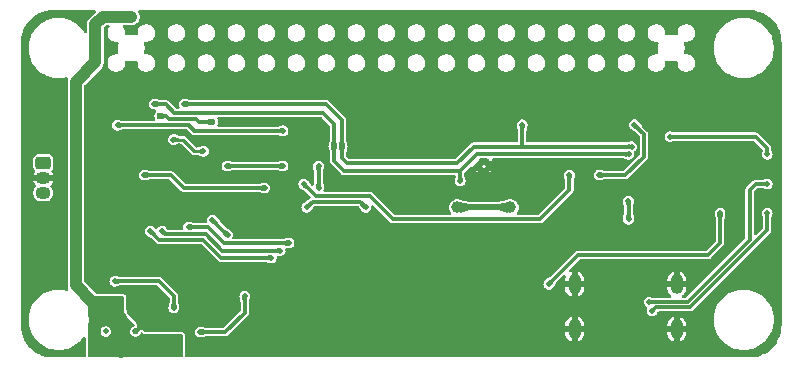
<source format=gbr>
%TF.GenerationSoftware,KiCad,Pcbnew,8.0.4*%
%TF.CreationDate,2024-09-21T11:57:21+02:00*%
%TF.ProjectId,soleil_powerpack,736f6c65-696c-45f7-906f-776572706163,rev?*%
%TF.SameCoordinates,Original*%
%TF.FileFunction,Copper,L3,Inr*%
%TF.FilePolarity,Positive*%
%FSLAX46Y46*%
G04 Gerber Fmt 4.6, Leading zero omitted, Abs format (unit mm)*
G04 Created by KiCad (PCBNEW 8.0.4) date 2024-09-21 11:57:21*
%MOMM*%
%LPD*%
G01*
G04 APERTURE LIST*
G04 Aperture macros list*
%AMRoundRect*
0 Rectangle with rounded corners*
0 $1 Rounding radius*
0 $2 $3 $4 $5 $6 $7 $8 $9 X,Y pos of 4 corners*
0 Add a 4 corners polygon primitive as box body*
4,1,4,$2,$3,$4,$5,$6,$7,$8,$9,$2,$3,0*
0 Add four circle primitives for the rounded corners*
1,1,$1+$1,$2,$3*
1,1,$1+$1,$4,$5*
1,1,$1+$1,$6,$7*
1,1,$1+$1,$8,$9*
0 Add four rect primitives between the rounded corners*
20,1,$1+$1,$2,$3,$4,$5,0*
20,1,$1+$1,$4,$5,$6,$7,0*
20,1,$1+$1,$6,$7,$8,$9,0*
20,1,$1+$1,$8,$9,$2,$3,0*%
G04 Aperture macros list end*
%TA.AperFunction,ComponentPad*%
%ADD10O,1.300000X1.050000*%
%TD*%
%TA.AperFunction,ComponentPad*%
%ADD11RoundRect,0.249900X-0.400100X0.275100X-0.400100X-0.275100X0.400100X-0.275100X0.400100X0.275100X0*%
%TD*%
%TA.AperFunction,HeatsinkPad*%
%ADD12C,0.500000*%
%TD*%
%TA.AperFunction,ComponentPad*%
%ADD13O,1.100000X1.700000*%
%TD*%
%TA.AperFunction,ViaPad*%
%ADD14C,0.500000*%
%TD*%
%TA.AperFunction,ViaPad*%
%ADD15C,0.600000*%
%TD*%
%TA.AperFunction,ViaPad*%
%ADD16C,1.000000*%
%TD*%
%TA.AperFunction,Conductor*%
%ADD17C,0.300000*%
%TD*%
%TA.AperFunction,Conductor*%
%ADD18C,1.000000*%
%TD*%
%TA.AperFunction,Conductor*%
%ADD19C,0.500000*%
%TD*%
%TA.AperFunction,Conductor*%
%ADD20C,0.250000*%
%TD*%
G04 APERTURE END LIST*
D10*
%TO.N,Net-(JP2-A)*%
%TO.C,U5*%
X119700000Y-65770000D03*
%TO.N,GND*%
X119700000Y-64500000D03*
D11*
%TO.N,+4V*%
X119700000Y-63230000D03*
%TD*%
D12*
%TO.N,GND*%
%TO.C,U8*%
X157550000Y-63500000D03*
X156450000Y-63500000D03*
%TD*%
D13*
%TO.N,GND*%
%TO.C,J1*%
X173320000Y-77300000D03*
X173320000Y-73500000D03*
X164680000Y-77300000D03*
X164680000Y-73500000D03*
%TD*%
D14*
%TO.N,/~{RTC_ALARM}*%
X181000000Y-62500000D03*
X172750000Y-61000000D03*
%TO.N,Net-(JP3-B)*%
X181000000Y-67500000D03*
X171250000Y-75750000D03*
%TO.N,Net-(JP2-A)*%
X181000000Y-65000000D03*
X171000000Y-75000000D03*
%TO.N,GND*%
X138503554Y-62246446D03*
%TO.N,/I2C2_SCL*%
X160250000Y-60000000D03*
%TO.N,/I2C2_SDA*%
X155000000Y-64750000D03*
%TO.N,GND*%
X143800000Y-65300000D03*
X142000000Y-66100000D03*
X131500000Y-60600000D03*
X173400000Y-59100000D03*
X175400000Y-59100000D03*
X175400000Y-66200000D03*
X173400000Y-66200000D03*
X173400000Y-63700000D03*
X175400000Y-63700000D03*
X127100000Y-55400000D03*
X129700000Y-55400000D03*
X132200000Y-51400000D03*
X134800000Y-51400000D03*
X142400000Y-51500000D03*
X144900000Y-51500000D03*
X150000000Y-51500000D03*
X152600000Y-51500000D03*
X155100000Y-51500000D03*
X157600000Y-55400000D03*
X157600000Y-51500000D03*
X162700000Y-51500000D03*
X167800000Y-51600000D03*
X167800000Y-55400000D03*
X162700000Y-55400000D03*
X160200000Y-55400000D03*
X152600000Y-55400000D03*
X150000000Y-55400000D03*
X144900000Y-55400000D03*
X142400000Y-55400000D03*
X139800000Y-55400000D03*
X181418750Y-73415000D03*
X181418750Y-71415000D03*
X181418750Y-69415000D03*
X181418750Y-63700000D03*
X181418750Y-61415000D03*
X181400000Y-59100000D03*
X179418750Y-73415000D03*
X179000000Y-59100000D03*
X175418750Y-77415000D03*
X175418750Y-68600000D03*
X175418750Y-53415000D03*
X175418750Y-51415000D03*
X173418750Y-68600000D03*
X171418750Y-77415000D03*
X171418750Y-53415000D03*
X169418750Y-77415000D03*
X169418750Y-69415000D03*
X167418750Y-77415000D03*
X165418750Y-55415000D03*
X163418750Y-77415000D03*
X161418750Y-71415000D03*
X161418750Y-65415000D03*
X159418750Y-73415000D03*
X159418750Y-71415000D03*
X159418750Y-59415000D03*
X157418750Y-77415000D03*
X157418750Y-59415000D03*
X155418750Y-77415000D03*
X155418750Y-59415000D03*
X153418750Y-73415000D03*
X153418750Y-71415000D03*
X153418750Y-69415000D03*
X153418750Y-59415000D03*
X151418750Y-77415000D03*
X151418750Y-73415000D03*
X151418750Y-71415000D03*
X151418750Y-69415000D03*
X151418750Y-59415000D03*
X149418750Y-77415000D03*
X149418750Y-73415000D03*
X149418750Y-71415000D03*
X149418750Y-69415000D03*
X147418750Y-73415000D03*
X147418750Y-71415000D03*
X147418750Y-69415000D03*
X147418750Y-61415000D03*
X147418750Y-55415000D03*
X145418750Y-77415000D03*
X143418750Y-77415000D03*
X139418750Y-77415000D03*
X139418750Y-75415000D03*
X139418750Y-73415000D03*
X137418750Y-55415000D03*
X137418750Y-51415000D03*
X131418750Y-73415000D03*
X131418750Y-67415000D03*
X131418750Y-53415000D03*
X129418750Y-53415000D03*
X127418750Y-69415000D03*
X125418750Y-69415000D03*
X125418750Y-67415000D03*
X125418750Y-61415000D03*
X125418750Y-53415000D03*
X123418750Y-71415000D03*
X123418750Y-69415000D03*
X123418750Y-67415000D03*
X123418750Y-61415000D03*
X121418750Y-67415000D03*
X121418750Y-61415000D03*
X121400000Y-56500000D03*
X119418750Y-61415000D03*
X119400000Y-56500000D03*
D15*
%TO.N,+3V3*%
X134000000Y-59750000D03*
X129600000Y-59260000D03*
%TO.N,+5V*%
X127150000Y-50860000D03*
X124750000Y-50850000D03*
X128750000Y-79250000D03*
X123800000Y-79250000D03*
X126250000Y-79250000D03*
X123800000Y-75750000D03*
X126250000Y-75750000D03*
X126250000Y-77500000D03*
X123800000Y-77500000D03*
D14*
%TO.N,GND*%
X124500000Y-73250000D03*
%TO.N,+BATT*%
X164250000Y-64250000D03*
X141750000Y-65000000D03*
%TO.N,/I2C2_SDA*%
X169250000Y-68000000D03*
%TO.N,+3V3*%
X166750000Y-64259999D03*
X169750000Y-60000000D03*
%TO.N,/~{POWER_ON}*%
X177000000Y-67500000D03*
X162500000Y-73500000D03*
%TO.N,GND*%
X158000000Y-70250000D03*
X145500000Y-70250000D03*
%TO.N,/~{POWER_ON}*%
X140500000Y-70000000D03*
X132000000Y-68650000D03*
%TO.N,VBUS*%
X125986091Y-60050000D03*
X140000000Y-60500000D03*
%TO.N,Net-(JP3-B)*%
X128750000Y-69000000D03*
X139000000Y-71250000D03*
%TO.N,Net-(JP2-A)*%
X139750000Y-70650000D03*
X129750000Y-69000000D03*
%TO.N,GND*%
X166250000Y-65900000D03*
X165000000Y-65000000D03*
%TO.N,/I2C2_SDA*%
X169236091Y-66486091D03*
X169250000Y-62500000D03*
%TO.N,/I2C2_SCL*%
X169500000Y-61850000D03*
%TO.N,/I2C2_SDA*%
X144300000Y-61800000D03*
%TO.N,/I2C2_SCL*%
X145000000Y-61800000D03*
X131640000Y-58250000D03*
%TO.N,/I2C2_SDA*%
X129100000Y-58250000D03*
%TO.N,GND*%
X121500000Y-65000000D03*
X127500000Y-77500000D03*
X125000000Y-77500000D03*
X155750000Y-65750000D03*
X154500000Y-61250000D03*
X159250000Y-64750000D03*
X166250000Y-60000000D03*
X163250000Y-59000000D03*
X165000000Y-59000000D03*
X167500000Y-63500000D03*
%TO.N,Net-(U7-STAT2)*%
X128250000Y-64250000D03*
%TO.N,/Power/5V_EN*%
X134000000Y-68050000D03*
X135300000Y-69300000D03*
%TO.N,GND*%
X135250000Y-62750000D03*
%TO.N,+4V*%
X140000000Y-63500000D03*
X135250000Y-63500000D03*
%TO.N,GND*%
X163250000Y-63500000D03*
X125750000Y-70750000D03*
X121400000Y-69300000D03*
X121400000Y-71700000D03*
X129900000Y-50900000D03*
X140100000Y-50900000D03*
X147700000Y-50900000D03*
X160400000Y-50900000D03*
X165500000Y-50900000D03*
X135000000Y-56200000D03*
X155300000Y-56200000D03*
X173100000Y-56200000D03*
X171750000Y-74250000D03*
X166250000Y-74250000D03*
X123500000Y-58250000D03*
X147000000Y-60000000D03*
%TO.N,/Power/BATT_LOW*%
X147000000Y-67000000D03*
X142000000Y-67000000D03*
%TO.N,GND*%
X143000000Y-67750000D03*
X144500000Y-67750000D03*
X146000000Y-67750000D03*
X146000000Y-69000000D03*
D16*
%TO.N,VBUS*%
X159250000Y-67000000D03*
X154750000Y-67000000D03*
D14*
%TO.N,GND*%
X135750000Y-78450000D03*
%TO.N,/Power/5V_EN*%
X136750000Y-74500000D03*
X133000000Y-77550000D03*
%TO.N,Net-(U7-STAT2)*%
X138450000Y-65350000D03*
%TO.N,GND*%
X136910000Y-59770000D03*
X139250000Y-59750000D03*
X136910000Y-67230000D03*
X140000000Y-66500000D03*
X140000000Y-65050000D03*
X140000000Y-62800000D03*
X134000000Y-61250000D03*
X128250000Y-61250000D03*
X128250000Y-63000000D03*
X130000000Y-64980001D03*
X131500000Y-62063174D03*
%TO.N,Net-(D2-A)*%
X133250000Y-62250000D03*
X130686826Y-61250000D03*
%TO.N,GND*%
X142400000Y-64125000D03*
X132000000Y-78750000D03*
%TO.N,Net-(U6-FB)*%
X130750000Y-75500000D03*
X125750000Y-73250000D03*
%TO.N,GND*%
X130000000Y-75500000D03*
X158500000Y-69250000D03*
X163250000Y-71000000D03*
X170500000Y-70000000D03*
X167500000Y-70000000D03*
X153500000Y-64750000D03*
X150250000Y-65750000D03*
X149250000Y-64750000D03*
X152250000Y-62250000D03*
X150750000Y-62250000D03*
%TO.N,Net-(U9-BIN)*%
X143000000Y-65325000D03*
X143000000Y-63500000D03*
%TD*%
D17*
%TO.N,/~{RTC_ALARM}*%
X180500000Y-61500000D02*
X181000000Y-62000000D01*
X181000000Y-62000000D02*
X181000000Y-62500000D01*
X172750000Y-61000000D02*
X180000000Y-61000000D01*
X180000000Y-61000000D02*
X180500000Y-61500000D01*
%TO.N,/~{POWER_ON}*%
X177000000Y-67500000D02*
X177000000Y-70000000D01*
X177000000Y-70000000D02*
X176000000Y-71000000D01*
X165000000Y-71000000D02*
X162500000Y-73500000D01*
X176000000Y-71000000D02*
X165000000Y-71000000D01*
%TO.N,Net-(JP3-B)*%
X171250000Y-75750000D02*
X171550000Y-75450000D01*
X171550000Y-75450000D02*
X174436396Y-75450000D01*
X174436396Y-75450000D02*
X181000000Y-68886396D01*
X181000000Y-68886396D02*
X181000000Y-67500000D01*
%TO.N,Net-(JP2-A)*%
X171000000Y-75000000D02*
X174250000Y-75000000D01*
X174250000Y-75000000D02*
X179500000Y-69750000D01*
X179500000Y-65500000D02*
X180000000Y-65000000D01*
X179500000Y-69750000D02*
X179500000Y-65500000D01*
X180000000Y-65000000D02*
X181000000Y-65000000D01*
%TO.N,VBUS*%
X125986091Y-60050000D02*
X126036091Y-60000000D01*
X126036091Y-60000000D02*
X132000000Y-60000000D01*
X132500000Y-60500000D02*
X140000000Y-60500000D01*
%TO.N,/I2C2_SDA*%
X169250000Y-68000000D02*
X169250000Y-66500000D01*
X169250000Y-66500000D02*
X169236091Y-66486091D01*
%TO.N,/I2C2_SCL*%
X169500000Y-61850000D02*
X160250000Y-61850000D01*
%TO.N,+3V3*%
X169750000Y-60000000D02*
X170550000Y-60800000D01*
X170550000Y-60800000D02*
X170550000Y-62700000D01*
X170550000Y-62700000D02*
X168990001Y-64259999D01*
X168990001Y-64259999D02*
X166750000Y-64259999D01*
%TO.N,/I2C2_SDA*%
X169250000Y-62500000D02*
X156400000Y-62500000D01*
X156400000Y-62500000D02*
X155000000Y-63900000D01*
%TO.N,/I2C2_SCL*%
X160250000Y-61850000D02*
X156150000Y-61850000D01*
X160250000Y-60000000D02*
X160250000Y-61850000D01*
%TO.N,/I2C2_SDA*%
X155000000Y-64750000D02*
X155000000Y-63900000D01*
%TO.N,/Power/5V_EN*%
X135250000Y-69300000D02*
X134000000Y-68050000D01*
X135300000Y-69300000D02*
X135250000Y-69300000D01*
D18*
%TO.N,+5V*%
X124750000Y-50850000D02*
X124100000Y-51500000D01*
X124956497Y-75050000D02*
X126250000Y-76343503D01*
X124100000Y-51500000D02*
X124100000Y-54713351D01*
X122450000Y-56363351D02*
X122450000Y-73600000D01*
X122450000Y-73600000D02*
X123900000Y-75050000D01*
X126250000Y-76343503D02*
X126250000Y-79200000D01*
X124750000Y-50850000D02*
X127140000Y-50850000D01*
X127140000Y-50850000D02*
X127150000Y-50860000D01*
D17*
%TO.N,Net-(JP2-A)*%
X139750000Y-70650000D02*
X134857106Y-70650000D01*
X133457106Y-69250000D02*
X130000000Y-69250000D01*
X130000000Y-69250000D02*
X129750000Y-69000000D01*
%TO.N,+3V3*%
X132650000Y-59500000D02*
X130300000Y-59500000D01*
X134000000Y-59750000D02*
X132900000Y-59750000D01*
X130050000Y-59250000D02*
X129610000Y-59250000D01*
X129610000Y-59250000D02*
X129600000Y-59260000D01*
%TO.N,+BATT*%
X141750000Y-65000000D02*
X142750000Y-66000000D01*
X142750000Y-66000000D02*
X147348529Y-66000000D01*
X161750000Y-68000000D02*
X164250000Y-65500000D01*
X149348529Y-68000000D02*
X161750000Y-68000000D01*
X164250000Y-65500000D02*
X164250000Y-64250000D01*
%TO.N,/Power/BATT_LOW*%
X142500000Y-66500000D02*
X146500000Y-66500000D01*
X142000000Y-67000000D02*
X142500000Y-66500000D01*
X146500000Y-66500000D02*
X147000000Y-67000000D01*
%TO.N,/I2C2_SDA*%
X144300000Y-63050000D02*
X144300000Y-61800000D01*
X155000000Y-63900000D02*
X145150000Y-63900000D01*
%TO.N,/I2C2_SCL*%
X154750000Y-63250000D02*
X145450000Y-63250000D01*
X145000000Y-62800000D02*
X145000000Y-61800000D01*
%TO.N,/~{POWER_ON}*%
X133650000Y-68650000D02*
X135000000Y-70000000D01*
X132000000Y-68650000D02*
X133650000Y-68650000D01*
X135000000Y-70000000D02*
X140500000Y-70000000D01*
%TO.N,Net-(JP3-B)*%
X128750000Y-69000000D02*
X129500000Y-69750000D01*
X129500000Y-69750000D02*
X133250000Y-69750000D01*
X134750000Y-71250000D02*
X139000000Y-71250000D01*
%TO.N,/I2C2_SDA*%
X129100000Y-58250000D02*
X130050000Y-58250000D01*
X130050000Y-58250000D02*
X130800000Y-59000000D01*
X130800000Y-59000000D02*
X143400000Y-59000000D01*
X144300000Y-59900000D02*
X144300000Y-61800000D01*
%TO.N,Net-(U7-STAT2)*%
X138450000Y-65350000D02*
X131600000Y-65350000D01*
X130500000Y-64250000D02*
X128250000Y-64250000D01*
%TO.N,+4V*%
X135250000Y-63500000D02*
X140000000Y-63500000D01*
%TO.N,/Power/5V_EN*%
X136750000Y-74500000D02*
X136750000Y-75900000D01*
X136750000Y-75900000D02*
X135100000Y-77550000D01*
X135100000Y-77550000D02*
X133000000Y-77550000D01*
D19*
%TO.N,VBUS*%
X154750000Y-67000000D02*
X159250000Y-67000000D01*
D20*
%TO.N,Net-(D2-A)*%
X133250000Y-62250000D02*
X132500000Y-62250000D01*
X132500000Y-62250000D02*
X131500000Y-61250000D01*
X131500000Y-61250000D02*
X130686826Y-61250000D01*
D17*
%TO.N,Net-(U6-FB)*%
X129500000Y-73250000D02*
X130750000Y-74500000D01*
X125750000Y-73250000D02*
X129500000Y-73250000D01*
X130750000Y-74500000D02*
X130750000Y-75500000D01*
%TO.N,Net-(U9-BIN)*%
X143000000Y-65325000D02*
X143000000Y-63500000D01*
%TO.N,Net-(U7-STAT2)*%
X131600000Y-65350000D02*
X130500000Y-64250000D01*
%TO.N,/I2C2_SDA*%
X143400000Y-59000000D02*
X144300000Y-59900000D01*
%TO.N,Net-(JP3-B)*%
X133250000Y-69750000D02*
X134750000Y-71250000D01*
%TO.N,/I2C2_SCL*%
X145450000Y-63250000D02*
X145000000Y-62800000D01*
X156150000Y-61850000D02*
X154750000Y-63250000D01*
%TO.N,/I2C2_SDA*%
X145150000Y-63900000D02*
X144300000Y-63050000D01*
%TO.N,+BATT*%
X147348529Y-66000000D02*
X149348529Y-68000000D01*
%TO.N,+3V3*%
X130300000Y-59500000D02*
X130050000Y-59250000D01*
X132900000Y-59750000D02*
X132650000Y-59500000D01*
%TO.N,Net-(JP2-A)*%
X134857106Y-70650000D02*
X133457106Y-69250000D01*
D18*
%TO.N,+5V*%
X123900000Y-75050000D02*
X124956497Y-75050000D01*
X124100000Y-54713351D02*
X122450000Y-56363351D01*
D17*
%TO.N,VBUS*%
X132000000Y-60000000D02*
X132500000Y-60500000D01*
%TO.N,/I2C2_SCL*%
X131640000Y-58250000D02*
X143650000Y-58250000D01*
X143650000Y-58250000D02*
X145000000Y-59600000D01*
X145000000Y-59600000D02*
X145000000Y-61800000D01*
%TD*%
%TA.AperFunction,Conductor*%
%TO.N,GND*%
G36*
X124076520Y-50320185D02*
G01*
X124122275Y-50372989D01*
X124132219Y-50442147D01*
X124103194Y-50505703D01*
X124097162Y-50512181D01*
X123555888Y-51053453D01*
X123555887Y-51053454D01*
X123479222Y-51168192D01*
X123426421Y-51295667D01*
X123426418Y-51295679D01*
X123406839Y-51394112D01*
X123406839Y-51394115D01*
X123399500Y-51431006D01*
X123399500Y-52094483D01*
X123379815Y-52161522D01*
X123327011Y-52207277D01*
X123257853Y-52217221D01*
X123194297Y-52188196D01*
X123170506Y-52160455D01*
X123129053Y-52094483D01*
X123083366Y-52021773D01*
X122904757Y-51797805D01*
X122702195Y-51595243D01*
X122662740Y-51563779D01*
X122645315Y-51549883D01*
X122478227Y-51416634D01*
X122235669Y-51264225D01*
X122235666Y-51264223D01*
X121977579Y-51139935D01*
X121977565Y-51139929D01*
X121707193Y-51045321D01*
X121707181Y-51045317D01*
X121427891Y-50981572D01*
X121427892Y-50981572D01*
X121143237Y-50949500D01*
X121143233Y-50949500D01*
X120856767Y-50949500D01*
X120856762Y-50949500D01*
X120572108Y-50981572D01*
X120292818Y-51045317D01*
X120292806Y-51045321D01*
X120022434Y-51139929D01*
X120022420Y-51139935D01*
X119764333Y-51264223D01*
X119521774Y-51416633D01*
X119297805Y-51595242D01*
X119095242Y-51797805D01*
X118916633Y-52021774D01*
X118764223Y-52264333D01*
X118639935Y-52522420D01*
X118639929Y-52522434D01*
X118545321Y-52792806D01*
X118545317Y-52792818D01*
X118481572Y-53072108D01*
X118449500Y-53356762D01*
X118449500Y-53643237D01*
X118481572Y-53927891D01*
X118545317Y-54207181D01*
X118545321Y-54207193D01*
X118639929Y-54477565D01*
X118639935Y-54477579D01*
X118764223Y-54735666D01*
X118764225Y-54735669D01*
X118916634Y-54978227D01*
X119095243Y-55202195D01*
X119297805Y-55404757D01*
X119521773Y-55583366D01*
X119764331Y-55735775D01*
X120022428Y-55860068D01*
X120112558Y-55891606D01*
X120292806Y-55954678D01*
X120292818Y-55954682D01*
X120572102Y-56018426D01*
X120572105Y-56018426D01*
X120572108Y-56018427D01*
X120572107Y-56018427D01*
X120714434Y-56034463D01*
X120856763Y-56050499D01*
X120856764Y-56050500D01*
X120856767Y-56050500D01*
X121143236Y-56050500D01*
X121143236Y-56050499D01*
X121348815Y-56027336D01*
X121427891Y-56018427D01*
X121427892Y-56018426D01*
X121427898Y-56018426D01*
X121643122Y-55969303D01*
X121712860Y-55973576D01*
X121769217Y-56014875D01*
X121794300Y-56080087D01*
X121785275Y-56137645D01*
X121776420Y-56159023D01*
X121776418Y-56159028D01*
X121749500Y-56294355D01*
X121749500Y-56294358D01*
X121749500Y-73531006D01*
X121749500Y-73668994D01*
X121749500Y-73668996D01*
X121749499Y-73668996D01*
X121776418Y-73804322D01*
X121776421Y-73804332D01*
X121802039Y-73866180D01*
X121809508Y-73935650D01*
X121778232Y-73998129D01*
X121718143Y-74033781D01*
X121659886Y-74034523D01*
X121427891Y-73981572D01*
X121427892Y-73981572D01*
X121143237Y-73949500D01*
X121143233Y-73949500D01*
X120856767Y-73949500D01*
X120856762Y-73949500D01*
X120572108Y-73981572D01*
X120292818Y-74045317D01*
X120292806Y-74045321D01*
X120022434Y-74139929D01*
X120022420Y-74139935D01*
X119764333Y-74264223D01*
X119521774Y-74416633D01*
X119297805Y-74595242D01*
X119095242Y-74797805D01*
X118916633Y-75021774D01*
X118764223Y-75264333D01*
X118639935Y-75522420D01*
X118639929Y-75522434D01*
X118545321Y-75792806D01*
X118545317Y-75792818D01*
X118481572Y-76072108D01*
X118449500Y-76356762D01*
X118449500Y-76643237D01*
X118481572Y-76927891D01*
X118545317Y-77207181D01*
X118545321Y-77207193D01*
X118639929Y-77477565D01*
X118639935Y-77477579D01*
X118764223Y-77735666D01*
X118764225Y-77735669D01*
X118916634Y-77978227D01*
X119021695Y-78109969D01*
X119065448Y-78164834D01*
X119095243Y-78202195D01*
X119297805Y-78404757D01*
X119521773Y-78583366D01*
X119764331Y-78735775D01*
X120022428Y-78860068D01*
X120022434Y-78860070D01*
X120292806Y-78954678D01*
X120292818Y-78954682D01*
X120572102Y-79018426D01*
X120572105Y-79018426D01*
X120572108Y-79018427D01*
X120572107Y-79018427D01*
X120714434Y-79034463D01*
X120856763Y-79050499D01*
X120856764Y-79050500D01*
X120856767Y-79050500D01*
X121143236Y-79050500D01*
X121143236Y-79050499D01*
X121348815Y-79027336D01*
X121427891Y-79018427D01*
X121427892Y-79018426D01*
X121427898Y-79018426D01*
X121707182Y-78954682D01*
X121977572Y-78860068D01*
X122235669Y-78735775D01*
X122478227Y-78583366D01*
X122702195Y-78404757D01*
X122904757Y-78202195D01*
X123073554Y-77990529D01*
X123130741Y-77950391D01*
X123200553Y-77947541D01*
X123260823Y-77982886D01*
X123292416Y-78045205D01*
X123294500Y-78067844D01*
X123294500Y-79240111D01*
X123294352Y-79242179D01*
X123294353Y-79257848D01*
X123294500Y-79259891D01*
X123294500Y-79575500D01*
X123274815Y-79642539D01*
X123222011Y-79688294D01*
X123170500Y-79699500D01*
X120503481Y-79699500D01*
X120496528Y-79699305D01*
X120204703Y-79682916D01*
X120190885Y-79681359D01*
X119906172Y-79632984D01*
X119892615Y-79629890D01*
X119615100Y-79549939D01*
X119601975Y-79545346D01*
X119335165Y-79434830D01*
X119322637Y-79428797D01*
X119069874Y-79289100D01*
X119058100Y-79281702D01*
X118822569Y-79114584D01*
X118811697Y-79105914D01*
X118596357Y-78913475D01*
X118586524Y-78903642D01*
X118547580Y-78860064D01*
X118394085Y-78688302D01*
X118385415Y-78677430D01*
X118218297Y-78441899D01*
X118210899Y-78430125D01*
X118084927Y-78202195D01*
X118071198Y-78177355D01*
X118065172Y-78164841D01*
X117956678Y-77902914D01*
X117954653Y-77898024D01*
X117950060Y-77884899D01*
X117873851Y-77620371D01*
X117870108Y-77607382D01*
X117867015Y-77593827D01*
X117818638Y-77309103D01*
X117817084Y-77295306D01*
X117800695Y-77003472D01*
X117800500Y-76996519D01*
X117800500Y-64249999D01*
X118839699Y-64249999D01*
X118839700Y-64250000D01*
X119419670Y-64250000D01*
X119399925Y-64269745D01*
X119350556Y-64355255D01*
X119325000Y-64450630D01*
X119325000Y-64549370D01*
X119350556Y-64644745D01*
X119399925Y-64730255D01*
X119419670Y-64750000D01*
X118839700Y-64750000D01*
X118888200Y-64867092D01*
X118888206Y-64867103D01*
X118973019Y-64994036D01*
X119061304Y-65082321D01*
X119094789Y-65143644D01*
X119089805Y-65213336D01*
X119061305Y-65257682D01*
X119011471Y-65307516D01*
X119011467Y-65307521D01*
X118932074Y-65426340D01*
X118932069Y-65426349D01*
X118877381Y-65558379D01*
X118877379Y-65558385D01*
X118849500Y-65698542D01*
X118849500Y-65698545D01*
X118849500Y-65841455D01*
X118849500Y-65841457D01*
X118849499Y-65841457D01*
X118877379Y-65981614D01*
X118877381Y-65981620D01*
X118932069Y-66113650D01*
X118932074Y-66113659D01*
X119011467Y-66232478D01*
X119011470Y-66232482D01*
X119112517Y-66333529D01*
X119112521Y-66333532D01*
X119231340Y-66412925D01*
X119231349Y-66412930D01*
X119246646Y-66419266D01*
X119363380Y-66467619D01*
X119363384Y-66467619D01*
X119363385Y-66467620D01*
X119503542Y-66495500D01*
X119503545Y-66495500D01*
X119896457Y-66495500D01*
X119990751Y-66476742D01*
X120036620Y-66467619D01*
X120168653Y-66412929D01*
X120287479Y-66333532D01*
X120388532Y-66232479D01*
X120467929Y-66113653D01*
X120522619Y-65981620D01*
X120550500Y-65841455D01*
X120550500Y-65698545D01*
X120550500Y-65698542D01*
X120522620Y-65558385D01*
X120522619Y-65558384D01*
X120522619Y-65558380D01*
X120467929Y-65426347D01*
X120467928Y-65426346D01*
X120467925Y-65426340D01*
X120388532Y-65307521D01*
X120388529Y-65307517D01*
X120338695Y-65257683D01*
X120305210Y-65196360D01*
X120310194Y-65126668D01*
X120338695Y-65082320D01*
X120426981Y-64994033D01*
X120511793Y-64867103D01*
X120511799Y-64867092D01*
X120560300Y-64750000D01*
X119980330Y-64750000D01*
X120000075Y-64730255D01*
X120049444Y-64644745D01*
X120075000Y-64549370D01*
X120075000Y-64450630D01*
X120049444Y-64355255D01*
X120000075Y-64269745D01*
X119980330Y-64250000D01*
X120560300Y-64250000D01*
X120560300Y-64249999D01*
X120511799Y-64132907D01*
X120511793Y-64132896D01*
X120426980Y-64005963D01*
X120422867Y-64001850D01*
X120389382Y-63940527D01*
X120394366Y-63870835D01*
X120417311Y-63835134D01*
X120416660Y-63834654D01*
X120422178Y-63827178D01*
X120502803Y-63717935D01*
X120547646Y-63589780D01*
X120550500Y-63559346D01*
X120550500Y-62900654D01*
X120547646Y-62870220D01*
X120502803Y-62742065D01*
X120422178Y-62632822D01*
X120337728Y-62570495D01*
X120312934Y-62552196D01*
X120184779Y-62507353D01*
X120154350Y-62504500D01*
X120154346Y-62504500D01*
X119245654Y-62504500D01*
X119245650Y-62504500D01*
X119215220Y-62507353D01*
X119087065Y-62552196D01*
X118977822Y-62632822D01*
X118897196Y-62742065D01*
X118852353Y-62870220D01*
X118849500Y-62900650D01*
X118849500Y-63559349D01*
X118852353Y-63589779D01*
X118897196Y-63717934D01*
X118897197Y-63717935D01*
X118975846Y-63824501D01*
X118983340Y-63834654D01*
X118982095Y-63835572D01*
X119010619Y-63887822D01*
X119005629Y-63957513D01*
X118977137Y-64001846D01*
X118973017Y-64005966D01*
X118888207Y-64132894D01*
X118888200Y-64132907D01*
X118839699Y-64249999D01*
X117800500Y-64249999D01*
X117800500Y-53003480D01*
X117800695Y-52996527D01*
X117801332Y-52985185D01*
X117817084Y-52704691D01*
X117818638Y-52690898D01*
X117867015Y-52406167D01*
X117870109Y-52392615D01*
X117879650Y-52359500D01*
X117950061Y-52115096D01*
X117954653Y-52101975D01*
X118065175Y-51835151D01*
X118071195Y-51822651D01*
X118210902Y-51569868D01*
X118218297Y-51558100D01*
X118221999Y-51552883D01*
X118385422Y-51322559D01*
X118394077Y-51311705D01*
X118586534Y-51096346D01*
X118596346Y-51086534D01*
X118811705Y-50894077D01*
X118822559Y-50885422D01*
X119058105Y-50718293D01*
X119069868Y-50710902D01*
X119322651Y-50571195D01*
X119335151Y-50565175D01*
X119601979Y-50454651D01*
X119615096Y-50450061D01*
X119892621Y-50370107D01*
X119906167Y-50367015D01*
X120190898Y-50318638D01*
X120204691Y-50317084D01*
X120496528Y-50300695D01*
X120503481Y-50300500D01*
X120547595Y-50300500D01*
X124009481Y-50300500D01*
X124076520Y-50320185D01*
G37*
%TD.AperFunction*%
%TA.AperFunction,Conductor*%
G36*
X179503472Y-50300695D02*
G01*
X179795306Y-50317084D01*
X179809103Y-50318638D01*
X180093827Y-50367015D01*
X180107382Y-50370108D01*
X180246141Y-50410084D01*
X180384899Y-50450060D01*
X180398025Y-50454653D01*
X180664841Y-50565172D01*
X180677355Y-50571198D01*
X180843444Y-50662992D01*
X180930125Y-50710899D01*
X180941899Y-50718297D01*
X181177430Y-50885415D01*
X181188302Y-50894085D01*
X181378804Y-51064328D01*
X181403642Y-51086524D01*
X181413473Y-51096355D01*
X181477668Y-51168189D01*
X181605914Y-51311697D01*
X181614584Y-51322569D01*
X181781702Y-51558100D01*
X181789100Y-51569874D01*
X181928797Y-51822637D01*
X181934830Y-51835165D01*
X182045346Y-52101975D01*
X182049939Y-52115100D01*
X182129890Y-52392615D01*
X182132984Y-52406172D01*
X182181359Y-52690885D01*
X182182916Y-52704703D01*
X182199305Y-52996527D01*
X182199500Y-53003480D01*
X182199500Y-76996519D01*
X182199305Y-77003472D01*
X182182916Y-77295296D01*
X182181359Y-77309114D01*
X182132984Y-77593827D01*
X182129890Y-77607384D01*
X182049939Y-77884899D01*
X182045346Y-77898024D01*
X181934830Y-78164834D01*
X181928797Y-78177362D01*
X181789100Y-78430125D01*
X181781702Y-78441899D01*
X181614584Y-78677430D01*
X181605914Y-78688302D01*
X181413475Y-78903642D01*
X181403642Y-78913475D01*
X181188302Y-79105914D01*
X181177430Y-79114584D01*
X180941899Y-79281702D01*
X180930125Y-79289100D01*
X180677362Y-79428797D01*
X180664834Y-79434830D01*
X180398024Y-79545346D01*
X180384899Y-79549939D01*
X180107384Y-79629890D01*
X180093827Y-79632984D01*
X179809114Y-79681359D01*
X179795296Y-79682916D01*
X179503472Y-79699305D01*
X179496519Y-79699500D01*
X131829500Y-79699500D01*
X131762461Y-79679815D01*
X131716706Y-79627011D01*
X131705500Y-79575500D01*
X131705500Y-77849006D01*
X131705500Y-77849000D01*
X131702970Y-77816856D01*
X131698125Y-77786263D01*
X131697352Y-77781713D01*
X131661408Y-77697617D01*
X131625444Y-77648117D01*
X131601203Y-77620372D01*
X131601202Y-77620371D01*
X131522694Y-77573464D01*
X131464504Y-77554557D01*
X131435731Y-77550000D01*
X132544867Y-77550000D01*
X132563302Y-77678225D01*
X132612624Y-77786222D01*
X132617118Y-77796063D01*
X132701951Y-77893967D01*
X132810931Y-77964004D01*
X132875239Y-77982886D01*
X132935225Y-78000499D01*
X132935227Y-78000500D01*
X132935228Y-78000500D01*
X133064771Y-78000500D01*
X133064772Y-78000500D01*
X133115507Y-77985602D01*
X133139447Y-77982150D01*
X133139352Y-77981193D01*
X133145405Y-77980588D01*
X133145414Y-77980588D01*
X133530949Y-77903382D01*
X133530950Y-77903381D01*
X133533285Y-77902914D01*
X133557633Y-77900500D01*
X135146142Y-77900500D01*
X135146144Y-77900500D01*
X135235288Y-77876614D01*
X135315212Y-77830470D01*
X136224479Y-76921202D01*
X163880000Y-76921202D01*
X163880000Y-77050000D01*
X164380000Y-77050000D01*
X164380000Y-77550000D01*
X163880000Y-77550000D01*
X163880000Y-77678797D01*
X163910741Y-77833343D01*
X163910743Y-77833351D01*
X163971047Y-77978939D01*
X163971052Y-77978948D01*
X164058598Y-78109969D01*
X164058601Y-78109973D01*
X164170026Y-78221398D01*
X164170034Y-78221404D01*
X164301047Y-78308944D01*
X164301065Y-78308954D01*
X164429999Y-78362360D01*
X164430000Y-78362360D01*
X164430000Y-77766988D01*
X164439940Y-77784205D01*
X164495795Y-77840060D01*
X164564204Y-77879556D01*
X164640504Y-77900000D01*
X164719496Y-77900000D01*
X164795796Y-77879556D01*
X164864205Y-77840060D01*
X164920060Y-77784205D01*
X164930000Y-77766988D01*
X164930000Y-78362360D01*
X165058934Y-78308954D01*
X165058952Y-78308944D01*
X165189965Y-78221404D01*
X165189973Y-78221398D01*
X165301398Y-78109973D01*
X165301401Y-78109969D01*
X165388947Y-77978948D01*
X165388952Y-77978939D01*
X165449256Y-77833351D01*
X165449258Y-77833343D01*
X165479999Y-77678797D01*
X165480000Y-77678794D01*
X165480000Y-77550000D01*
X164980000Y-77550000D01*
X164980000Y-77050000D01*
X165480000Y-77050000D01*
X165480000Y-76921206D01*
X165479999Y-76921202D01*
X172520000Y-76921202D01*
X172520000Y-77050000D01*
X173020000Y-77050000D01*
X173020000Y-77550000D01*
X172520000Y-77550000D01*
X172520000Y-77678797D01*
X172550741Y-77833343D01*
X172550743Y-77833351D01*
X172611047Y-77978939D01*
X172611052Y-77978948D01*
X172698598Y-78109969D01*
X172698601Y-78109973D01*
X172810026Y-78221398D01*
X172810034Y-78221404D01*
X172941047Y-78308944D01*
X172941065Y-78308954D01*
X173069999Y-78362360D01*
X173070000Y-78362360D01*
X173070000Y-77766988D01*
X173079940Y-77784205D01*
X173135795Y-77840060D01*
X173204204Y-77879556D01*
X173280504Y-77900000D01*
X173359496Y-77900000D01*
X173435796Y-77879556D01*
X173504205Y-77840060D01*
X173560060Y-77784205D01*
X173570000Y-77766988D01*
X173570000Y-78362360D01*
X173698934Y-78308954D01*
X173698952Y-78308944D01*
X173829965Y-78221404D01*
X173829973Y-78221398D01*
X173941398Y-78109973D01*
X173941401Y-78109969D01*
X174028947Y-77978948D01*
X174028952Y-77978939D01*
X174089256Y-77833351D01*
X174089258Y-77833343D01*
X174119999Y-77678797D01*
X174120000Y-77678794D01*
X174120000Y-77550000D01*
X173620000Y-77550000D01*
X173620000Y-77050000D01*
X174120000Y-77050000D01*
X174120000Y-76921206D01*
X174119999Y-76921202D01*
X174089258Y-76766656D01*
X174089256Y-76766648D01*
X174028952Y-76621060D01*
X174028947Y-76621051D01*
X173941401Y-76490030D01*
X173941398Y-76490026D01*
X173829973Y-76378601D01*
X173829969Y-76378598D01*
X173797289Y-76356762D01*
X176449500Y-76356762D01*
X176449500Y-76643237D01*
X176481572Y-76927891D01*
X176545317Y-77207181D01*
X176545321Y-77207193D01*
X176639929Y-77477565D01*
X176639935Y-77477579D01*
X176764223Y-77735666D01*
X176764225Y-77735669D01*
X176916634Y-77978227D01*
X177021695Y-78109969D01*
X177065448Y-78164834D01*
X177095243Y-78202195D01*
X177297805Y-78404757D01*
X177521773Y-78583366D01*
X177764331Y-78735775D01*
X178022428Y-78860068D01*
X178022434Y-78860070D01*
X178292806Y-78954678D01*
X178292818Y-78954682D01*
X178572102Y-79018426D01*
X178572105Y-79018426D01*
X178572108Y-79018427D01*
X178572107Y-79018427D01*
X178714434Y-79034463D01*
X178856763Y-79050499D01*
X178856764Y-79050500D01*
X178856767Y-79050500D01*
X179143236Y-79050500D01*
X179143236Y-79050499D01*
X179348815Y-79027336D01*
X179427891Y-79018427D01*
X179427892Y-79018426D01*
X179427898Y-79018426D01*
X179707182Y-78954682D01*
X179977572Y-78860068D01*
X180235669Y-78735775D01*
X180478227Y-78583366D01*
X180702195Y-78404757D01*
X180904757Y-78202195D01*
X181083366Y-77978227D01*
X181235775Y-77735669D01*
X181360068Y-77477572D01*
X181454682Y-77207182D01*
X181518426Y-76927898D01*
X181519181Y-76921202D01*
X181531452Y-76812287D01*
X181550500Y-76643233D01*
X181550500Y-76356767D01*
X181523284Y-76115214D01*
X181518427Y-76072108D01*
X181510023Y-76035288D01*
X181454682Y-75792818D01*
X181432865Y-75730470D01*
X181389850Y-75607540D01*
X181360068Y-75522428D01*
X181235775Y-75264331D01*
X181083366Y-75021773D01*
X180904757Y-74797805D01*
X180702195Y-74595243D01*
X180478227Y-74416634D01*
X180299857Y-74304557D01*
X180235666Y-74264223D01*
X179977579Y-74139935D01*
X179977565Y-74139929D01*
X179707193Y-74045321D01*
X179707181Y-74045317D01*
X179427891Y-73981572D01*
X179427892Y-73981572D01*
X179143237Y-73949500D01*
X179143233Y-73949500D01*
X178856767Y-73949500D01*
X178856762Y-73949500D01*
X178572108Y-73981572D01*
X178292818Y-74045317D01*
X178292806Y-74045321D01*
X178022434Y-74139929D01*
X178022420Y-74139935D01*
X177764333Y-74264223D01*
X177521774Y-74416633D01*
X177297805Y-74595242D01*
X177095242Y-74797805D01*
X176916633Y-75021774D01*
X176764223Y-75264333D01*
X176639935Y-75522420D01*
X176639929Y-75522434D01*
X176545321Y-75792806D01*
X176545317Y-75792818D01*
X176481572Y-76072108D01*
X176449500Y-76356762D01*
X173797289Y-76356762D01*
X173698948Y-76291052D01*
X173698938Y-76291047D01*
X173570000Y-76237639D01*
X173570000Y-76833011D01*
X173560060Y-76815795D01*
X173504205Y-76759940D01*
X173435796Y-76720444D01*
X173359496Y-76700000D01*
X173280504Y-76700000D01*
X173204204Y-76720444D01*
X173135795Y-76759940D01*
X173079940Y-76815795D01*
X173070000Y-76833011D01*
X173070000Y-76237639D01*
X173069999Y-76237639D01*
X172941061Y-76291047D01*
X172941051Y-76291052D01*
X172810030Y-76378598D01*
X172810026Y-76378601D01*
X172698601Y-76490026D01*
X172698598Y-76490030D01*
X172611052Y-76621051D01*
X172611047Y-76621060D01*
X172550743Y-76766648D01*
X172550741Y-76766656D01*
X172520000Y-76921202D01*
X165479999Y-76921202D01*
X165449258Y-76766656D01*
X165449256Y-76766648D01*
X165388952Y-76621060D01*
X165388947Y-76621051D01*
X165301401Y-76490030D01*
X165301398Y-76490026D01*
X165189973Y-76378601D01*
X165189969Y-76378598D01*
X165058948Y-76291052D01*
X165058938Y-76291047D01*
X164930000Y-76237639D01*
X164930000Y-76833011D01*
X164920060Y-76815795D01*
X164864205Y-76759940D01*
X164795796Y-76720444D01*
X164719496Y-76700000D01*
X164640504Y-76700000D01*
X164564204Y-76720444D01*
X164495795Y-76759940D01*
X164439940Y-76815795D01*
X164430000Y-76833011D01*
X164430000Y-76237639D01*
X164429999Y-76237639D01*
X164301061Y-76291047D01*
X164301051Y-76291052D01*
X164170030Y-76378598D01*
X164170026Y-76378601D01*
X164058601Y-76490026D01*
X164058598Y-76490030D01*
X163971052Y-76621051D01*
X163971047Y-76621060D01*
X163910743Y-76766648D01*
X163910741Y-76766656D01*
X163880000Y-76921202D01*
X136224479Y-76921202D01*
X137030469Y-76115212D01*
X137076614Y-76035288D01*
X137079303Y-76025253D01*
X137100500Y-75946144D01*
X137100500Y-75057632D01*
X137102914Y-75033286D01*
X137109580Y-75000000D01*
X170544867Y-75000000D01*
X170563302Y-75128225D01*
X170617117Y-75246061D01*
X170617118Y-75246063D01*
X170701951Y-75343967D01*
X170795731Y-75404236D01*
X170841485Y-75457038D01*
X170851429Y-75526196D01*
X170841486Y-75560060D01*
X170813302Y-75621774D01*
X170794867Y-75750000D01*
X170813302Y-75878225D01*
X170844320Y-75946144D01*
X170867118Y-75996063D01*
X170951951Y-76093967D01*
X171060931Y-76164004D01*
X171185225Y-76200499D01*
X171185227Y-76200500D01*
X171185228Y-76200500D01*
X171314773Y-76200500D01*
X171314773Y-76200499D01*
X171439069Y-76164004D01*
X171548049Y-76093967D01*
X171632882Y-75996063D01*
X171686697Y-75878226D01*
X171686697Y-75878225D01*
X171689089Y-75872988D01*
X171734844Y-75820184D01*
X171801883Y-75800500D01*
X174482538Y-75800500D01*
X174482540Y-75800500D01*
X174571684Y-75776614D01*
X174651608Y-75730470D01*
X181280470Y-69101608D01*
X181326614Y-69021684D01*
X181350500Y-68932540D01*
X181350500Y-68840252D01*
X181350500Y-67829683D01*
X181370185Y-67762644D01*
X181380780Y-67748487D01*
X181382882Y-67746063D01*
X181436697Y-67628226D01*
X181455133Y-67500000D01*
X181436697Y-67371774D01*
X181382882Y-67253937D01*
X181298049Y-67156033D01*
X181189069Y-67085996D01*
X181189065Y-67085994D01*
X181189064Y-67085994D01*
X181064774Y-67049500D01*
X181064772Y-67049500D01*
X180935228Y-67049500D01*
X180935226Y-67049500D01*
X180810935Y-67085994D01*
X180810932Y-67085995D01*
X180810931Y-67085996D01*
X180759677Y-67118934D01*
X180701950Y-67156033D01*
X180617118Y-67253937D01*
X180617117Y-67253938D01*
X180563302Y-67371774D01*
X180544867Y-67500000D01*
X180563302Y-67628225D01*
X180617116Y-67746059D01*
X180617118Y-67746063D01*
X180619212Y-67748480D01*
X180620540Y-67751388D01*
X180621913Y-67753524D01*
X180621606Y-67753721D01*
X180648237Y-67812032D01*
X180649500Y-67829683D01*
X180649500Y-68689852D01*
X180629815Y-68756891D01*
X180613181Y-68777533D01*
X180062181Y-69328533D01*
X180000858Y-69362018D01*
X179931166Y-69357034D01*
X179875233Y-69315162D01*
X179850816Y-69249698D01*
X179850500Y-69240852D01*
X179850500Y-65696544D01*
X179870185Y-65629505D01*
X179886819Y-65608863D01*
X180108863Y-65386819D01*
X180170186Y-65353334D01*
X180196544Y-65350500D01*
X180675707Y-65350500D01*
X180742746Y-65370185D01*
X180810928Y-65414003D01*
X180810933Y-65414005D01*
X180935225Y-65450499D01*
X180935227Y-65450500D01*
X180935228Y-65450500D01*
X181064773Y-65450500D01*
X181064773Y-65450499D01*
X181189069Y-65414004D01*
X181298049Y-65343967D01*
X181382882Y-65246063D01*
X181436697Y-65128226D01*
X181455133Y-65000000D01*
X181436697Y-64871774D01*
X181382882Y-64753937D01*
X181298049Y-64656033D01*
X181189069Y-64585996D01*
X181189065Y-64585994D01*
X181189064Y-64585994D01*
X181064774Y-64549500D01*
X181064772Y-64549500D01*
X180935228Y-64549500D01*
X180935226Y-64549500D01*
X180810933Y-64585994D01*
X180810928Y-64585996D01*
X180742746Y-64629815D01*
X180675707Y-64649500D01*
X179953856Y-64649500D01*
X179864712Y-64673386D01*
X179864709Y-64673387D01*
X179784791Y-64719527D01*
X179784786Y-64719531D01*
X179219531Y-65284786D01*
X179219529Y-65284789D01*
X179206405Y-65307521D01*
X179179956Y-65353334D01*
X179179757Y-65353678D01*
X179179755Y-65353680D01*
X179173387Y-65364709D01*
X179173386Y-65364711D01*
X179173386Y-65364712D01*
X179150400Y-65450499D01*
X179149500Y-65453856D01*
X179149500Y-69553456D01*
X179129815Y-69620495D01*
X179113181Y-69641137D01*
X174141137Y-74613181D01*
X174079814Y-74646666D01*
X174053456Y-74649500D01*
X173897369Y-74649500D01*
X173830330Y-74629815D01*
X173784575Y-74577011D01*
X173774631Y-74507853D01*
X173803656Y-74444297D01*
X173828481Y-74422396D01*
X173829971Y-74421400D01*
X173941398Y-74309973D01*
X173941401Y-74309969D01*
X174028947Y-74178948D01*
X174028952Y-74178939D01*
X174089256Y-74033351D01*
X174089258Y-74033343D01*
X174119999Y-73878797D01*
X174120000Y-73878794D01*
X174120000Y-73750000D01*
X173620000Y-73750000D01*
X173620000Y-73250000D01*
X174120000Y-73250000D01*
X174120000Y-73121206D01*
X174119999Y-73121202D01*
X174089258Y-72966656D01*
X174089256Y-72966648D01*
X174028952Y-72821060D01*
X174028947Y-72821051D01*
X173941401Y-72690030D01*
X173941398Y-72690026D01*
X173829973Y-72578601D01*
X173829969Y-72578598D01*
X173698948Y-72491052D01*
X173698938Y-72491047D01*
X173570000Y-72437639D01*
X173570000Y-73033011D01*
X173560060Y-73015795D01*
X173504205Y-72959940D01*
X173435796Y-72920444D01*
X173359496Y-72900000D01*
X173280504Y-72900000D01*
X173204204Y-72920444D01*
X173135795Y-72959940D01*
X173079940Y-73015795D01*
X173070000Y-73033011D01*
X173070000Y-72437639D01*
X173069999Y-72437639D01*
X172941061Y-72491047D01*
X172941051Y-72491052D01*
X172810030Y-72578598D01*
X172810026Y-72578601D01*
X172698601Y-72690026D01*
X172698598Y-72690030D01*
X172611052Y-72821051D01*
X172611047Y-72821060D01*
X172550743Y-72966648D01*
X172550741Y-72966656D01*
X172520000Y-73121202D01*
X172520000Y-73250000D01*
X173020000Y-73250000D01*
X173020000Y-73750000D01*
X172520000Y-73750000D01*
X172520000Y-73878797D01*
X172550741Y-74033343D01*
X172550743Y-74033351D01*
X172611047Y-74178939D01*
X172611052Y-74178948D01*
X172698598Y-74309969D01*
X172698601Y-74309973D01*
X172810028Y-74421400D01*
X172811519Y-74422396D01*
X172812123Y-74423119D01*
X172814738Y-74425265D01*
X172814331Y-74425760D01*
X172856326Y-74476007D01*
X172865035Y-74545332D01*
X172834882Y-74608360D01*
X172775440Y-74645081D01*
X172742631Y-74649500D01*
X171324293Y-74649500D01*
X171257254Y-74629815D01*
X171189071Y-74585996D01*
X171189066Y-74585994D01*
X171064774Y-74549500D01*
X171064772Y-74549500D01*
X170935228Y-74549500D01*
X170935226Y-74549500D01*
X170810935Y-74585994D01*
X170810932Y-74585995D01*
X170810931Y-74585996D01*
X170776132Y-74608360D01*
X170701950Y-74656033D01*
X170617118Y-74753937D01*
X170617117Y-74753938D01*
X170563302Y-74871774D01*
X170544867Y-75000000D01*
X137109580Y-75000000D01*
X137135258Y-74871774D01*
X137179125Y-74652715D01*
X137184290Y-74636759D01*
X137184199Y-74636732D01*
X137186695Y-74628229D01*
X137186697Y-74628226D01*
X137205133Y-74500000D01*
X137186697Y-74371774D01*
X137132882Y-74253937D01*
X137048049Y-74156033D01*
X136939069Y-74085996D01*
X136939065Y-74085994D01*
X136939064Y-74085994D01*
X136814774Y-74049500D01*
X136814772Y-74049500D01*
X136685228Y-74049500D01*
X136685226Y-74049500D01*
X136560935Y-74085994D01*
X136560932Y-74085995D01*
X136560931Y-74085996D01*
X136509677Y-74118934D01*
X136451950Y-74156033D01*
X136367118Y-74253937D01*
X136367117Y-74253938D01*
X136313302Y-74371774D01*
X136294867Y-74499999D01*
X136313303Y-74628229D01*
X136315801Y-74636736D01*
X136315710Y-74636762D01*
X136320873Y-74652716D01*
X136383754Y-74966716D01*
X136393821Y-75016983D01*
X136393837Y-75017069D01*
X136397084Y-75033275D01*
X136399500Y-75057632D01*
X136399500Y-75703456D01*
X136379815Y-75770495D01*
X136363181Y-75791137D01*
X134991137Y-77163181D01*
X134929814Y-77196666D01*
X134903456Y-77199500D01*
X133557637Y-77199500D01*
X133533289Y-77197086D01*
X133145407Y-77119409D01*
X133144469Y-77119362D01*
X133142922Y-77119099D01*
X133140897Y-77118846D01*
X133140908Y-77118756D01*
X133115869Y-77114502D01*
X133064772Y-77099500D01*
X132935228Y-77099500D01*
X132935226Y-77099500D01*
X132810935Y-77135994D01*
X132810932Y-77135995D01*
X132810931Y-77135996D01*
X132768630Y-77163181D01*
X132701950Y-77206033D01*
X132617118Y-77303937D01*
X132617117Y-77303938D01*
X132563302Y-77421774D01*
X132544867Y-77550000D01*
X131435731Y-77550000D01*
X131401004Y-77544500D01*
X131401000Y-77544500D01*
X128386482Y-77544500D01*
X128319443Y-77524815D01*
X128298800Y-77508180D01*
X128242870Y-77452249D01*
X128239672Y-77449119D01*
X128236659Y-77446233D01*
X128236655Y-77446230D01*
X128179880Y-77407708D01*
X128179877Y-77407706D01*
X128124228Y-77382291D01*
X128124202Y-77382281D01*
X128089470Y-77370048D01*
X128043753Y-77368928D01*
X127998039Y-77367809D01*
X127998038Y-77367809D01*
X127998037Y-77367809D01*
X127938074Y-77379959D01*
X127902767Y-77390483D01*
X127827485Y-77442411D01*
X127786108Y-77487493D01*
X127771317Y-77509788D01*
X127760847Y-77518595D01*
X127750511Y-77541229D01*
X127750489Y-77541278D01*
X127748666Y-77545264D01*
X127748620Y-77545370D01*
X127715633Y-77617599D01*
X127696553Y-77647287D01*
X127673763Y-77673589D01*
X127647087Y-77696704D01*
X127617819Y-77715513D01*
X127585720Y-77730173D01*
X127567005Y-77735669D01*
X127552336Y-77739976D01*
X127517399Y-77745000D01*
X127482603Y-77745000D01*
X127447666Y-77739976D01*
X127414279Y-77730172D01*
X127382178Y-77715513D01*
X127369980Y-77707674D01*
X127352909Y-77696704D01*
X127326234Y-77673589D01*
X127303445Y-77647288D01*
X127284367Y-77617601D01*
X127269911Y-77585949D01*
X127259967Y-77552086D01*
X127255015Y-77517638D01*
X127255015Y-77482359D01*
X127259967Y-77447909D01*
X127269909Y-77414052D01*
X127284366Y-77382394D01*
X127303441Y-77352712D01*
X127326239Y-77326402D01*
X127352901Y-77303299D01*
X127382177Y-77284484D01*
X127414281Y-77269825D01*
X127421360Y-77267747D01*
X127439388Y-77261532D01*
X127456441Y-77254752D01*
X127525828Y-77209101D01*
X127569093Y-77165836D01*
X127592705Y-77137554D01*
X127626753Y-77052672D01*
X127635095Y-77000000D01*
X127636321Y-76992261D01*
X127636321Y-76992252D01*
X127636324Y-76992240D01*
X127638802Y-76955485D01*
X127616457Y-76866801D01*
X127588680Y-76812284D01*
X127550887Y-76760267D01*
X126936626Y-76146006D01*
X126909746Y-76105777D01*
X126897666Y-76076613D01*
X126886527Y-76049722D01*
X126870775Y-76011692D01*
X126870773Y-76011690D01*
X126870773Y-76011688D01*
X126794114Y-75896961D01*
X126794111Y-75896957D01*
X126785899Y-75888745D01*
X126752414Y-75827422D01*
X126750842Y-75783416D01*
X126751820Y-75776613D01*
X126755647Y-75750000D01*
X126735165Y-75607543D01*
X126716706Y-75567123D01*
X126705500Y-75515611D01*
X126705500Y-74599006D01*
X126705500Y-74599000D01*
X126702970Y-74566856D01*
X126698125Y-74536263D01*
X126697352Y-74531713D01*
X126661408Y-74447617D01*
X126625444Y-74398117D01*
X126601203Y-74370372D01*
X126601202Y-74370371D01*
X126522694Y-74323464D01*
X126464504Y-74304557D01*
X126401004Y-74294500D01*
X126401000Y-74294500D01*
X124186519Y-74294500D01*
X124119480Y-74274815D01*
X124098838Y-74258181D01*
X123186819Y-73346162D01*
X123153334Y-73284839D01*
X123150500Y-73258481D01*
X123150500Y-73250000D01*
X125294867Y-73250000D01*
X125313302Y-73378225D01*
X125367117Y-73496061D01*
X125367118Y-73496063D01*
X125451951Y-73593967D01*
X125560931Y-73664004D01*
X125634496Y-73685604D01*
X125685225Y-73700499D01*
X125685227Y-73700500D01*
X125685228Y-73700500D01*
X125814771Y-73700500D01*
X125814772Y-73700500D01*
X125865507Y-73685602D01*
X125889447Y-73682150D01*
X125889352Y-73681193D01*
X125895405Y-73680588D01*
X125895414Y-73680588D01*
X126280949Y-73603382D01*
X126280950Y-73603381D01*
X126283285Y-73602914D01*
X126307633Y-73600500D01*
X129303456Y-73600500D01*
X129370495Y-73620185D01*
X129391137Y-73636819D01*
X130363181Y-74608863D01*
X130396666Y-74670186D01*
X130399500Y-74696544D01*
X130399500Y-74942367D01*
X130397086Y-74966716D01*
X130396618Y-74969049D01*
X130396618Y-74969051D01*
X130369300Y-75105464D01*
X130320872Y-75347288D01*
X130315709Y-75363241D01*
X130315801Y-75363268D01*
X130313302Y-75371776D01*
X130294867Y-75500000D01*
X130313302Y-75628225D01*
X130347660Y-75703456D01*
X130367118Y-75746063D01*
X130451951Y-75843967D01*
X130560931Y-75914004D01*
X130670396Y-75946145D01*
X130685225Y-75950499D01*
X130685227Y-75950500D01*
X130685228Y-75950500D01*
X130814773Y-75950500D01*
X130814773Y-75950499D01*
X130939069Y-75914004D01*
X131048049Y-75843967D01*
X131132882Y-75746063D01*
X131186697Y-75628226D01*
X131205133Y-75500000D01*
X131186697Y-75371774D01*
X131184198Y-75363263D01*
X131184289Y-75363236D01*
X131179125Y-75347281D01*
X131178461Y-75343967D01*
X131103382Y-74969051D01*
X131103381Y-74969049D01*
X131102914Y-74966715D01*
X131100500Y-74942367D01*
X131100500Y-74453858D01*
X131100500Y-74453856D01*
X131076614Y-74364712D01*
X131073829Y-74359888D01*
X131067831Y-74349499D01*
X131067829Y-74349497D01*
X131036077Y-74294500D01*
X131030470Y-74284788D01*
X130245682Y-73500000D01*
X162044867Y-73500000D01*
X162063302Y-73628225D01*
X162089507Y-73685604D01*
X162117118Y-73746063D01*
X162201951Y-73843967D01*
X162310931Y-73914004D01*
X162435225Y-73950499D01*
X162435227Y-73950500D01*
X162435228Y-73950500D01*
X162564773Y-73950500D01*
X162564773Y-73950499D01*
X162689069Y-73914004D01*
X162798049Y-73843967D01*
X162882882Y-73746063D01*
X162891283Y-73727665D01*
X162904212Y-73706917D01*
X162903916Y-73706720D01*
X162907294Y-73701649D01*
X162907296Y-73701648D01*
X163125316Y-73374440D01*
X163125319Y-73374433D01*
X163126636Y-73372457D01*
X163142142Y-73353538D01*
X163739852Y-72755828D01*
X163801173Y-72722345D01*
X163870865Y-72727329D01*
X163926798Y-72769201D01*
X163951215Y-72834665D01*
X163942093Y-72890963D01*
X163910742Y-72966653D01*
X163910741Y-72966656D01*
X163880000Y-73121202D01*
X163880000Y-73250000D01*
X164380000Y-73250000D01*
X164380000Y-73750000D01*
X163880000Y-73750000D01*
X163880000Y-73878797D01*
X163910741Y-74033343D01*
X163910743Y-74033351D01*
X163971047Y-74178939D01*
X163971052Y-74178948D01*
X164058598Y-74309969D01*
X164058601Y-74309973D01*
X164170026Y-74421398D01*
X164170034Y-74421404D01*
X164301047Y-74508944D01*
X164301065Y-74508954D01*
X164429999Y-74562360D01*
X164430000Y-74562360D01*
X164430000Y-73966988D01*
X164439940Y-73984205D01*
X164495795Y-74040060D01*
X164564204Y-74079556D01*
X164640504Y-74100000D01*
X164719496Y-74100000D01*
X164795796Y-74079556D01*
X164864205Y-74040060D01*
X164920060Y-73984205D01*
X164930000Y-73966988D01*
X164930000Y-74562360D01*
X165058934Y-74508954D01*
X165058952Y-74508944D01*
X165189965Y-74421404D01*
X165189973Y-74421398D01*
X165301398Y-74309973D01*
X165301401Y-74309969D01*
X165388947Y-74178948D01*
X165388952Y-74178939D01*
X165449256Y-74033351D01*
X165449258Y-74033343D01*
X165479999Y-73878797D01*
X165480000Y-73878794D01*
X165480000Y-73750000D01*
X164980000Y-73750000D01*
X164980000Y-73250000D01*
X165480000Y-73250000D01*
X165480000Y-73121206D01*
X165479999Y-73121202D01*
X165449258Y-72966656D01*
X165449256Y-72966648D01*
X165388952Y-72821060D01*
X165388947Y-72821051D01*
X165301401Y-72690030D01*
X165301398Y-72690026D01*
X165189973Y-72578601D01*
X165189969Y-72578598D01*
X165058948Y-72491052D01*
X165058938Y-72491047D01*
X164930000Y-72437639D01*
X164930000Y-73033011D01*
X164920060Y-73015795D01*
X164864205Y-72959940D01*
X164795796Y-72920444D01*
X164719496Y-72900000D01*
X164640504Y-72900000D01*
X164564204Y-72920444D01*
X164495795Y-72959940D01*
X164439940Y-73015795D01*
X164430000Y-73033011D01*
X164430000Y-72437639D01*
X164429999Y-72437639D01*
X164370965Y-72462092D01*
X164301495Y-72469561D01*
X164239016Y-72438286D01*
X164203364Y-72378197D01*
X164205858Y-72308372D01*
X164235830Y-72259851D01*
X165108863Y-71386819D01*
X165170186Y-71353334D01*
X165196544Y-71350500D01*
X176046142Y-71350500D01*
X176046144Y-71350500D01*
X176135288Y-71326614D01*
X176215212Y-71280470D01*
X177280470Y-70215212D01*
X177326614Y-70135288D01*
X177335936Y-70100500D01*
X177335937Y-70100498D01*
X177343218Y-70073321D01*
X177350500Y-70046144D01*
X177350500Y-68057632D01*
X177352914Y-68033286D01*
X177387840Y-67858879D01*
X177429125Y-67652715D01*
X177434290Y-67636759D01*
X177434199Y-67636732D01*
X177436695Y-67628229D01*
X177436697Y-67628226D01*
X177455133Y-67500000D01*
X177436697Y-67371774D01*
X177382882Y-67253937D01*
X177298049Y-67156033D01*
X177189069Y-67085996D01*
X177189065Y-67085994D01*
X177189064Y-67085994D01*
X177064774Y-67049500D01*
X177064772Y-67049500D01*
X176935228Y-67049500D01*
X176935226Y-67049500D01*
X176810935Y-67085994D01*
X176810932Y-67085995D01*
X176810931Y-67085996D01*
X176759677Y-67118934D01*
X176701950Y-67156033D01*
X176617118Y-67253937D01*
X176617117Y-67253938D01*
X176563302Y-67371774D01*
X176544867Y-67499999D01*
X176563303Y-67628229D01*
X176565801Y-67636736D01*
X176565710Y-67636762D01*
X176570873Y-67652716D01*
X176626078Y-67928385D01*
X176643821Y-68016983D01*
X176643837Y-68017069D01*
X176647084Y-68033275D01*
X176649500Y-68057632D01*
X176649500Y-69803456D01*
X176629815Y-69870495D01*
X176613181Y-69891137D01*
X175891137Y-70613181D01*
X175829814Y-70646666D01*
X175803456Y-70649500D01*
X164953856Y-70649500D01*
X164864712Y-70673386D01*
X164864709Y-70673387D01*
X164784791Y-70719527D01*
X164784786Y-70719531D01*
X162646465Y-72857851D01*
X162627541Y-72873361D01*
X162298348Y-73092705D01*
X162294757Y-73095499D01*
X162294583Y-73095276D01*
X162284533Y-73102960D01*
X162201949Y-73156034D01*
X162117118Y-73253937D01*
X162117117Y-73253938D01*
X162063302Y-73371774D01*
X162044867Y-73500000D01*
X130245682Y-73500000D01*
X129715212Y-72969530D01*
X129715211Y-72969529D01*
X129715208Y-72969527D01*
X129635290Y-72923387D01*
X129635289Y-72923386D01*
X129635288Y-72923386D01*
X129546144Y-72899500D01*
X129546143Y-72899500D01*
X126307637Y-72899500D01*
X126283289Y-72897086D01*
X125895407Y-72819409D01*
X125894469Y-72819362D01*
X125892922Y-72819099D01*
X125890897Y-72818846D01*
X125890908Y-72818756D01*
X125865869Y-72814502D01*
X125814772Y-72799500D01*
X125685228Y-72799500D01*
X125685226Y-72799500D01*
X125560935Y-72835994D01*
X125560932Y-72835995D01*
X125560931Y-72835996D01*
X125526924Y-72857851D01*
X125451950Y-72906033D01*
X125367118Y-73003937D01*
X125367117Y-73003938D01*
X125313302Y-73121774D01*
X125294867Y-73250000D01*
X123150500Y-73250000D01*
X123150500Y-69000000D01*
X128294867Y-69000000D01*
X128313302Y-69128225D01*
X128333191Y-69171774D01*
X128367118Y-69246063D01*
X128451951Y-69343967D01*
X128534536Y-69397041D01*
X128546034Y-69405400D01*
X128548349Y-69407295D01*
X128630817Y-69462243D01*
X128672119Y-69489763D01*
X128877540Y-69626636D01*
X128896464Y-69642146D01*
X129284788Y-70030470D01*
X129364712Y-70076614D01*
X129453856Y-70100500D01*
X133053456Y-70100500D01*
X133120495Y-70120185D01*
X133141137Y-70136819D01*
X134469531Y-71465212D01*
X134534788Y-71530469D01*
X134534791Y-71530470D01*
X134534794Y-71530473D01*
X134614706Y-71576611D01*
X134614707Y-71576611D01*
X134614712Y-71576614D01*
X134703856Y-71600500D01*
X138442367Y-71600500D01*
X138466715Y-71602914D01*
X138469050Y-71603381D01*
X138469051Y-71603382D01*
X138854585Y-71680588D01*
X138855512Y-71680635D01*
X138857040Y-71680894D01*
X138859099Y-71681152D01*
X138859087Y-71681242D01*
X138884131Y-71685496D01*
X138935228Y-71700500D01*
X139064773Y-71700500D01*
X139064773Y-71700499D01*
X139189069Y-71664004D01*
X139298049Y-71593967D01*
X139382882Y-71496063D01*
X139436697Y-71378226D01*
X139455133Y-71250000D01*
X139450595Y-71218437D01*
X139460539Y-71149279D01*
X139506294Y-71096476D01*
X139573333Y-71076791D01*
X139597683Y-71079205D01*
X139604585Y-71080588D01*
X139605512Y-71080635D01*
X139607040Y-71080894D01*
X139609099Y-71081152D01*
X139609087Y-71081242D01*
X139634131Y-71085496D01*
X139685228Y-71100500D01*
X139814773Y-71100500D01*
X139814773Y-71100499D01*
X139939069Y-71064004D01*
X140048049Y-70993967D01*
X140132882Y-70896063D01*
X140186697Y-70778226D01*
X140205133Y-70650000D01*
X140193193Y-70566955D01*
X140203137Y-70497798D01*
X140248892Y-70444994D01*
X140315931Y-70425309D01*
X140340278Y-70427722D01*
X140354585Y-70430588D01*
X140355512Y-70430635D01*
X140357040Y-70430894D01*
X140359099Y-70431152D01*
X140359087Y-70431242D01*
X140384131Y-70435496D01*
X140435228Y-70450500D01*
X140564773Y-70450500D01*
X140564773Y-70450499D01*
X140689069Y-70414004D01*
X140798049Y-70343967D01*
X140882882Y-70246063D01*
X140936697Y-70128226D01*
X140955133Y-70000000D01*
X140936697Y-69871774D01*
X140882882Y-69753937D01*
X140798049Y-69656033D01*
X140689069Y-69585996D01*
X140689065Y-69585994D01*
X140689064Y-69585994D01*
X140564774Y-69549500D01*
X140564772Y-69549500D01*
X140435228Y-69549500D01*
X140435226Y-69549500D01*
X140384500Y-69564394D01*
X140360554Y-69567856D01*
X140360649Y-69568806D01*
X140354584Y-69569411D01*
X139966711Y-69647086D01*
X139942363Y-69649500D01*
X135828592Y-69649500D01*
X135761553Y-69629815D01*
X135715798Y-69577011D01*
X135705854Y-69507853D01*
X135715798Y-69473988D01*
X135736697Y-69428225D01*
X135739979Y-69405400D01*
X135755133Y-69300000D01*
X135736697Y-69171774D01*
X135682882Y-69053937D01*
X135598049Y-68956033D01*
X135598048Y-68956032D01*
X135598047Y-68956031D01*
X135487409Y-68884928D01*
X135486379Y-68884412D01*
X135156948Y-68704201D01*
X135128777Y-68683095D01*
X134642148Y-68196466D01*
X134626638Y-68177542D01*
X134460622Y-67928384D01*
X134460622Y-67928385D01*
X134407290Y-67848344D01*
X134406195Y-67846937D01*
X134391273Y-67822312D01*
X134382882Y-67803937D01*
X134298049Y-67706033D01*
X134189069Y-67635996D01*
X134189065Y-67635994D01*
X134189064Y-67635994D01*
X134064774Y-67599500D01*
X134064772Y-67599500D01*
X133935228Y-67599500D01*
X133935226Y-67599500D01*
X133810935Y-67635994D01*
X133810932Y-67635995D01*
X133810931Y-67635996D01*
X133784913Y-67652717D01*
X133701950Y-67706033D01*
X133617118Y-67803937D01*
X133617117Y-67803938D01*
X133563302Y-67921774D01*
X133544867Y-68049999D01*
X133560374Y-68157853D01*
X133550430Y-68227011D01*
X133504675Y-68279815D01*
X133437636Y-68299500D01*
X132557637Y-68299500D01*
X132533289Y-68297086D01*
X132145407Y-68219409D01*
X132144469Y-68219362D01*
X132142922Y-68219099D01*
X132140897Y-68218846D01*
X132140908Y-68218756D01*
X132115869Y-68214502D01*
X132064772Y-68199500D01*
X131935228Y-68199500D01*
X131935226Y-68199500D01*
X131810935Y-68235994D01*
X131810932Y-68235995D01*
X131810931Y-68235996D01*
X131759677Y-68268934D01*
X131701950Y-68306033D01*
X131617118Y-68403937D01*
X131617117Y-68403938D01*
X131563302Y-68521774D01*
X131554069Y-68585996D01*
X131544867Y-68650000D01*
X131559810Y-68753934D01*
X131560374Y-68757853D01*
X131550430Y-68827011D01*
X131504675Y-68879815D01*
X131437636Y-68899500D01*
X130309567Y-68899500D01*
X130242528Y-68879815D01*
X130212440Y-68852587D01*
X130202650Y-68840252D01*
X130095875Y-68705719D01*
X130088469Y-68696906D01*
X130087601Y-68695930D01*
X130086569Y-68695194D01*
X130064880Y-68675458D01*
X130048049Y-68656033D01*
X130048044Y-68656030D01*
X130048042Y-68656028D01*
X129939066Y-68585994D01*
X129814774Y-68549500D01*
X129814772Y-68549500D01*
X129685228Y-68549500D01*
X129685226Y-68549500D01*
X129560935Y-68585994D01*
X129560932Y-68585995D01*
X129560931Y-68585996D01*
X129509677Y-68618934D01*
X129451950Y-68656033D01*
X129367118Y-68753937D01*
X129367116Y-68753939D01*
X129362791Y-68763410D01*
X129317033Y-68816212D01*
X129249993Y-68835893D01*
X129182954Y-68816205D01*
X129137206Y-68763405D01*
X129132882Y-68753937D01*
X129048049Y-68656033D01*
X128939069Y-68585996D01*
X128939065Y-68585994D01*
X128939064Y-68585994D01*
X128814774Y-68549500D01*
X128814772Y-68549500D01*
X128685228Y-68549500D01*
X128685226Y-68549500D01*
X128560935Y-68585994D01*
X128560932Y-68585995D01*
X128560931Y-68585996D01*
X128509677Y-68618934D01*
X128451950Y-68656033D01*
X128367118Y-68753937D01*
X128367117Y-68753938D01*
X128313302Y-68871774D01*
X128294867Y-69000000D01*
X123150500Y-69000000D01*
X123150500Y-64250000D01*
X127794867Y-64250000D01*
X127813302Y-64378225D01*
X127824488Y-64402718D01*
X127867118Y-64496063D01*
X127951951Y-64593967D01*
X128060931Y-64664004D01*
X128168550Y-64695603D01*
X128185225Y-64700499D01*
X128185227Y-64700500D01*
X128185228Y-64700500D01*
X128314771Y-64700500D01*
X128314772Y-64700500D01*
X128365507Y-64685602D01*
X128389447Y-64682150D01*
X128389352Y-64681193D01*
X128395405Y-64680588D01*
X128395414Y-64680588D01*
X128780949Y-64603382D01*
X128780950Y-64603381D01*
X128783285Y-64602914D01*
X128807633Y-64600500D01*
X130303456Y-64600500D01*
X130370495Y-64620185D01*
X130391137Y-64636819D01*
X131384788Y-65630470D01*
X131384789Y-65630471D01*
X131384791Y-65630472D01*
X131405011Y-65642146D01*
X131464712Y-65676614D01*
X131553856Y-65700500D01*
X137892367Y-65700500D01*
X137916715Y-65702914D01*
X137919050Y-65703381D01*
X137919051Y-65703382D01*
X138304585Y-65780588D01*
X138305512Y-65780635D01*
X138307040Y-65780894D01*
X138309099Y-65781152D01*
X138309087Y-65781242D01*
X138334131Y-65785496D01*
X138385228Y-65800500D01*
X138514773Y-65800500D01*
X138514773Y-65800499D01*
X138639069Y-65764004D01*
X138748049Y-65693967D01*
X138832882Y-65596063D01*
X138886697Y-65478226D01*
X138905133Y-65350000D01*
X138886697Y-65221774D01*
X138832882Y-65103937D01*
X138748049Y-65006033D01*
X138738661Y-65000000D01*
X141294867Y-65000000D01*
X141313302Y-65128225D01*
X141320344Y-65143644D01*
X141367118Y-65246063D01*
X141451951Y-65343967D01*
X141534536Y-65397041D01*
X141546034Y-65405400D01*
X141548349Y-65407295D01*
X141617282Y-65453225D01*
X141672119Y-65489763D01*
X141877540Y-65626636D01*
X141896464Y-65642146D01*
X142291782Y-66037464D01*
X142325267Y-66098787D01*
X142320283Y-66168479D01*
X142288380Y-66211630D01*
X142290534Y-66213784D01*
X142146461Y-66357854D01*
X142127538Y-66373363D01*
X141798348Y-66592705D01*
X141794757Y-66595499D01*
X141794583Y-66595276D01*
X141784535Y-66602958D01*
X141766861Y-66614317D01*
X141701949Y-66656034D01*
X141617118Y-66753937D01*
X141617117Y-66753938D01*
X141563302Y-66871774D01*
X141544867Y-67000000D01*
X141563302Y-67128225D01*
X141617116Y-67246058D01*
X141617118Y-67246063D01*
X141701951Y-67343967D01*
X141810931Y-67414004D01*
X141907529Y-67442367D01*
X141935225Y-67450499D01*
X141935227Y-67450500D01*
X141935228Y-67450500D01*
X142064773Y-67450500D01*
X142064773Y-67450499D01*
X142189069Y-67414004D01*
X142298049Y-67343967D01*
X142382882Y-67246063D01*
X142391283Y-67227665D01*
X142404212Y-67206917D01*
X142403916Y-67206720D01*
X142407294Y-67201649D01*
X142407296Y-67201648D01*
X142604459Y-66905741D01*
X142658013Y-66860868D01*
X142707650Y-66850500D01*
X146292349Y-66850500D01*
X146359388Y-66870185D01*
X146395541Y-66905744D01*
X146447481Y-66983698D01*
X146592702Y-67201648D01*
X146593807Y-67203068D01*
X146608728Y-67227693D01*
X146617115Y-67246058D01*
X146617117Y-67246061D01*
X146617118Y-67246063D01*
X146701951Y-67343967D01*
X146810931Y-67414004D01*
X146907529Y-67442367D01*
X146935225Y-67450499D01*
X146935227Y-67450500D01*
X146935228Y-67450500D01*
X147064773Y-67450500D01*
X147064773Y-67450499D01*
X147189069Y-67414004D01*
X147298049Y-67343967D01*
X147382882Y-67246063D01*
X147436697Y-67128226D01*
X147455133Y-67000000D01*
X147441369Y-66904268D01*
X147451313Y-66835110D01*
X147497068Y-66782306D01*
X147564107Y-66762622D01*
X147631147Y-66782307D01*
X147651788Y-66798941D01*
X149133317Y-68280470D01*
X149188795Y-68312500D01*
X149188797Y-68312501D01*
X149213238Y-68326613D01*
X149213240Y-68326613D01*
X149213241Y-68326614D01*
X149302385Y-68350500D01*
X149302387Y-68350500D01*
X161796142Y-68350500D01*
X161796144Y-68350500D01*
X161885288Y-68326614D01*
X161909734Y-68312500D01*
X161965212Y-68280470D01*
X163759591Y-66486091D01*
X168780958Y-66486091D01*
X168799394Y-66614317D01*
X168799971Y-66616283D01*
X168806887Y-66636463D01*
X168869607Y-66901917D01*
X168888930Y-66983698D01*
X168896177Y-67014367D01*
X168899500Y-67042880D01*
X168899500Y-67442367D01*
X168897086Y-67466716D01*
X168896618Y-67469049D01*
X168896618Y-67469051D01*
X168872584Y-67589066D01*
X168820872Y-67847288D01*
X168815709Y-67863241D01*
X168815801Y-67863268D01*
X168813302Y-67871776D01*
X168794867Y-68000000D01*
X168813302Y-68128225D01*
X168867117Y-68246061D01*
X168867118Y-68246063D01*
X168951951Y-68343967D01*
X169060931Y-68414004D01*
X169185225Y-68450499D01*
X169185227Y-68450500D01*
X169185228Y-68450500D01*
X169314773Y-68450500D01*
X169314773Y-68450499D01*
X169439069Y-68414004D01*
X169548049Y-68343967D01*
X169632882Y-68246063D01*
X169686697Y-68128226D01*
X169705133Y-68000000D01*
X169686697Y-67871774D01*
X169684198Y-67863263D01*
X169684289Y-67863236D01*
X169679125Y-67847281D01*
X169670445Y-67803938D01*
X169603382Y-67469051D01*
X169603381Y-67469049D01*
X169602914Y-67466715D01*
X169600500Y-67442367D01*
X169600500Y-67038767D01*
X169603753Y-67014791D01*
X169603128Y-67014683D01*
X169646769Y-66762622D01*
X169670746Y-66624134D01*
X169672395Y-66617049D01*
X169674205Y-66604459D01*
X169674761Y-66600948D01*
X169675362Y-66597479D01*
X169686216Y-66534790D01*
X169686955Y-66529125D01*
X169688431Y-66517816D01*
X169688433Y-66517796D01*
X169688605Y-66515847D01*
X169689030Y-66510121D01*
X169689029Y-66510119D01*
X169689578Y-66502738D01*
X169689861Y-66502759D01*
X169690392Y-66491872D01*
X169691224Y-66486091D01*
X169672788Y-66357865D01*
X169618973Y-66240028D01*
X169534140Y-66142124D01*
X169425160Y-66072087D01*
X169425156Y-66072085D01*
X169425155Y-66072085D01*
X169300865Y-66035591D01*
X169300863Y-66035591D01*
X169171319Y-66035591D01*
X169171317Y-66035591D01*
X169047026Y-66072085D01*
X169047023Y-66072086D01*
X169047022Y-66072087D01*
X169005476Y-66098787D01*
X168938041Y-66142124D01*
X168853209Y-66240028D01*
X168853208Y-66240029D01*
X168799393Y-66357865D01*
X168780958Y-66486091D01*
X163759591Y-66486091D01*
X164530470Y-65715212D01*
X164576614Y-65635288D01*
X164579286Y-65625316D01*
X164600500Y-65546144D01*
X164600500Y-64807632D01*
X164602914Y-64783286D01*
X164623359Y-64681193D01*
X164679125Y-64402715D01*
X164684290Y-64386759D01*
X164684199Y-64386732D01*
X164686695Y-64378229D01*
X164686697Y-64378226D01*
X164703695Y-64259999D01*
X166294867Y-64259999D01*
X166313302Y-64388224D01*
X166367117Y-64506060D01*
X166367118Y-64506062D01*
X166431069Y-64579866D01*
X166446158Y-64597281D01*
X166451951Y-64603966D01*
X166560931Y-64674003D01*
X166651174Y-64700500D01*
X166685225Y-64710498D01*
X166685227Y-64710499D01*
X166685228Y-64710499D01*
X166814771Y-64710499D01*
X166814772Y-64710499D01*
X166865507Y-64695601D01*
X166889447Y-64692149D01*
X166889352Y-64691192D01*
X166895405Y-64690587D01*
X166895414Y-64690587D01*
X167280949Y-64613381D01*
X167280950Y-64613380D01*
X167283285Y-64612913D01*
X167307633Y-64610499D01*
X169036143Y-64610499D01*
X169036145Y-64610499D01*
X169125289Y-64586613D01*
X169136987Y-64579859D01*
X169205213Y-64540469D01*
X170830470Y-62915212D01*
X170876614Y-62835288D01*
X170894234Y-62769530D01*
X170900500Y-62746144D01*
X170900500Y-61000000D01*
X172294867Y-61000000D01*
X172313302Y-61128225D01*
X172365430Y-61242367D01*
X172367118Y-61246063D01*
X172451951Y-61343967D01*
X172560931Y-61414004D01*
X172605230Y-61427011D01*
X172685225Y-61450499D01*
X172685227Y-61450500D01*
X172685228Y-61450500D01*
X172814773Y-61450500D01*
X172814773Y-61450499D01*
X172920712Y-61419394D01*
X172939066Y-61414005D01*
X172939067Y-61414004D01*
X172939069Y-61414004D01*
X172961638Y-61399500D01*
X173007254Y-61370185D01*
X173074293Y-61350500D01*
X179803456Y-61350500D01*
X179870495Y-61370185D01*
X179891137Y-61386819D01*
X180601677Y-62097359D01*
X180635162Y-62158682D01*
X180630178Y-62228374D01*
X180618313Y-62252077D01*
X180617118Y-62253936D01*
X180563302Y-62371774D01*
X180544867Y-62500000D01*
X180563302Y-62628225D01*
X180575447Y-62654818D01*
X180617118Y-62746063D01*
X180701951Y-62843967D01*
X180810931Y-62914004D01*
X180935225Y-62950499D01*
X180935227Y-62950500D01*
X180935228Y-62950500D01*
X181064773Y-62950500D01*
X181064773Y-62950499D01*
X181189069Y-62914004D01*
X181298049Y-62843967D01*
X181382882Y-62746063D01*
X181436697Y-62628226D01*
X181455133Y-62500000D01*
X181436697Y-62371774D01*
X181411689Y-62317014D01*
X181382883Y-62253939D01*
X181382882Y-62253938D01*
X181382882Y-62253937D01*
X181380784Y-62251516D01*
X181379456Y-62248607D01*
X181378089Y-62246480D01*
X181378395Y-62246283D01*
X181351762Y-62187961D01*
X181350500Y-62170317D01*
X181350500Y-61953858D01*
X181350500Y-61953856D01*
X181326614Y-61864712D01*
X181319742Y-61852809D01*
X181280470Y-61784788D01*
X180715212Y-61219530D01*
X180215212Y-60719530D01*
X180215211Y-60719529D01*
X180215208Y-60719527D01*
X180135290Y-60673387D01*
X180135289Y-60673386D01*
X180135288Y-60673386D01*
X180046144Y-60649500D01*
X180046143Y-60649500D01*
X173074293Y-60649500D01*
X173007254Y-60629815D01*
X172939071Y-60585996D01*
X172939066Y-60585994D01*
X172814774Y-60549500D01*
X172814772Y-60549500D01*
X172685228Y-60549500D01*
X172685226Y-60549500D01*
X172560935Y-60585994D01*
X172560932Y-60585995D01*
X172560931Y-60585996D01*
X172509677Y-60618934D01*
X172451950Y-60656033D01*
X172367118Y-60753937D01*
X172367117Y-60753938D01*
X172313302Y-60871774D01*
X172294867Y-61000000D01*
X170900500Y-61000000D01*
X170900500Y-60753856D01*
X170876614Y-60664712D01*
X170869828Y-60652958D01*
X170830470Y-60584788D01*
X170392148Y-60146466D01*
X170376638Y-60127542D01*
X170210622Y-59878384D01*
X170210622Y-59878385D01*
X170157290Y-59798344D01*
X170156195Y-59796937D01*
X170141273Y-59772312D01*
X170132882Y-59753937D01*
X170048049Y-59656033D01*
X169939069Y-59585996D01*
X169939065Y-59585994D01*
X169939064Y-59585994D01*
X169814774Y-59549500D01*
X169814772Y-59549500D01*
X169685228Y-59549500D01*
X169685226Y-59549500D01*
X169560935Y-59585994D01*
X169560932Y-59585995D01*
X169560931Y-59585996D01*
X169527405Y-59607542D01*
X169451950Y-59656033D01*
X169367118Y-59753937D01*
X169367117Y-59753938D01*
X169313302Y-59871774D01*
X169294867Y-60000000D01*
X169313302Y-60128225D01*
X169367117Y-60246061D01*
X169367118Y-60246063D01*
X169451951Y-60343967D01*
X169534536Y-60397041D01*
X169546034Y-60405400D01*
X169548349Y-60407295D01*
X169630817Y-60462243D01*
X169672119Y-60489763D01*
X169877540Y-60626636D01*
X169896464Y-60642146D01*
X170163181Y-60908863D01*
X170196666Y-60970186D01*
X170199500Y-60996544D01*
X170199500Y-61815862D01*
X170189957Y-61848358D01*
X170198238Y-61866490D01*
X170199500Y-61884137D01*
X170199500Y-62503456D01*
X170179815Y-62570495D01*
X170163181Y-62591137D01*
X168881138Y-63873180D01*
X168819815Y-63906665D01*
X168793457Y-63909499D01*
X167307637Y-63909499D01*
X167283289Y-63907085D01*
X166895407Y-63829408D01*
X166894469Y-63829361D01*
X166892922Y-63829098D01*
X166890897Y-63828845D01*
X166890908Y-63828755D01*
X166865869Y-63824501D01*
X166814772Y-63809499D01*
X166685228Y-63809499D01*
X166685226Y-63809499D01*
X166560935Y-63845993D01*
X166560932Y-63845994D01*
X166560931Y-63845995D01*
X166522279Y-63870835D01*
X166451950Y-63916032D01*
X166367118Y-64013936D01*
X166367117Y-64013937D01*
X166313302Y-64131773D01*
X166294867Y-64259999D01*
X164703695Y-64259999D01*
X164705133Y-64250000D01*
X164686697Y-64121774D01*
X164632882Y-64003937D01*
X164548049Y-63906033D01*
X164439069Y-63835996D01*
X164439065Y-63835994D01*
X164439064Y-63835994D01*
X164314774Y-63799500D01*
X164314772Y-63799500D01*
X164185228Y-63799500D01*
X164185226Y-63799500D01*
X164060935Y-63835994D01*
X164060932Y-63835995D01*
X164060931Y-63835996D01*
X164034606Y-63852914D01*
X163951950Y-63906033D01*
X163867118Y-64003937D01*
X163867117Y-64003938D01*
X163813302Y-64121774D01*
X163794867Y-64249999D01*
X163813303Y-64378229D01*
X163815801Y-64386736D01*
X163815710Y-64386762D01*
X163820873Y-64402716D01*
X163891208Y-64753938D01*
X163893821Y-64766983D01*
X163893837Y-64767069D01*
X163897084Y-64783275D01*
X163899500Y-64807632D01*
X163899500Y-65303456D01*
X163879815Y-65370495D01*
X163863181Y-65391137D01*
X161641137Y-67613181D01*
X161579814Y-67646666D01*
X161553456Y-67649500D01*
X159889116Y-67649500D01*
X159822077Y-67629815D01*
X159776322Y-67577011D01*
X159766378Y-67507853D01*
X159787066Y-67455060D01*
X159874817Y-67327931D01*
X159874816Y-67327931D01*
X159874818Y-67327930D01*
X159935140Y-67168872D01*
X159955645Y-67000000D01*
X159935140Y-66831128D01*
X159916624Y-66782306D01*
X159874817Y-66672068D01*
X159821964Y-66595499D01*
X159778183Y-66532071D01*
X159650852Y-66419266D01*
X159650849Y-66419263D01*
X159500226Y-66340210D01*
X159335056Y-66299500D01*
X159164944Y-66299500D01*
X158999772Y-66340210D01*
X158998735Y-66340604D01*
X158986224Y-66344602D01*
X158554861Y-66457658D01*
X158219893Y-66545449D01*
X158188459Y-66549500D01*
X155811540Y-66549500D01*
X155780103Y-66545449D01*
X155739395Y-66534780D01*
X155013785Y-66344606D01*
X155001253Y-66340600D01*
X155000225Y-66340210D01*
X154835056Y-66299500D01*
X154664944Y-66299500D01*
X154499773Y-66340210D01*
X154349150Y-66419263D01*
X154221816Y-66532072D01*
X154125182Y-66672068D01*
X154064860Y-66831125D01*
X154064859Y-66831130D01*
X154044355Y-67000000D01*
X154064859Y-67168869D01*
X154064860Y-67168874D01*
X154125182Y-67327931D01*
X154212934Y-67455060D01*
X154234817Y-67521414D01*
X154217352Y-67589066D01*
X154166084Y-67636536D01*
X154110884Y-67649500D01*
X149545073Y-67649500D01*
X149478034Y-67629815D01*
X149457392Y-67613181D01*
X147563742Y-65719531D01*
X147563737Y-65719527D01*
X147483819Y-65673387D01*
X147483818Y-65673386D01*
X147483817Y-65673386D01*
X147394673Y-65649500D01*
X147394672Y-65649500D01*
X143540009Y-65649500D01*
X143472970Y-65629815D01*
X143427215Y-65577011D01*
X143417271Y-65507853D01*
X143427215Y-65473988D01*
X143436697Y-65453225D01*
X143440561Y-65426349D01*
X143455133Y-65325000D01*
X143436697Y-65196774D01*
X143434198Y-65188263D01*
X143434289Y-65188236D01*
X143429125Y-65172281D01*
X143427467Y-65164004D01*
X143353382Y-64794051D01*
X143353381Y-64794049D01*
X143352914Y-64791715D01*
X143350500Y-64767367D01*
X143350500Y-64057634D01*
X143352914Y-64033286D01*
X143373419Y-63930894D01*
X143429125Y-63652715D01*
X143434290Y-63636759D01*
X143434199Y-63636732D01*
X143436695Y-63628229D01*
X143436697Y-63628226D01*
X143455133Y-63500000D01*
X143436697Y-63371774D01*
X143382882Y-63253937D01*
X143298049Y-63156033D01*
X143189069Y-63085996D01*
X143189065Y-63085994D01*
X143189064Y-63085994D01*
X143064774Y-63049500D01*
X143064772Y-63049500D01*
X142935228Y-63049500D01*
X142935226Y-63049500D01*
X142810935Y-63085994D01*
X142810932Y-63085995D01*
X142810931Y-63085996D01*
X142759677Y-63118934D01*
X142701950Y-63156033D01*
X142617118Y-63253937D01*
X142617117Y-63253938D01*
X142563302Y-63371774D01*
X142544867Y-63499999D01*
X142563303Y-63628229D01*
X142565801Y-63636736D01*
X142565710Y-63636762D01*
X142570873Y-63652716D01*
X142641208Y-64003938D01*
X142643821Y-64016983D01*
X142643837Y-64017069D01*
X142647084Y-64033275D01*
X142649500Y-64057632D01*
X142649500Y-64767367D01*
X142647086Y-64791716D01*
X142646618Y-64794049D01*
X142646618Y-64794051D01*
X142643898Y-64807634D01*
X142591658Y-65068491D01*
X142559192Y-65130360D01*
X142498432Y-65164855D01*
X142428667Y-65161025D01*
X142372048Y-65120085D01*
X142366881Y-65112899D01*
X142210622Y-64878384D01*
X142210622Y-64878385D01*
X142210515Y-64878225D01*
X142163480Y-64807634D01*
X142157290Y-64798344D01*
X142156195Y-64796937D01*
X142141273Y-64772312D01*
X142132882Y-64753937D01*
X142048049Y-64656033D01*
X141939069Y-64585996D01*
X141939065Y-64585994D01*
X141939064Y-64585994D01*
X141814774Y-64549500D01*
X141814772Y-64549500D01*
X141685228Y-64549500D01*
X141685226Y-64549500D01*
X141560935Y-64585994D01*
X141560932Y-64585995D01*
X141560931Y-64585996D01*
X141519047Y-64612913D01*
X141451950Y-64656033D01*
X141367118Y-64753937D01*
X141367117Y-64753938D01*
X141313302Y-64871774D01*
X141294867Y-65000000D01*
X138738661Y-65000000D01*
X138639069Y-64935996D01*
X138639065Y-64935994D01*
X138639064Y-64935994D01*
X138514774Y-64899500D01*
X138514772Y-64899500D01*
X138385228Y-64899500D01*
X138385226Y-64899500D01*
X138334500Y-64914394D01*
X138310554Y-64917856D01*
X138310649Y-64918806D01*
X138304584Y-64919411D01*
X137916711Y-64997086D01*
X137892363Y-64999500D01*
X131796544Y-64999500D01*
X131729505Y-64979815D01*
X131708863Y-64963181D01*
X130715213Y-63969531D01*
X130715208Y-63969527D01*
X130635292Y-63923388D01*
X130635290Y-63923387D01*
X130635288Y-63923386D01*
X130631978Y-63922499D01*
X130631975Y-63922498D01*
X130577131Y-63907803D01*
X130546144Y-63899500D01*
X130546143Y-63899500D01*
X128807637Y-63899500D01*
X128783289Y-63897086D01*
X128395407Y-63819409D01*
X128394469Y-63819362D01*
X128392922Y-63819099D01*
X128390897Y-63818846D01*
X128390908Y-63818756D01*
X128365869Y-63814502D01*
X128314772Y-63799500D01*
X128185228Y-63799500D01*
X128185226Y-63799500D01*
X128060935Y-63835994D01*
X128060932Y-63835995D01*
X128060931Y-63835996D01*
X128034606Y-63852914D01*
X127951950Y-63906033D01*
X127867118Y-64003937D01*
X127867117Y-64003938D01*
X127813302Y-64121774D01*
X127794867Y-64250000D01*
X123150500Y-64250000D01*
X123150500Y-63500000D01*
X134794867Y-63500000D01*
X134813302Y-63628225D01*
X134824488Y-63652718D01*
X134867118Y-63746063D01*
X134951951Y-63843967D01*
X135060931Y-63914004D01*
X135185225Y-63950499D01*
X135185227Y-63950500D01*
X135185228Y-63950500D01*
X135314771Y-63950500D01*
X135314772Y-63950500D01*
X135365507Y-63935602D01*
X135389447Y-63932150D01*
X135389352Y-63931193D01*
X135395405Y-63930588D01*
X135395414Y-63930588D01*
X135780949Y-63853382D01*
X135780950Y-63853381D01*
X135783285Y-63852914D01*
X135807633Y-63850500D01*
X139442367Y-63850500D01*
X139466715Y-63852914D01*
X139469050Y-63853381D01*
X139469051Y-63853382D01*
X139854585Y-63930588D01*
X139855512Y-63930635D01*
X139857040Y-63930894D01*
X139859099Y-63931152D01*
X139859087Y-63931242D01*
X139884131Y-63935496D01*
X139935228Y-63950500D01*
X140064773Y-63950500D01*
X140064773Y-63950499D01*
X140189069Y-63914004D01*
X140298049Y-63843967D01*
X140382882Y-63746063D01*
X140436697Y-63628226D01*
X140455133Y-63500000D01*
X140436697Y-63371774D01*
X140382882Y-63253937D01*
X140298049Y-63156033D01*
X140189069Y-63085996D01*
X140189065Y-63085994D01*
X140189064Y-63085994D01*
X140064774Y-63049500D01*
X140064772Y-63049500D01*
X139935228Y-63049500D01*
X139935226Y-63049500D01*
X139884500Y-63064394D01*
X139860554Y-63067856D01*
X139860649Y-63068806D01*
X139854584Y-63069411D01*
X139466711Y-63147086D01*
X139442363Y-63149500D01*
X135807637Y-63149500D01*
X135783289Y-63147086D01*
X135395407Y-63069409D01*
X135394469Y-63069362D01*
X135392922Y-63069099D01*
X135390897Y-63068846D01*
X135390908Y-63068756D01*
X135365869Y-63064502D01*
X135314772Y-63049500D01*
X135185228Y-63049500D01*
X135185226Y-63049500D01*
X135060935Y-63085994D01*
X135060932Y-63085995D01*
X135060931Y-63085996D01*
X135009677Y-63118934D01*
X134951950Y-63156033D01*
X134867118Y-63253937D01*
X134867117Y-63253938D01*
X134813302Y-63371774D01*
X134794867Y-63500000D01*
X123150500Y-63500000D01*
X123150500Y-61250000D01*
X130231693Y-61250000D01*
X130250128Y-61378225D01*
X130276511Y-61435994D01*
X130303944Y-61496063D01*
X130388777Y-61593967D01*
X130497757Y-61664004D01*
X130622051Y-61700499D01*
X130622053Y-61700500D01*
X130622054Y-61700500D01*
X130751600Y-61700500D01*
X130751600Y-61700499D01*
X130814098Y-61682147D01*
X130841617Y-61677346D01*
X130844429Y-61677178D01*
X131216929Y-61579550D01*
X131248364Y-61575500D01*
X131313811Y-61575500D01*
X131380850Y-61595185D01*
X131401492Y-61611819D01*
X132235194Y-62445520D01*
X132235204Y-62445531D01*
X132239534Y-62449861D01*
X132239535Y-62449862D01*
X132300138Y-62510465D01*
X132346263Y-62537095D01*
X132346264Y-62537096D01*
X132374356Y-62553315D01*
X132374359Y-62553317D01*
X132374361Y-62553317D01*
X132374362Y-62553318D01*
X132457148Y-62575501D01*
X132457150Y-62575501D01*
X132550449Y-62575501D01*
X132550465Y-62575500D01*
X132688461Y-62575500D01*
X132719897Y-62579550D01*
X133092396Y-62677178D01*
X133100437Y-62677944D01*
X133123609Y-62682407D01*
X133151002Y-62690450D01*
X133185227Y-62700500D01*
X133185228Y-62700500D01*
X133314773Y-62700500D01*
X133314773Y-62700499D01*
X133439069Y-62664004D01*
X133548049Y-62593967D01*
X133632882Y-62496063D01*
X133686697Y-62378226D01*
X133705133Y-62250000D01*
X133686697Y-62121774D01*
X133632882Y-62003937D01*
X133548049Y-61906033D01*
X133439069Y-61835996D01*
X133439065Y-61835994D01*
X133439064Y-61835994D01*
X133314774Y-61799500D01*
X133314772Y-61799500D01*
X133185228Y-61799500D01*
X133185225Y-61799500D01*
X133122721Y-61817851D01*
X133095237Y-61822649D01*
X133092406Y-61822819D01*
X133092398Y-61822820D01*
X132925776Y-61866490D01*
X132719893Y-61920449D01*
X132688459Y-61924500D01*
X132686188Y-61924500D01*
X132619149Y-61904815D01*
X132598507Y-61888181D01*
X132160826Y-61450500D01*
X131699862Y-60989535D01*
X131662750Y-60968108D01*
X131625640Y-60946682D01*
X131566716Y-60930894D01*
X131542853Y-60924500D01*
X131542852Y-60924500D01*
X131248368Y-60924500D01*
X131216931Y-60920449D01*
X130844430Y-60822821D01*
X130844419Y-60822819D01*
X130836377Y-60822053D01*
X130813210Y-60817590D01*
X130751600Y-60799500D01*
X130751598Y-60799500D01*
X130622054Y-60799500D01*
X130622052Y-60799500D01*
X130497761Y-60835994D01*
X130497758Y-60835995D01*
X130497757Y-60835996D01*
X130471432Y-60852914D01*
X130388776Y-60906033D01*
X130303944Y-61003937D01*
X130303943Y-61003938D01*
X130250128Y-61121774D01*
X130231693Y-61250000D01*
X123150500Y-61250000D01*
X123150500Y-60050000D01*
X125530958Y-60050000D01*
X125549393Y-60178225D01*
X125580374Y-60246062D01*
X125603209Y-60296063D01*
X125688042Y-60393967D01*
X125797022Y-60464004D01*
X125921316Y-60500499D01*
X125921318Y-60500500D01*
X125921319Y-60500500D01*
X126050862Y-60500500D01*
X126050863Y-60500500D01*
X126128311Y-60477759D01*
X126147859Y-60473697D01*
X126156820Y-60472578D01*
X126505402Y-60356819D01*
X126544482Y-60350500D01*
X131803456Y-60350500D01*
X131870495Y-60370185D01*
X131891137Y-60386819D01*
X132284788Y-60780470D01*
X132364712Y-60826614D01*
X132453856Y-60850500D01*
X132546144Y-60850500D01*
X139442367Y-60850500D01*
X139466715Y-60852914D01*
X139469050Y-60853381D01*
X139469051Y-60853382D01*
X139854585Y-60930588D01*
X139855512Y-60930635D01*
X139857040Y-60930894D01*
X139859099Y-60931152D01*
X139859087Y-60931242D01*
X139884131Y-60935496D01*
X139935228Y-60950500D01*
X140064773Y-60950500D01*
X140064773Y-60950499D01*
X140189069Y-60914004D01*
X140298049Y-60843967D01*
X140382882Y-60746063D01*
X140436697Y-60628226D01*
X140455133Y-60500000D01*
X140436697Y-60371774D01*
X140382882Y-60253937D01*
X140298049Y-60156033D01*
X140189069Y-60085996D01*
X140189065Y-60085994D01*
X140189064Y-60085994D01*
X140064774Y-60049500D01*
X140064772Y-60049500D01*
X139935228Y-60049500D01*
X139935226Y-60049500D01*
X139884500Y-60064394D01*
X139860554Y-60067856D01*
X139860649Y-60068806D01*
X139854584Y-60069411D01*
X139466711Y-60147086D01*
X139442363Y-60149500D01*
X134560725Y-60149500D01*
X134493686Y-60129815D01*
X134447931Y-60077011D01*
X134437987Y-60007853D01*
X134447931Y-59973989D01*
X134471776Y-59921774D01*
X134485165Y-59892457D01*
X134505647Y-59750000D01*
X134485165Y-59607543D01*
X134460647Y-59553856D01*
X134447931Y-59526011D01*
X134437987Y-59456853D01*
X134467012Y-59393297D01*
X134525790Y-59355523D01*
X134560725Y-59350500D01*
X143203456Y-59350500D01*
X143270495Y-59370185D01*
X143291137Y-59386819D01*
X143913181Y-60008863D01*
X143946666Y-60070186D01*
X143949500Y-60096544D01*
X143949500Y-61242367D01*
X143947086Y-61266716D01*
X143946618Y-61269049D01*
X143946618Y-61269051D01*
X143930307Y-61350500D01*
X143870872Y-61647288D01*
X143865709Y-61663241D01*
X143865801Y-61663268D01*
X143863302Y-61671776D01*
X143844867Y-61800000D01*
X143863303Y-61928229D01*
X143865801Y-61936736D01*
X143865710Y-61936762D01*
X143870873Y-61952716D01*
X143933211Y-62264004D01*
X143943821Y-62316983D01*
X143943837Y-62317069D01*
X143947084Y-62333275D01*
X143949500Y-62357632D01*
X143949500Y-63096143D01*
X143972605Y-63182373D01*
X143972608Y-63182383D01*
X143973386Y-63185289D01*
X144019527Y-63265208D01*
X144019529Y-63265211D01*
X144019530Y-63265212D01*
X144934788Y-64180470D01*
X144934790Y-64180471D01*
X144934794Y-64180474D01*
X145008318Y-64222923D01*
X145008319Y-64222923D01*
X145014712Y-64226614D01*
X145103856Y-64250500D01*
X145103857Y-64250500D01*
X145196144Y-64250500D01*
X154489026Y-64250500D01*
X154556065Y-64270185D01*
X154601820Y-64322989D01*
X154611764Y-64392147D01*
X154610612Y-64398849D01*
X154570872Y-64597288D01*
X154565709Y-64613241D01*
X154565801Y-64613268D01*
X154563302Y-64621776D01*
X154544867Y-64750000D01*
X154563302Y-64878225D01*
X154589685Y-64935994D01*
X154617118Y-64996063D01*
X154701951Y-65093967D01*
X154810931Y-65164004D01*
X154935225Y-65200499D01*
X154935227Y-65200500D01*
X154935228Y-65200500D01*
X155064773Y-65200500D01*
X155064773Y-65200499D01*
X155189069Y-65164004D01*
X155298049Y-65093967D01*
X155382882Y-64996063D01*
X155436697Y-64878226D01*
X155455133Y-64750000D01*
X155436697Y-64621774D01*
X155434198Y-64613263D01*
X155434289Y-64613236D01*
X155429125Y-64597281D01*
X155428461Y-64593967D01*
X155353382Y-64219051D01*
X155353381Y-64219049D01*
X155352914Y-64216715D01*
X155350500Y-64192367D01*
X155350500Y-64096543D01*
X155370185Y-64029504D01*
X155386814Y-64008867D01*
X155412605Y-63983076D01*
X156320476Y-63983076D01*
X156320476Y-63983077D01*
X156378110Y-64000000D01*
X156521890Y-64000000D01*
X156579523Y-63983077D01*
X156579522Y-63983076D01*
X157420476Y-63983076D01*
X157420476Y-63983077D01*
X157478110Y-64000000D01*
X157621890Y-64000000D01*
X157679523Y-63983077D01*
X157550000Y-63853553D01*
X157420476Y-63983076D01*
X156579522Y-63983076D01*
X156450000Y-63853553D01*
X156320476Y-63983076D01*
X155412605Y-63983076D01*
X155763515Y-63632166D01*
X155824834Y-63598684D01*
X155894525Y-63603668D01*
X155908403Y-63614057D01*
X155963912Y-63632532D01*
X156116336Y-63480109D01*
X156350000Y-63480109D01*
X156350000Y-63519891D01*
X156365224Y-63556645D01*
X156393355Y-63584776D01*
X156430109Y-63600000D01*
X156469891Y-63600000D01*
X156506645Y-63584776D01*
X156534776Y-63556645D01*
X156550000Y-63519891D01*
X156550000Y-63499999D01*
X156803553Y-63499999D01*
X156936086Y-63632531D01*
X156960839Y-63624293D01*
X157030664Y-63621799D01*
X157039159Y-63624293D01*
X157063912Y-63632531D01*
X157196445Y-63499999D01*
X157176555Y-63480109D01*
X157450000Y-63480109D01*
X157450000Y-63519891D01*
X157465224Y-63556645D01*
X157493355Y-63584776D01*
X157530109Y-63600000D01*
X157569891Y-63600000D01*
X157606645Y-63584776D01*
X157634776Y-63556645D01*
X157650000Y-63519891D01*
X157650000Y-63499999D01*
X157903553Y-63499999D01*
X158036085Y-63632531D01*
X158055141Y-63499999D01*
X158036085Y-63367466D01*
X157903553Y-63499999D01*
X157650000Y-63499999D01*
X157650000Y-63480109D01*
X157634776Y-63443355D01*
X157606645Y-63415224D01*
X157569891Y-63400000D01*
X157530109Y-63400000D01*
X157493355Y-63415224D01*
X157465224Y-63443355D01*
X157450000Y-63480109D01*
X157176555Y-63480109D01*
X157063913Y-63367466D01*
X157039157Y-63375706D01*
X156969332Y-63378199D01*
X156960840Y-63375706D01*
X156936085Y-63367466D01*
X156803553Y-63499999D01*
X156550000Y-63499999D01*
X156550000Y-63480109D01*
X156534776Y-63443355D01*
X156506645Y-63415224D01*
X156469891Y-63400000D01*
X156430109Y-63400000D01*
X156393355Y-63415224D01*
X156365224Y-63443355D01*
X156350000Y-63480109D01*
X156116336Y-63480109D01*
X156369546Y-63226900D01*
X156579523Y-63016921D01*
X156576523Y-63005166D01*
X156579017Y-62935341D01*
X156618865Y-62877949D01*
X156683416Y-62851210D01*
X156696671Y-62850500D01*
X157303328Y-62850500D01*
X157370367Y-62870185D01*
X157416122Y-62922989D01*
X157426066Y-62992147D01*
X157423476Y-63005166D01*
X157420475Y-63016921D01*
X157549999Y-63146445D01*
X157679523Y-63016921D01*
X157676523Y-63005166D01*
X157679017Y-62935341D01*
X157718865Y-62877949D01*
X157783416Y-62851210D01*
X157796671Y-62850500D01*
X168692367Y-62850500D01*
X168716715Y-62852914D01*
X168719050Y-62853381D01*
X168719051Y-62853382D01*
X169104585Y-62930588D01*
X169105512Y-62930635D01*
X169107040Y-62930894D01*
X169109099Y-62931152D01*
X169109087Y-62931242D01*
X169134131Y-62935496D01*
X169185228Y-62950500D01*
X169314773Y-62950500D01*
X169314773Y-62950499D01*
X169439069Y-62914004D01*
X169548049Y-62843967D01*
X169632882Y-62746063D01*
X169686697Y-62628226D01*
X169705133Y-62500000D01*
X169686697Y-62371774D01*
X169686693Y-62371766D01*
X169686608Y-62371473D01*
X169686607Y-62371154D01*
X169685435Y-62362996D01*
X169686607Y-62362827D01*
X169686600Y-62301603D01*
X169724368Y-62242821D01*
X169738535Y-62232214D01*
X169798049Y-62193967D01*
X169882882Y-62096063D01*
X169936697Y-61978226D01*
X169952762Y-61866489D01*
X169958513Y-61853894D01*
X169956523Y-61850797D01*
X169952762Y-61833509D01*
X169936697Y-61721774D01*
X169909978Y-61663268D01*
X169882882Y-61603937D01*
X169798049Y-61506033D01*
X169689069Y-61435996D01*
X169689065Y-61435994D01*
X169689064Y-61435994D01*
X169564774Y-61399500D01*
X169564772Y-61399500D01*
X169435228Y-61399500D01*
X169435226Y-61399500D01*
X169384500Y-61414394D01*
X169360554Y-61417856D01*
X169360649Y-61418806D01*
X169354584Y-61419411D01*
X168966711Y-61497086D01*
X168942363Y-61499500D01*
X160724500Y-61499500D01*
X160657461Y-61479815D01*
X160611706Y-61427011D01*
X160600500Y-61375500D01*
X160600500Y-60557634D01*
X160602914Y-60533286D01*
X160614598Y-60474939D01*
X160679125Y-60152715D01*
X160684290Y-60136759D01*
X160684199Y-60136732D01*
X160686695Y-60128229D01*
X160686697Y-60128226D01*
X160705133Y-60000000D01*
X160686697Y-59871774D01*
X160632882Y-59753937D01*
X160548049Y-59656033D01*
X160439069Y-59585996D01*
X160439065Y-59585994D01*
X160439064Y-59585994D01*
X160314774Y-59549500D01*
X160314772Y-59549500D01*
X160185228Y-59549500D01*
X160185226Y-59549500D01*
X160060935Y-59585994D01*
X160060932Y-59585995D01*
X160060931Y-59585996D01*
X160027405Y-59607542D01*
X159951950Y-59656033D01*
X159867118Y-59753937D01*
X159867117Y-59753938D01*
X159813302Y-59871774D01*
X159794867Y-59999999D01*
X159813303Y-60128229D01*
X159815801Y-60136736D01*
X159815710Y-60136762D01*
X159820873Y-60152716D01*
X159884928Y-60472578D01*
X159893821Y-60516983D01*
X159893837Y-60517069D01*
X159897084Y-60533275D01*
X159899500Y-60557632D01*
X159899500Y-61375500D01*
X159879815Y-61442539D01*
X159827011Y-61488294D01*
X159775500Y-61499500D01*
X156103856Y-61499500D01*
X156014712Y-61523386D01*
X156014709Y-61523387D01*
X155934791Y-61569527D01*
X155934786Y-61569531D01*
X154641137Y-62863181D01*
X154579814Y-62896666D01*
X154553456Y-62899500D01*
X145646544Y-62899500D01*
X145579505Y-62879815D01*
X145558863Y-62863181D01*
X145386819Y-62691137D01*
X145353334Y-62629814D01*
X145350500Y-62603456D01*
X145350500Y-62357634D01*
X145352914Y-62333286D01*
X145369593Y-62250000D01*
X145429125Y-61952715D01*
X145434290Y-61936759D01*
X145434199Y-61936732D01*
X145436695Y-61928229D01*
X145436697Y-61928226D01*
X145455133Y-61800000D01*
X145436697Y-61671774D01*
X145434198Y-61663263D01*
X145434289Y-61663236D01*
X145429125Y-61647281D01*
X145422023Y-61611819D01*
X145353382Y-61269051D01*
X145353381Y-61269049D01*
X145352914Y-61266715D01*
X145350500Y-61242367D01*
X145350500Y-59553858D01*
X145350500Y-59553856D01*
X145326614Y-59464712D01*
X145290671Y-59402458D01*
X145280473Y-59384794D01*
X145280470Y-59384791D01*
X145280469Y-59384788D01*
X145215212Y-59319531D01*
X143865212Y-57969530D01*
X143865211Y-57969529D01*
X143865208Y-57969527D01*
X143785290Y-57923387D01*
X143785289Y-57923386D01*
X143785288Y-57923386D01*
X143696144Y-57899500D01*
X143696143Y-57899500D01*
X132197637Y-57899500D01*
X132173289Y-57897086D01*
X131785407Y-57819409D01*
X131784469Y-57819362D01*
X131782922Y-57819099D01*
X131780897Y-57818846D01*
X131780908Y-57818756D01*
X131755869Y-57814502D01*
X131704772Y-57799500D01*
X131575228Y-57799500D01*
X131575226Y-57799500D01*
X131450935Y-57835994D01*
X131450932Y-57835995D01*
X131450931Y-57835996D01*
X131399677Y-57868934D01*
X131341950Y-57906033D01*
X131257118Y-58003937D01*
X131257117Y-58003938D01*
X131203302Y-58121774D01*
X131184867Y-58250000D01*
X131203302Y-58378226D01*
X131203303Y-58378227D01*
X131247036Y-58473989D01*
X131256980Y-58543147D01*
X131227955Y-58606703D01*
X131169177Y-58644477D01*
X131134242Y-58649500D01*
X130996544Y-58649500D01*
X130929505Y-58629815D01*
X130908863Y-58613181D01*
X130265213Y-57969531D01*
X130265208Y-57969527D01*
X130185290Y-57923387D01*
X130185289Y-57923386D01*
X130185288Y-57923386D01*
X130096144Y-57899500D01*
X130096143Y-57899500D01*
X129657637Y-57899500D01*
X129633289Y-57897086D01*
X129245407Y-57819409D01*
X129244469Y-57819362D01*
X129242922Y-57819099D01*
X129240897Y-57818846D01*
X129240908Y-57818756D01*
X129215869Y-57814502D01*
X129164772Y-57799500D01*
X129035228Y-57799500D01*
X129035226Y-57799500D01*
X128910935Y-57835994D01*
X128910932Y-57835995D01*
X128910931Y-57835996D01*
X128859677Y-57868934D01*
X128801950Y-57906033D01*
X128717118Y-58003937D01*
X128717117Y-58003938D01*
X128663302Y-58121774D01*
X128644867Y-58250000D01*
X128663302Y-58378225D01*
X128663303Y-58378227D01*
X128717118Y-58496063D01*
X128801951Y-58593967D01*
X128910931Y-58664004D01*
X129035225Y-58700499D01*
X129035227Y-58700500D01*
X129151031Y-58700500D01*
X129218070Y-58720185D01*
X129263825Y-58772989D01*
X129273769Y-58842147D01*
X129244744Y-58905701D01*
X129229421Y-58923386D01*
X129174623Y-58986626D01*
X129174622Y-58986628D01*
X129114834Y-59117543D01*
X129094353Y-59260000D01*
X129114834Y-59402457D01*
X129114835Y-59402458D01*
X129147502Y-59473989D01*
X129157446Y-59543147D01*
X129128421Y-59606703D01*
X129069643Y-59644477D01*
X129034708Y-59649500D01*
X126521425Y-59649500D01*
X126492571Y-59645168D01*
X126492464Y-59645698D01*
X126486494Y-59644488D01*
X126065057Y-59601489D01*
X126059685Y-59600435D01*
X126059639Y-59600761D01*
X126050316Y-59599420D01*
X126039288Y-59598860D01*
X126019784Y-59596870D01*
X126019774Y-59596869D01*
X126019772Y-59596869D01*
X126009656Y-59596089D01*
X126009655Y-59596088D01*
X126009643Y-59596088D01*
X126008536Y-59596030D01*
X126008524Y-59596030D01*
X125998400Y-59597750D01*
X125977642Y-59599500D01*
X125921317Y-59599500D01*
X125797026Y-59635994D01*
X125797023Y-59635995D01*
X125797022Y-59635996D01*
X125765844Y-59656033D01*
X125688041Y-59706033D01*
X125603209Y-59803937D01*
X125603208Y-59803938D01*
X125549393Y-59921774D01*
X125530958Y-60050000D01*
X123150500Y-60050000D01*
X123150500Y-56704869D01*
X123170185Y-56637830D01*
X123186819Y-56617188D01*
X124644113Y-55159894D01*
X124720774Y-55045163D01*
X124720775Y-55045162D01*
X124773580Y-54917679D01*
X124800500Y-54782344D01*
X124800500Y-51841519D01*
X124820185Y-51774480D01*
X124836819Y-51753838D01*
X125003838Y-51586819D01*
X125065161Y-51553334D01*
X125091519Y-51550500D01*
X125209983Y-51550500D01*
X125277022Y-51570185D01*
X125322777Y-51622989D01*
X125332721Y-51692147D01*
X125303696Y-51755703D01*
X125299233Y-51760494D01*
X125298699Y-51761146D01*
X125218211Y-51881603D01*
X125218204Y-51881616D01*
X125162766Y-52015457D01*
X125162763Y-52015469D01*
X125134500Y-52157555D01*
X125134500Y-52302444D01*
X125162763Y-52444530D01*
X125162766Y-52444542D01*
X125218204Y-52578383D01*
X125218211Y-52578396D01*
X125298699Y-52698853D01*
X125298702Y-52698857D01*
X125401142Y-52801297D01*
X125401146Y-52801300D01*
X125521603Y-52881788D01*
X125521616Y-52881795D01*
X125655457Y-52937233D01*
X125655462Y-52937235D01*
X125772112Y-52960438D01*
X125797555Y-52965499D01*
X125797559Y-52965500D01*
X125943805Y-52965500D01*
X126010844Y-52985185D01*
X126056599Y-53037989D01*
X126066543Y-53107147D01*
X126061736Y-53127818D01*
X126027583Y-53232930D01*
X125999500Y-53410241D01*
X125999500Y-53589758D01*
X126027582Y-53767066D01*
X126027583Y-53767068D01*
X126061737Y-53872183D01*
X126063732Y-53942022D01*
X126027652Y-54001855D01*
X125964951Y-54032684D01*
X125943806Y-54034500D01*
X125797555Y-54034500D01*
X125655469Y-54062763D01*
X125655457Y-54062766D01*
X125521616Y-54118204D01*
X125521603Y-54118211D01*
X125401146Y-54198699D01*
X125401142Y-54198702D01*
X125298702Y-54301142D01*
X125298699Y-54301146D01*
X125218211Y-54421603D01*
X125218204Y-54421616D01*
X125162766Y-54555457D01*
X125162763Y-54555469D01*
X125134500Y-54697555D01*
X125134500Y-54842444D01*
X125162763Y-54984530D01*
X125162766Y-54984542D01*
X125218204Y-55118383D01*
X125218211Y-55118396D01*
X125298699Y-55238853D01*
X125298702Y-55238857D01*
X125401142Y-55341297D01*
X125401146Y-55341300D01*
X125521603Y-55421788D01*
X125521616Y-55421795D01*
X125655457Y-55477233D01*
X125655462Y-55477235D01*
X125797555Y-55505499D01*
X125797559Y-55505500D01*
X125797560Y-55505500D01*
X125942441Y-55505500D01*
X125942442Y-55505499D01*
X126084538Y-55477235D01*
X126218390Y-55421792D01*
X126338854Y-55341300D01*
X126441300Y-55238854D01*
X126521792Y-55118390D01*
X126577235Y-54984538D01*
X126605500Y-54842440D01*
X126605500Y-54697560D01*
X126605500Y-54697559D01*
X126605500Y-54696194D01*
X126625185Y-54629155D01*
X126677989Y-54583400D01*
X126747147Y-54573456D01*
X126767809Y-54578260D01*
X126872932Y-54612417D01*
X127050241Y-54640500D01*
X127050242Y-54640500D01*
X127229758Y-54640500D01*
X127229759Y-54640500D01*
X127407068Y-54612417D01*
X127512183Y-54578262D01*
X127582022Y-54576268D01*
X127641855Y-54612348D01*
X127672684Y-54675049D01*
X127674500Y-54696194D01*
X127674500Y-54842444D01*
X127702763Y-54984530D01*
X127702766Y-54984542D01*
X127758204Y-55118383D01*
X127758211Y-55118396D01*
X127838699Y-55238853D01*
X127838702Y-55238857D01*
X127941142Y-55341297D01*
X127941146Y-55341300D01*
X128061603Y-55421788D01*
X128061616Y-55421795D01*
X128195457Y-55477233D01*
X128195462Y-55477235D01*
X128337555Y-55505499D01*
X128337559Y-55505500D01*
X128337560Y-55505500D01*
X128482441Y-55505500D01*
X128482442Y-55505499D01*
X128624538Y-55477235D01*
X128758390Y-55421792D01*
X128878854Y-55341300D01*
X128981300Y-55238854D01*
X129061792Y-55118390D01*
X129117235Y-54984538D01*
X129145500Y-54842440D01*
X129145500Y-54697560D01*
X129145499Y-54697555D01*
X130214500Y-54697555D01*
X130214500Y-54842444D01*
X130242763Y-54984530D01*
X130242766Y-54984542D01*
X130298204Y-55118383D01*
X130298211Y-55118396D01*
X130378699Y-55238853D01*
X130378702Y-55238857D01*
X130481142Y-55341297D01*
X130481146Y-55341300D01*
X130601603Y-55421788D01*
X130601616Y-55421795D01*
X130735457Y-55477233D01*
X130735462Y-55477235D01*
X130877555Y-55505499D01*
X130877559Y-55505500D01*
X130877560Y-55505500D01*
X131022441Y-55505500D01*
X131022442Y-55505499D01*
X131164538Y-55477235D01*
X131298390Y-55421792D01*
X131418854Y-55341300D01*
X131521300Y-55238854D01*
X131601792Y-55118390D01*
X131657235Y-54984538D01*
X131685500Y-54842440D01*
X131685500Y-54697560D01*
X131685499Y-54697555D01*
X132754500Y-54697555D01*
X132754500Y-54842444D01*
X132782763Y-54984530D01*
X132782766Y-54984542D01*
X132838204Y-55118383D01*
X132838211Y-55118396D01*
X132918699Y-55238853D01*
X132918702Y-55238857D01*
X133021142Y-55341297D01*
X133021146Y-55341300D01*
X133141603Y-55421788D01*
X133141616Y-55421795D01*
X133275457Y-55477233D01*
X133275462Y-55477235D01*
X133417555Y-55505499D01*
X133417559Y-55505500D01*
X133417560Y-55505500D01*
X133562441Y-55505500D01*
X133562442Y-55505499D01*
X133704538Y-55477235D01*
X133838390Y-55421792D01*
X133958854Y-55341300D01*
X134061300Y-55238854D01*
X134141792Y-55118390D01*
X134197235Y-54984538D01*
X134225500Y-54842440D01*
X134225500Y-54697560D01*
X134225499Y-54697555D01*
X135294500Y-54697555D01*
X135294500Y-54842444D01*
X135322763Y-54984530D01*
X135322766Y-54984542D01*
X135378204Y-55118383D01*
X135378211Y-55118396D01*
X135458699Y-55238853D01*
X135458702Y-55238857D01*
X135561142Y-55341297D01*
X135561146Y-55341300D01*
X135681603Y-55421788D01*
X135681616Y-55421795D01*
X135815457Y-55477233D01*
X135815462Y-55477235D01*
X135957555Y-55505499D01*
X135957559Y-55505500D01*
X135957560Y-55505500D01*
X136102441Y-55505500D01*
X136102442Y-55505499D01*
X136244538Y-55477235D01*
X136378390Y-55421792D01*
X136498854Y-55341300D01*
X136601300Y-55238854D01*
X136681792Y-55118390D01*
X136737235Y-54984538D01*
X136765500Y-54842440D01*
X136765500Y-54697560D01*
X136765499Y-54697555D01*
X137834500Y-54697555D01*
X137834500Y-54842444D01*
X137862763Y-54984530D01*
X137862766Y-54984542D01*
X137918204Y-55118383D01*
X137918211Y-55118396D01*
X137998699Y-55238853D01*
X137998702Y-55238857D01*
X138101142Y-55341297D01*
X138101146Y-55341300D01*
X138221603Y-55421788D01*
X138221616Y-55421795D01*
X138355457Y-55477233D01*
X138355462Y-55477235D01*
X138497555Y-55505499D01*
X138497559Y-55505500D01*
X138497560Y-55505500D01*
X138642441Y-55505500D01*
X138642442Y-55505499D01*
X138784538Y-55477235D01*
X138918390Y-55421792D01*
X139038854Y-55341300D01*
X139141300Y-55238854D01*
X139221792Y-55118390D01*
X139277235Y-54984538D01*
X139305500Y-54842440D01*
X139305500Y-54697560D01*
X139305499Y-54697555D01*
X140374500Y-54697555D01*
X140374500Y-54842444D01*
X140402763Y-54984530D01*
X140402766Y-54984542D01*
X140458204Y-55118383D01*
X140458211Y-55118396D01*
X140538699Y-55238853D01*
X140538702Y-55238857D01*
X140641142Y-55341297D01*
X140641146Y-55341300D01*
X140761603Y-55421788D01*
X140761616Y-55421795D01*
X140895457Y-55477233D01*
X140895462Y-55477235D01*
X141037555Y-55505499D01*
X141037559Y-55505500D01*
X141037560Y-55505500D01*
X141182441Y-55505500D01*
X141182442Y-55505499D01*
X141324538Y-55477235D01*
X141458390Y-55421792D01*
X141578854Y-55341300D01*
X141681300Y-55238854D01*
X141761792Y-55118390D01*
X141817235Y-54984538D01*
X141845500Y-54842440D01*
X141845500Y-54697560D01*
X141845499Y-54697555D01*
X142914500Y-54697555D01*
X142914500Y-54842444D01*
X142942763Y-54984530D01*
X142942766Y-54984542D01*
X142998204Y-55118383D01*
X142998211Y-55118396D01*
X143078699Y-55238853D01*
X143078702Y-55238857D01*
X143181142Y-55341297D01*
X143181146Y-55341300D01*
X143301603Y-55421788D01*
X143301616Y-55421795D01*
X143435457Y-55477233D01*
X143435462Y-55477235D01*
X143577555Y-55505499D01*
X143577559Y-55505500D01*
X143577560Y-55505500D01*
X143722441Y-55505500D01*
X143722442Y-55505499D01*
X143864538Y-55477235D01*
X143998390Y-55421792D01*
X144118854Y-55341300D01*
X144221300Y-55238854D01*
X144301792Y-55118390D01*
X144357235Y-54984538D01*
X144385500Y-54842440D01*
X144385500Y-54697560D01*
X144385499Y-54697555D01*
X145454500Y-54697555D01*
X145454500Y-54842444D01*
X145482763Y-54984530D01*
X145482766Y-54984542D01*
X145538204Y-55118383D01*
X145538211Y-55118396D01*
X145618699Y-55238853D01*
X145618702Y-55238857D01*
X145721142Y-55341297D01*
X145721146Y-55341300D01*
X145841603Y-55421788D01*
X145841616Y-55421795D01*
X145975457Y-55477233D01*
X145975462Y-55477235D01*
X146117555Y-55505499D01*
X146117559Y-55505500D01*
X146117560Y-55505500D01*
X146262441Y-55505500D01*
X146262442Y-55505499D01*
X146404538Y-55477235D01*
X146538390Y-55421792D01*
X146658854Y-55341300D01*
X146761300Y-55238854D01*
X146841792Y-55118390D01*
X146897235Y-54984538D01*
X146925500Y-54842440D01*
X146925500Y-54697560D01*
X146925499Y-54697555D01*
X147994500Y-54697555D01*
X147994500Y-54842444D01*
X148022763Y-54984530D01*
X148022766Y-54984542D01*
X148078204Y-55118383D01*
X148078211Y-55118396D01*
X148158699Y-55238853D01*
X148158702Y-55238857D01*
X148261142Y-55341297D01*
X148261146Y-55341300D01*
X148381603Y-55421788D01*
X148381616Y-55421795D01*
X148515457Y-55477233D01*
X148515462Y-55477235D01*
X148657555Y-55505499D01*
X148657559Y-55505500D01*
X148657560Y-55505500D01*
X148802441Y-55505500D01*
X148802442Y-55505499D01*
X148944538Y-55477235D01*
X149078390Y-55421792D01*
X149198854Y-55341300D01*
X149301300Y-55238854D01*
X149381792Y-55118390D01*
X149437235Y-54984538D01*
X149465500Y-54842440D01*
X149465500Y-54697560D01*
X149465499Y-54697555D01*
X150534500Y-54697555D01*
X150534500Y-54842444D01*
X150562763Y-54984530D01*
X150562766Y-54984542D01*
X150618204Y-55118383D01*
X150618211Y-55118396D01*
X150698699Y-55238853D01*
X150698702Y-55238857D01*
X150801142Y-55341297D01*
X150801146Y-55341300D01*
X150921603Y-55421788D01*
X150921616Y-55421795D01*
X151055457Y-55477233D01*
X151055462Y-55477235D01*
X151197555Y-55505499D01*
X151197559Y-55505500D01*
X151197560Y-55505500D01*
X151342441Y-55505500D01*
X151342442Y-55505499D01*
X151484538Y-55477235D01*
X151618390Y-55421792D01*
X151738854Y-55341300D01*
X151841300Y-55238854D01*
X151921792Y-55118390D01*
X151977235Y-54984538D01*
X152005500Y-54842440D01*
X152005500Y-54697560D01*
X152005499Y-54697555D01*
X153074500Y-54697555D01*
X153074500Y-54842444D01*
X153102763Y-54984530D01*
X153102766Y-54984542D01*
X153158204Y-55118383D01*
X153158211Y-55118396D01*
X153238699Y-55238853D01*
X153238702Y-55238857D01*
X153341142Y-55341297D01*
X153341146Y-55341300D01*
X153461603Y-55421788D01*
X153461616Y-55421795D01*
X153595457Y-55477233D01*
X153595462Y-55477235D01*
X153737555Y-55505499D01*
X153737559Y-55505500D01*
X153737560Y-55505500D01*
X153882441Y-55505500D01*
X153882442Y-55505499D01*
X154024538Y-55477235D01*
X154158390Y-55421792D01*
X154278854Y-55341300D01*
X154381300Y-55238854D01*
X154461792Y-55118390D01*
X154517235Y-54984538D01*
X154545500Y-54842440D01*
X154545500Y-54697560D01*
X154545499Y-54697555D01*
X155614500Y-54697555D01*
X155614500Y-54842444D01*
X155642763Y-54984530D01*
X155642766Y-54984542D01*
X155698204Y-55118383D01*
X155698211Y-55118396D01*
X155778699Y-55238853D01*
X155778702Y-55238857D01*
X155881142Y-55341297D01*
X155881146Y-55341300D01*
X156001603Y-55421788D01*
X156001616Y-55421795D01*
X156135457Y-55477233D01*
X156135462Y-55477235D01*
X156277555Y-55505499D01*
X156277559Y-55505500D01*
X156277560Y-55505500D01*
X156422441Y-55505500D01*
X156422442Y-55505499D01*
X156564538Y-55477235D01*
X156698390Y-55421792D01*
X156818854Y-55341300D01*
X156921300Y-55238854D01*
X157001792Y-55118390D01*
X157057235Y-54984538D01*
X157085500Y-54842440D01*
X157085500Y-54697560D01*
X157085499Y-54697555D01*
X158154500Y-54697555D01*
X158154500Y-54842444D01*
X158182763Y-54984530D01*
X158182766Y-54984542D01*
X158238204Y-55118383D01*
X158238211Y-55118396D01*
X158318699Y-55238853D01*
X158318702Y-55238857D01*
X158421142Y-55341297D01*
X158421146Y-55341300D01*
X158541603Y-55421788D01*
X158541616Y-55421795D01*
X158675457Y-55477233D01*
X158675462Y-55477235D01*
X158817555Y-55505499D01*
X158817559Y-55505500D01*
X158817560Y-55505500D01*
X158962441Y-55505500D01*
X158962442Y-55505499D01*
X159104538Y-55477235D01*
X159238390Y-55421792D01*
X159358854Y-55341300D01*
X159461300Y-55238854D01*
X159541792Y-55118390D01*
X159597235Y-54984538D01*
X159625500Y-54842440D01*
X159625500Y-54697560D01*
X159625499Y-54697555D01*
X160694500Y-54697555D01*
X160694500Y-54842444D01*
X160722763Y-54984530D01*
X160722766Y-54984542D01*
X160778204Y-55118383D01*
X160778211Y-55118396D01*
X160858699Y-55238853D01*
X160858702Y-55238857D01*
X160961142Y-55341297D01*
X160961146Y-55341300D01*
X161081603Y-55421788D01*
X161081616Y-55421795D01*
X161215457Y-55477233D01*
X161215462Y-55477235D01*
X161357555Y-55505499D01*
X161357559Y-55505500D01*
X161357560Y-55505500D01*
X161502441Y-55505500D01*
X161502442Y-55505499D01*
X161644538Y-55477235D01*
X161778390Y-55421792D01*
X161898854Y-55341300D01*
X162001300Y-55238854D01*
X162081792Y-55118390D01*
X162137235Y-54984538D01*
X162165500Y-54842440D01*
X162165500Y-54697560D01*
X162165499Y-54697555D01*
X163234500Y-54697555D01*
X163234500Y-54842444D01*
X163262763Y-54984530D01*
X163262766Y-54984542D01*
X163318204Y-55118383D01*
X163318211Y-55118396D01*
X163398699Y-55238853D01*
X163398702Y-55238857D01*
X163501142Y-55341297D01*
X163501146Y-55341300D01*
X163621603Y-55421788D01*
X163621616Y-55421795D01*
X163755457Y-55477233D01*
X163755462Y-55477235D01*
X163897555Y-55505499D01*
X163897559Y-55505500D01*
X163897560Y-55505500D01*
X164042441Y-55505500D01*
X164042442Y-55505499D01*
X164184538Y-55477235D01*
X164318390Y-55421792D01*
X164438854Y-55341300D01*
X164541300Y-55238854D01*
X164621792Y-55118390D01*
X164677235Y-54984538D01*
X164705500Y-54842440D01*
X164705500Y-54697560D01*
X164705499Y-54697555D01*
X165774500Y-54697555D01*
X165774500Y-54842444D01*
X165802763Y-54984530D01*
X165802766Y-54984542D01*
X165858204Y-55118383D01*
X165858211Y-55118396D01*
X165938699Y-55238853D01*
X165938702Y-55238857D01*
X166041142Y-55341297D01*
X166041146Y-55341300D01*
X166161603Y-55421788D01*
X166161616Y-55421795D01*
X166295457Y-55477233D01*
X166295462Y-55477235D01*
X166437555Y-55505499D01*
X166437559Y-55505500D01*
X166437560Y-55505500D01*
X166582441Y-55505500D01*
X166582442Y-55505499D01*
X166724538Y-55477235D01*
X166858390Y-55421792D01*
X166978854Y-55341300D01*
X167081300Y-55238854D01*
X167161792Y-55118390D01*
X167217235Y-54984538D01*
X167245500Y-54842440D01*
X167245500Y-54697560D01*
X167245499Y-54697555D01*
X168314500Y-54697555D01*
X168314500Y-54842444D01*
X168342763Y-54984530D01*
X168342766Y-54984542D01*
X168398204Y-55118383D01*
X168398211Y-55118396D01*
X168478699Y-55238853D01*
X168478702Y-55238857D01*
X168581142Y-55341297D01*
X168581146Y-55341300D01*
X168701603Y-55421788D01*
X168701616Y-55421795D01*
X168835457Y-55477233D01*
X168835462Y-55477235D01*
X168977555Y-55505499D01*
X168977559Y-55505500D01*
X168977560Y-55505500D01*
X169122441Y-55505500D01*
X169122442Y-55505499D01*
X169264538Y-55477235D01*
X169398390Y-55421792D01*
X169518854Y-55341300D01*
X169621300Y-55238854D01*
X169701792Y-55118390D01*
X169757235Y-54984538D01*
X169785500Y-54842440D01*
X169785500Y-54697560D01*
X169757235Y-54555462D01*
X169724972Y-54477572D01*
X169701795Y-54421616D01*
X169701788Y-54421603D01*
X169621300Y-54301146D01*
X169621297Y-54301142D01*
X169518857Y-54198702D01*
X169518853Y-54198699D01*
X169398396Y-54118211D01*
X169398383Y-54118204D01*
X169264542Y-54062766D01*
X169264530Y-54062763D01*
X169122444Y-54034500D01*
X169122440Y-54034500D01*
X168977560Y-54034500D01*
X168977555Y-54034500D01*
X168835469Y-54062763D01*
X168835457Y-54062766D01*
X168701616Y-54118204D01*
X168701603Y-54118211D01*
X168581146Y-54198699D01*
X168581142Y-54198702D01*
X168478702Y-54301142D01*
X168478699Y-54301146D01*
X168398211Y-54421603D01*
X168398204Y-54421616D01*
X168342766Y-54555457D01*
X168342763Y-54555469D01*
X168314500Y-54697555D01*
X167245499Y-54697555D01*
X167217235Y-54555462D01*
X167184972Y-54477572D01*
X167161795Y-54421616D01*
X167161788Y-54421603D01*
X167081300Y-54301146D01*
X167081297Y-54301142D01*
X166978857Y-54198702D01*
X166978853Y-54198699D01*
X166858396Y-54118211D01*
X166858383Y-54118204D01*
X166724542Y-54062766D01*
X166724530Y-54062763D01*
X166582444Y-54034500D01*
X166582440Y-54034500D01*
X166437560Y-54034500D01*
X166437555Y-54034500D01*
X166295469Y-54062763D01*
X166295457Y-54062766D01*
X166161616Y-54118204D01*
X166161603Y-54118211D01*
X166041146Y-54198699D01*
X166041142Y-54198702D01*
X165938702Y-54301142D01*
X165938699Y-54301146D01*
X165858211Y-54421603D01*
X165858204Y-54421616D01*
X165802766Y-54555457D01*
X165802763Y-54555469D01*
X165774500Y-54697555D01*
X164705499Y-54697555D01*
X164677235Y-54555462D01*
X164644972Y-54477572D01*
X164621795Y-54421616D01*
X164621788Y-54421603D01*
X164541300Y-54301146D01*
X164541297Y-54301142D01*
X164438857Y-54198702D01*
X164438853Y-54198699D01*
X164318396Y-54118211D01*
X164318383Y-54118204D01*
X164184542Y-54062766D01*
X164184530Y-54062763D01*
X164042444Y-54034500D01*
X164042440Y-54034500D01*
X163897560Y-54034500D01*
X163897555Y-54034500D01*
X163755469Y-54062763D01*
X163755457Y-54062766D01*
X163621616Y-54118204D01*
X163621603Y-54118211D01*
X163501146Y-54198699D01*
X163501142Y-54198702D01*
X163398702Y-54301142D01*
X163398699Y-54301146D01*
X163318211Y-54421603D01*
X163318204Y-54421616D01*
X163262766Y-54555457D01*
X163262763Y-54555469D01*
X163234500Y-54697555D01*
X162165499Y-54697555D01*
X162137235Y-54555462D01*
X162104972Y-54477572D01*
X162081795Y-54421616D01*
X162081788Y-54421603D01*
X162001300Y-54301146D01*
X162001297Y-54301142D01*
X161898857Y-54198702D01*
X161898853Y-54198699D01*
X161778396Y-54118211D01*
X161778383Y-54118204D01*
X161644542Y-54062766D01*
X161644530Y-54062763D01*
X161502444Y-54034500D01*
X161502440Y-54034500D01*
X161357560Y-54034500D01*
X161357555Y-54034500D01*
X161215469Y-54062763D01*
X161215457Y-54062766D01*
X161081616Y-54118204D01*
X161081603Y-54118211D01*
X160961146Y-54198699D01*
X160961142Y-54198702D01*
X160858702Y-54301142D01*
X160858699Y-54301146D01*
X160778211Y-54421603D01*
X160778204Y-54421616D01*
X160722766Y-54555457D01*
X160722763Y-54555469D01*
X160694500Y-54697555D01*
X159625499Y-54697555D01*
X159597235Y-54555462D01*
X159564972Y-54477572D01*
X159541795Y-54421616D01*
X159541788Y-54421603D01*
X159461300Y-54301146D01*
X159461297Y-54301142D01*
X159358857Y-54198702D01*
X159358853Y-54198699D01*
X159238396Y-54118211D01*
X159238383Y-54118204D01*
X159104542Y-54062766D01*
X159104530Y-54062763D01*
X158962444Y-54034500D01*
X158962440Y-54034500D01*
X158817560Y-54034500D01*
X158817555Y-54034500D01*
X158675469Y-54062763D01*
X158675457Y-54062766D01*
X158541616Y-54118204D01*
X158541603Y-54118211D01*
X158421146Y-54198699D01*
X158421142Y-54198702D01*
X158318702Y-54301142D01*
X158318699Y-54301146D01*
X158238211Y-54421603D01*
X158238204Y-54421616D01*
X158182766Y-54555457D01*
X158182763Y-54555469D01*
X158154500Y-54697555D01*
X157085499Y-54697555D01*
X157057235Y-54555462D01*
X157024972Y-54477572D01*
X157001795Y-54421616D01*
X157001788Y-54421603D01*
X156921300Y-54301146D01*
X156921297Y-54301142D01*
X156818857Y-54198702D01*
X156818853Y-54198699D01*
X156698396Y-54118211D01*
X156698383Y-54118204D01*
X156564542Y-54062766D01*
X156564530Y-54062763D01*
X156422444Y-54034500D01*
X156422440Y-54034500D01*
X156277560Y-54034500D01*
X156277555Y-54034500D01*
X156135469Y-54062763D01*
X156135457Y-54062766D01*
X156001616Y-54118204D01*
X156001603Y-54118211D01*
X155881146Y-54198699D01*
X155881142Y-54198702D01*
X155778702Y-54301142D01*
X155778699Y-54301146D01*
X155698211Y-54421603D01*
X155698204Y-54421616D01*
X155642766Y-54555457D01*
X155642763Y-54555469D01*
X155614500Y-54697555D01*
X154545499Y-54697555D01*
X154517235Y-54555462D01*
X154484972Y-54477572D01*
X154461795Y-54421616D01*
X154461788Y-54421603D01*
X154381300Y-54301146D01*
X154381297Y-54301142D01*
X154278857Y-54198702D01*
X154278853Y-54198699D01*
X154158396Y-54118211D01*
X154158383Y-54118204D01*
X154024542Y-54062766D01*
X154024530Y-54062763D01*
X153882444Y-54034500D01*
X153882440Y-54034500D01*
X153737560Y-54034500D01*
X153737555Y-54034500D01*
X153595469Y-54062763D01*
X153595457Y-54062766D01*
X153461616Y-54118204D01*
X153461603Y-54118211D01*
X153341146Y-54198699D01*
X153341142Y-54198702D01*
X153238702Y-54301142D01*
X153238699Y-54301146D01*
X153158211Y-54421603D01*
X153158204Y-54421616D01*
X153102766Y-54555457D01*
X153102763Y-54555469D01*
X153074500Y-54697555D01*
X152005499Y-54697555D01*
X151977235Y-54555462D01*
X151944972Y-54477572D01*
X151921795Y-54421616D01*
X151921788Y-54421603D01*
X151841300Y-54301146D01*
X151841297Y-54301142D01*
X151738857Y-54198702D01*
X151738853Y-54198699D01*
X151618396Y-54118211D01*
X151618383Y-54118204D01*
X151484542Y-54062766D01*
X151484530Y-54062763D01*
X151342444Y-54034500D01*
X151342440Y-54034500D01*
X151197560Y-54034500D01*
X151197555Y-54034500D01*
X151055469Y-54062763D01*
X151055457Y-54062766D01*
X150921616Y-54118204D01*
X150921603Y-54118211D01*
X150801146Y-54198699D01*
X150801142Y-54198702D01*
X150698702Y-54301142D01*
X150698699Y-54301146D01*
X150618211Y-54421603D01*
X150618204Y-54421616D01*
X150562766Y-54555457D01*
X150562763Y-54555469D01*
X150534500Y-54697555D01*
X149465499Y-54697555D01*
X149437235Y-54555462D01*
X149404972Y-54477572D01*
X149381795Y-54421616D01*
X149381788Y-54421603D01*
X149301300Y-54301146D01*
X149301297Y-54301142D01*
X149198857Y-54198702D01*
X149198853Y-54198699D01*
X149078396Y-54118211D01*
X149078383Y-54118204D01*
X148944542Y-54062766D01*
X148944530Y-54062763D01*
X148802444Y-54034500D01*
X148802440Y-54034500D01*
X148657560Y-54034500D01*
X148657555Y-54034500D01*
X148515469Y-54062763D01*
X148515457Y-54062766D01*
X148381616Y-54118204D01*
X148381603Y-54118211D01*
X148261146Y-54198699D01*
X148261142Y-54198702D01*
X148158702Y-54301142D01*
X148158699Y-54301146D01*
X148078211Y-54421603D01*
X148078204Y-54421616D01*
X148022766Y-54555457D01*
X148022763Y-54555469D01*
X147994500Y-54697555D01*
X146925499Y-54697555D01*
X146897235Y-54555462D01*
X146864972Y-54477572D01*
X146841795Y-54421616D01*
X146841788Y-54421603D01*
X146761300Y-54301146D01*
X146761297Y-54301142D01*
X146658857Y-54198702D01*
X146658853Y-54198699D01*
X146538396Y-54118211D01*
X146538383Y-54118204D01*
X146404542Y-54062766D01*
X146404530Y-54062763D01*
X146262444Y-54034500D01*
X146262440Y-54034500D01*
X146117560Y-54034500D01*
X146117555Y-54034500D01*
X145975469Y-54062763D01*
X145975457Y-54062766D01*
X145841616Y-54118204D01*
X145841603Y-54118211D01*
X145721146Y-54198699D01*
X145721142Y-54198702D01*
X145618702Y-54301142D01*
X145618699Y-54301146D01*
X145538211Y-54421603D01*
X145538204Y-54421616D01*
X145482766Y-54555457D01*
X145482763Y-54555469D01*
X145454500Y-54697555D01*
X144385499Y-54697555D01*
X144357235Y-54555462D01*
X144324972Y-54477572D01*
X144301795Y-54421616D01*
X144301788Y-54421603D01*
X144221300Y-54301146D01*
X144221297Y-54301142D01*
X144118857Y-54198702D01*
X144118853Y-54198699D01*
X143998396Y-54118211D01*
X143998383Y-54118204D01*
X143864542Y-54062766D01*
X143864530Y-54062763D01*
X143722444Y-54034500D01*
X143722440Y-54034500D01*
X143577560Y-54034500D01*
X143577555Y-54034500D01*
X143435469Y-54062763D01*
X143435457Y-54062766D01*
X143301616Y-54118204D01*
X143301603Y-54118211D01*
X143181146Y-54198699D01*
X143181142Y-54198702D01*
X143078702Y-54301142D01*
X143078699Y-54301146D01*
X142998211Y-54421603D01*
X142998204Y-54421616D01*
X142942766Y-54555457D01*
X142942763Y-54555469D01*
X142914500Y-54697555D01*
X141845499Y-54697555D01*
X141817235Y-54555462D01*
X141784972Y-54477572D01*
X141761795Y-54421616D01*
X141761788Y-54421603D01*
X141681300Y-54301146D01*
X141681297Y-54301142D01*
X141578857Y-54198702D01*
X141578853Y-54198699D01*
X141458396Y-54118211D01*
X141458383Y-54118204D01*
X141324542Y-54062766D01*
X141324530Y-54062763D01*
X141182444Y-54034500D01*
X141182440Y-54034500D01*
X141037560Y-54034500D01*
X141037555Y-54034500D01*
X140895469Y-54062763D01*
X140895457Y-54062766D01*
X140761616Y-54118204D01*
X140761603Y-54118211D01*
X140641146Y-54198699D01*
X140641142Y-54198702D01*
X140538702Y-54301142D01*
X140538699Y-54301146D01*
X140458211Y-54421603D01*
X140458204Y-54421616D01*
X140402766Y-54555457D01*
X140402763Y-54555469D01*
X140374500Y-54697555D01*
X139305499Y-54697555D01*
X139277235Y-54555462D01*
X139244972Y-54477572D01*
X139221795Y-54421616D01*
X139221788Y-54421603D01*
X139141300Y-54301146D01*
X139141297Y-54301142D01*
X139038857Y-54198702D01*
X139038853Y-54198699D01*
X138918396Y-54118211D01*
X138918383Y-54118204D01*
X138784542Y-54062766D01*
X138784530Y-54062763D01*
X138642444Y-54034500D01*
X138642440Y-54034500D01*
X138497560Y-54034500D01*
X138497555Y-54034500D01*
X138355469Y-54062763D01*
X138355457Y-54062766D01*
X138221616Y-54118204D01*
X138221603Y-54118211D01*
X138101146Y-54198699D01*
X138101142Y-54198702D01*
X137998702Y-54301142D01*
X137998699Y-54301146D01*
X137918211Y-54421603D01*
X137918204Y-54421616D01*
X137862766Y-54555457D01*
X137862763Y-54555469D01*
X137834500Y-54697555D01*
X136765499Y-54697555D01*
X136737235Y-54555462D01*
X136704972Y-54477572D01*
X136681795Y-54421616D01*
X136681788Y-54421603D01*
X136601300Y-54301146D01*
X136601297Y-54301142D01*
X136498857Y-54198702D01*
X136498853Y-54198699D01*
X136378396Y-54118211D01*
X136378383Y-54118204D01*
X136244542Y-54062766D01*
X136244530Y-54062763D01*
X136102444Y-54034500D01*
X136102440Y-54034500D01*
X135957560Y-54034500D01*
X135957555Y-54034500D01*
X135815469Y-54062763D01*
X135815457Y-54062766D01*
X135681616Y-54118204D01*
X135681603Y-54118211D01*
X135561146Y-54198699D01*
X135561142Y-54198702D01*
X135458702Y-54301142D01*
X135458699Y-54301146D01*
X135378211Y-54421603D01*
X135378204Y-54421616D01*
X135322766Y-54555457D01*
X135322763Y-54555469D01*
X135294500Y-54697555D01*
X134225499Y-54697555D01*
X134197235Y-54555462D01*
X134164972Y-54477572D01*
X134141795Y-54421616D01*
X134141788Y-54421603D01*
X134061300Y-54301146D01*
X134061297Y-54301142D01*
X133958857Y-54198702D01*
X133958853Y-54198699D01*
X133838396Y-54118211D01*
X133838383Y-54118204D01*
X133704542Y-54062766D01*
X133704530Y-54062763D01*
X133562444Y-54034500D01*
X133562440Y-54034500D01*
X133417560Y-54034500D01*
X133417555Y-54034500D01*
X133275469Y-54062763D01*
X133275457Y-54062766D01*
X133141616Y-54118204D01*
X133141603Y-54118211D01*
X133021146Y-54198699D01*
X133021142Y-54198702D01*
X132918702Y-54301142D01*
X132918699Y-54301146D01*
X132838211Y-54421603D01*
X132838204Y-54421616D01*
X132782766Y-54555457D01*
X132782763Y-54555469D01*
X132754500Y-54697555D01*
X131685499Y-54697555D01*
X131657235Y-54555462D01*
X131624972Y-54477572D01*
X131601795Y-54421616D01*
X131601788Y-54421603D01*
X131521300Y-54301146D01*
X131521297Y-54301142D01*
X131418857Y-54198702D01*
X131418853Y-54198699D01*
X131298396Y-54118211D01*
X131298383Y-54118204D01*
X131164542Y-54062766D01*
X131164530Y-54062763D01*
X131022444Y-54034500D01*
X131022440Y-54034500D01*
X130877560Y-54034500D01*
X130877555Y-54034500D01*
X130735469Y-54062763D01*
X130735457Y-54062766D01*
X130601616Y-54118204D01*
X130601603Y-54118211D01*
X130481146Y-54198699D01*
X130481142Y-54198702D01*
X130378702Y-54301142D01*
X130378699Y-54301146D01*
X130298211Y-54421603D01*
X130298204Y-54421616D01*
X130242766Y-54555457D01*
X130242763Y-54555469D01*
X130214500Y-54697555D01*
X129145499Y-54697555D01*
X129117235Y-54555462D01*
X129084972Y-54477572D01*
X129061795Y-54421616D01*
X129061788Y-54421603D01*
X128981300Y-54301146D01*
X128981297Y-54301142D01*
X128878857Y-54198702D01*
X128878853Y-54198699D01*
X128758396Y-54118211D01*
X128758383Y-54118204D01*
X128624542Y-54062766D01*
X128624530Y-54062763D01*
X128482444Y-54034500D01*
X128482440Y-54034500D01*
X128337560Y-54034500D01*
X128336194Y-54034500D01*
X128269155Y-54014815D01*
X128223400Y-53962011D01*
X128213456Y-53892853D01*
X128218260Y-53872190D01*
X128252417Y-53767068D01*
X128280500Y-53589759D01*
X128280500Y-53410241D01*
X128252417Y-53232932D01*
X128218262Y-53127816D01*
X128216268Y-53057978D01*
X128252348Y-52998145D01*
X128315049Y-52967316D01*
X128336194Y-52965500D01*
X128482441Y-52965500D01*
X128482442Y-52965499D01*
X128624538Y-52937235D01*
X128758390Y-52881792D01*
X128878854Y-52801300D01*
X128981300Y-52698854D01*
X129061792Y-52578390D01*
X129117235Y-52444538D01*
X129145500Y-52302440D01*
X129145500Y-52157560D01*
X129145499Y-52157555D01*
X130214500Y-52157555D01*
X130214500Y-52302444D01*
X130242763Y-52444530D01*
X130242766Y-52444542D01*
X130298204Y-52578383D01*
X130298211Y-52578396D01*
X130378699Y-52698853D01*
X130378702Y-52698857D01*
X130481142Y-52801297D01*
X130481146Y-52801300D01*
X130601603Y-52881788D01*
X130601616Y-52881795D01*
X130735457Y-52937233D01*
X130735462Y-52937235D01*
X130852112Y-52960438D01*
X130877555Y-52965499D01*
X130877559Y-52965500D01*
X130877560Y-52965500D01*
X131022441Y-52965500D01*
X131022442Y-52965499D01*
X131164538Y-52937235D01*
X131298390Y-52881792D01*
X131418854Y-52801300D01*
X131521300Y-52698854D01*
X131601792Y-52578390D01*
X131657235Y-52444538D01*
X131685500Y-52302440D01*
X131685500Y-52157560D01*
X131685499Y-52157555D01*
X132754500Y-52157555D01*
X132754500Y-52302444D01*
X132782763Y-52444530D01*
X132782766Y-52444542D01*
X132838204Y-52578383D01*
X132838211Y-52578396D01*
X132918699Y-52698853D01*
X132918702Y-52698857D01*
X133021142Y-52801297D01*
X133021146Y-52801300D01*
X133141603Y-52881788D01*
X133141616Y-52881795D01*
X133275457Y-52937233D01*
X133275462Y-52937235D01*
X133392112Y-52960438D01*
X133417555Y-52965499D01*
X133417559Y-52965500D01*
X133417560Y-52965500D01*
X133562441Y-52965500D01*
X133562442Y-52965499D01*
X133704538Y-52937235D01*
X133838390Y-52881792D01*
X133958854Y-52801300D01*
X134061300Y-52698854D01*
X134141792Y-52578390D01*
X134197235Y-52444538D01*
X134225500Y-52302440D01*
X134225500Y-52157560D01*
X134225499Y-52157555D01*
X135294500Y-52157555D01*
X135294500Y-52302444D01*
X135322763Y-52444530D01*
X135322766Y-52444542D01*
X135378204Y-52578383D01*
X135378211Y-52578396D01*
X135458699Y-52698853D01*
X135458702Y-52698857D01*
X135561142Y-52801297D01*
X135561146Y-52801300D01*
X135681603Y-52881788D01*
X135681616Y-52881795D01*
X135815457Y-52937233D01*
X135815462Y-52937235D01*
X135932112Y-52960438D01*
X135957555Y-52965499D01*
X135957559Y-52965500D01*
X135957560Y-52965500D01*
X136102441Y-52965500D01*
X136102442Y-52965499D01*
X136244538Y-52937235D01*
X136378390Y-52881792D01*
X136498854Y-52801300D01*
X136601300Y-52698854D01*
X136681792Y-52578390D01*
X136737235Y-52444538D01*
X136765500Y-52302440D01*
X136765500Y-52157560D01*
X136765499Y-52157555D01*
X137834500Y-52157555D01*
X137834500Y-52302444D01*
X137862763Y-52444530D01*
X137862766Y-52444542D01*
X137918204Y-52578383D01*
X137918211Y-52578396D01*
X137998699Y-52698853D01*
X137998702Y-52698857D01*
X138101142Y-52801297D01*
X138101146Y-52801300D01*
X138221603Y-52881788D01*
X138221616Y-52881795D01*
X138355457Y-52937233D01*
X138355462Y-52937235D01*
X138472112Y-52960438D01*
X138497555Y-52965499D01*
X138497559Y-52965500D01*
X138497560Y-52965500D01*
X138642441Y-52965500D01*
X138642442Y-52965499D01*
X138784538Y-52937235D01*
X138918390Y-52881792D01*
X139038854Y-52801300D01*
X139141300Y-52698854D01*
X139221792Y-52578390D01*
X139277235Y-52444538D01*
X139305500Y-52302440D01*
X139305500Y-52157560D01*
X139305499Y-52157555D01*
X140374500Y-52157555D01*
X140374500Y-52302444D01*
X140402763Y-52444530D01*
X140402766Y-52444542D01*
X140458204Y-52578383D01*
X140458211Y-52578396D01*
X140538699Y-52698853D01*
X140538702Y-52698857D01*
X140641142Y-52801297D01*
X140641146Y-52801300D01*
X140761603Y-52881788D01*
X140761616Y-52881795D01*
X140895457Y-52937233D01*
X140895462Y-52937235D01*
X141012112Y-52960438D01*
X141037555Y-52965499D01*
X141037559Y-52965500D01*
X141037560Y-52965500D01*
X141182441Y-52965500D01*
X141182442Y-52965499D01*
X141324538Y-52937235D01*
X141458390Y-52881792D01*
X141578854Y-52801300D01*
X141681300Y-52698854D01*
X141761792Y-52578390D01*
X141817235Y-52444538D01*
X141845500Y-52302440D01*
X141845500Y-52157560D01*
X141845499Y-52157555D01*
X142914500Y-52157555D01*
X142914500Y-52302444D01*
X142942763Y-52444530D01*
X142942766Y-52444542D01*
X142998204Y-52578383D01*
X142998211Y-52578396D01*
X143078699Y-52698853D01*
X143078702Y-52698857D01*
X143181142Y-52801297D01*
X143181146Y-52801300D01*
X143301603Y-52881788D01*
X143301616Y-52881795D01*
X143435457Y-52937233D01*
X143435462Y-52937235D01*
X143552112Y-52960438D01*
X143577555Y-52965499D01*
X143577559Y-52965500D01*
X143577560Y-52965500D01*
X143722441Y-52965500D01*
X143722442Y-52965499D01*
X143864538Y-52937235D01*
X143998390Y-52881792D01*
X144118854Y-52801300D01*
X144221300Y-52698854D01*
X144301792Y-52578390D01*
X144357235Y-52444538D01*
X144385500Y-52302440D01*
X144385500Y-52157560D01*
X144385499Y-52157555D01*
X145454500Y-52157555D01*
X145454500Y-52302444D01*
X145482763Y-52444530D01*
X145482766Y-52444542D01*
X145538204Y-52578383D01*
X145538211Y-52578396D01*
X145618699Y-52698853D01*
X145618702Y-52698857D01*
X145721142Y-52801297D01*
X145721146Y-52801300D01*
X145841603Y-52881788D01*
X145841616Y-52881795D01*
X145975457Y-52937233D01*
X145975462Y-52937235D01*
X146092112Y-52960438D01*
X146117555Y-52965499D01*
X146117559Y-52965500D01*
X146117560Y-52965500D01*
X146262441Y-52965500D01*
X146262442Y-52965499D01*
X146404538Y-52937235D01*
X146538390Y-52881792D01*
X146658854Y-52801300D01*
X146761300Y-52698854D01*
X146841792Y-52578390D01*
X146897235Y-52444538D01*
X146925500Y-52302440D01*
X146925500Y-52157560D01*
X146925499Y-52157555D01*
X147994500Y-52157555D01*
X147994500Y-52302444D01*
X148022763Y-52444530D01*
X148022766Y-52444542D01*
X148078204Y-52578383D01*
X148078211Y-52578396D01*
X148158699Y-52698853D01*
X148158702Y-52698857D01*
X148261142Y-52801297D01*
X148261146Y-52801300D01*
X148381603Y-52881788D01*
X148381616Y-52881795D01*
X148515457Y-52937233D01*
X148515462Y-52937235D01*
X148632112Y-52960438D01*
X148657555Y-52965499D01*
X148657559Y-52965500D01*
X148657560Y-52965500D01*
X148802441Y-52965500D01*
X148802442Y-52965499D01*
X148944538Y-52937235D01*
X149078390Y-52881792D01*
X149198854Y-52801300D01*
X149301300Y-52698854D01*
X149381792Y-52578390D01*
X149437235Y-52444538D01*
X149465500Y-52302440D01*
X149465500Y-52157560D01*
X149465499Y-52157555D01*
X150534500Y-52157555D01*
X150534500Y-52302444D01*
X150562763Y-52444530D01*
X150562766Y-52444542D01*
X150618204Y-52578383D01*
X150618211Y-52578396D01*
X150698699Y-52698853D01*
X150698702Y-52698857D01*
X150801142Y-52801297D01*
X150801146Y-52801300D01*
X150921603Y-52881788D01*
X150921616Y-52881795D01*
X151055457Y-52937233D01*
X151055462Y-52937235D01*
X151172112Y-52960438D01*
X151197555Y-52965499D01*
X151197559Y-52965500D01*
X151197560Y-52965500D01*
X151342441Y-52965500D01*
X151342442Y-52965499D01*
X151484538Y-52937235D01*
X151618390Y-52881792D01*
X151738854Y-52801300D01*
X151841300Y-52698854D01*
X151921792Y-52578390D01*
X151977235Y-52444538D01*
X152005500Y-52302440D01*
X152005500Y-52157560D01*
X152005499Y-52157555D01*
X153074500Y-52157555D01*
X153074500Y-52302444D01*
X153102763Y-52444530D01*
X153102766Y-52444542D01*
X153158204Y-52578383D01*
X153158211Y-52578396D01*
X153238699Y-52698853D01*
X153238702Y-52698857D01*
X153341142Y-52801297D01*
X153341146Y-52801300D01*
X153461603Y-52881788D01*
X153461616Y-52881795D01*
X153595457Y-52937233D01*
X153595462Y-52937235D01*
X153712112Y-52960438D01*
X153737555Y-52965499D01*
X153737559Y-52965500D01*
X153737560Y-52965500D01*
X153882441Y-52965500D01*
X153882442Y-52965499D01*
X154024538Y-52937235D01*
X154158390Y-52881792D01*
X154278854Y-52801300D01*
X154381300Y-52698854D01*
X154461792Y-52578390D01*
X154517235Y-52444538D01*
X154545500Y-52302440D01*
X154545500Y-52157560D01*
X154545499Y-52157555D01*
X155614500Y-52157555D01*
X155614500Y-52302444D01*
X155642763Y-52444530D01*
X155642766Y-52444542D01*
X155698204Y-52578383D01*
X155698211Y-52578396D01*
X155778699Y-52698853D01*
X155778702Y-52698857D01*
X155881142Y-52801297D01*
X155881146Y-52801300D01*
X156001603Y-52881788D01*
X156001616Y-52881795D01*
X156135457Y-52937233D01*
X156135462Y-52937235D01*
X156252112Y-52960438D01*
X156277555Y-52965499D01*
X156277559Y-52965500D01*
X156277560Y-52965500D01*
X156422441Y-52965500D01*
X156422442Y-52965499D01*
X156564538Y-52937235D01*
X156698390Y-52881792D01*
X156818854Y-52801300D01*
X156921300Y-52698854D01*
X157001792Y-52578390D01*
X157057235Y-52444538D01*
X157085500Y-52302440D01*
X157085500Y-52157560D01*
X157085499Y-52157555D01*
X158154500Y-52157555D01*
X158154500Y-52302444D01*
X158182763Y-52444530D01*
X158182766Y-52444542D01*
X158238204Y-52578383D01*
X158238211Y-52578396D01*
X158318699Y-52698853D01*
X158318702Y-52698857D01*
X158421142Y-52801297D01*
X158421146Y-52801300D01*
X158541603Y-52881788D01*
X158541616Y-52881795D01*
X158675457Y-52937233D01*
X158675462Y-52937235D01*
X158792112Y-52960438D01*
X158817555Y-52965499D01*
X158817559Y-52965500D01*
X158817560Y-52965500D01*
X158962441Y-52965500D01*
X158962442Y-52965499D01*
X159104538Y-52937235D01*
X159238390Y-52881792D01*
X159358854Y-52801300D01*
X159461300Y-52698854D01*
X159541792Y-52578390D01*
X159597235Y-52444538D01*
X159625500Y-52302440D01*
X159625500Y-52157560D01*
X159625499Y-52157555D01*
X160694500Y-52157555D01*
X160694500Y-52302444D01*
X160722763Y-52444530D01*
X160722766Y-52444542D01*
X160778204Y-52578383D01*
X160778211Y-52578396D01*
X160858699Y-52698853D01*
X160858702Y-52698857D01*
X160961142Y-52801297D01*
X160961146Y-52801300D01*
X161081603Y-52881788D01*
X161081616Y-52881795D01*
X161215457Y-52937233D01*
X161215462Y-52937235D01*
X161332112Y-52960438D01*
X161357555Y-52965499D01*
X161357559Y-52965500D01*
X161357560Y-52965500D01*
X161502441Y-52965500D01*
X161502442Y-52965499D01*
X161644538Y-52937235D01*
X161778390Y-52881792D01*
X161898854Y-52801300D01*
X162001300Y-52698854D01*
X162081792Y-52578390D01*
X162137235Y-52444538D01*
X162165500Y-52302440D01*
X162165500Y-52157560D01*
X162165499Y-52157555D01*
X163234500Y-52157555D01*
X163234500Y-52302444D01*
X163262763Y-52444530D01*
X163262766Y-52444542D01*
X163318204Y-52578383D01*
X163318211Y-52578396D01*
X163398699Y-52698853D01*
X163398702Y-52698857D01*
X163501142Y-52801297D01*
X163501146Y-52801300D01*
X163621603Y-52881788D01*
X163621616Y-52881795D01*
X163755457Y-52937233D01*
X163755462Y-52937235D01*
X163872112Y-52960438D01*
X163897555Y-52965499D01*
X163897559Y-52965500D01*
X163897560Y-52965500D01*
X164042441Y-52965500D01*
X164042442Y-52965499D01*
X164184538Y-52937235D01*
X164318390Y-52881792D01*
X164438854Y-52801300D01*
X164541300Y-52698854D01*
X164621792Y-52578390D01*
X164677235Y-52444538D01*
X164705500Y-52302440D01*
X164705500Y-52157560D01*
X164705499Y-52157555D01*
X165774500Y-52157555D01*
X165774500Y-52302444D01*
X165802763Y-52444530D01*
X165802766Y-52444542D01*
X165858204Y-52578383D01*
X165858211Y-52578396D01*
X165938699Y-52698853D01*
X165938702Y-52698857D01*
X166041142Y-52801297D01*
X166041146Y-52801300D01*
X166161603Y-52881788D01*
X166161616Y-52881795D01*
X166295457Y-52937233D01*
X166295462Y-52937235D01*
X166412112Y-52960438D01*
X166437555Y-52965499D01*
X166437559Y-52965500D01*
X166437560Y-52965500D01*
X166582441Y-52965500D01*
X166582442Y-52965499D01*
X166724538Y-52937235D01*
X166858390Y-52881792D01*
X166978854Y-52801300D01*
X167081300Y-52698854D01*
X167161792Y-52578390D01*
X167217235Y-52444538D01*
X167245500Y-52302440D01*
X167245500Y-52157560D01*
X167245499Y-52157555D01*
X168314500Y-52157555D01*
X168314500Y-52302444D01*
X168342763Y-52444530D01*
X168342766Y-52444542D01*
X168398204Y-52578383D01*
X168398211Y-52578396D01*
X168478699Y-52698853D01*
X168478702Y-52698857D01*
X168581142Y-52801297D01*
X168581146Y-52801300D01*
X168701603Y-52881788D01*
X168701616Y-52881795D01*
X168835457Y-52937233D01*
X168835462Y-52937235D01*
X168952112Y-52960438D01*
X168977555Y-52965499D01*
X168977559Y-52965500D01*
X168977560Y-52965500D01*
X169122441Y-52965500D01*
X169122442Y-52965499D01*
X169264538Y-52937235D01*
X169398390Y-52881792D01*
X169518854Y-52801300D01*
X169621300Y-52698854D01*
X169701792Y-52578390D01*
X169757235Y-52444538D01*
X169785500Y-52302440D01*
X169785500Y-52157560D01*
X169785499Y-52157555D01*
X170854500Y-52157555D01*
X170854500Y-52302444D01*
X170882763Y-52444530D01*
X170882766Y-52444542D01*
X170938204Y-52578383D01*
X170938211Y-52578396D01*
X171018699Y-52698853D01*
X171018702Y-52698857D01*
X171121142Y-52801297D01*
X171121146Y-52801300D01*
X171241603Y-52881788D01*
X171241616Y-52881795D01*
X171375457Y-52937233D01*
X171375462Y-52937235D01*
X171492112Y-52960438D01*
X171517555Y-52965499D01*
X171517559Y-52965500D01*
X171663805Y-52965500D01*
X171730844Y-52985185D01*
X171776599Y-53037989D01*
X171786543Y-53107147D01*
X171781736Y-53127818D01*
X171747583Y-53232930D01*
X171719500Y-53410241D01*
X171719500Y-53589758D01*
X171747582Y-53767066D01*
X171747583Y-53767068D01*
X171781737Y-53872183D01*
X171783732Y-53942022D01*
X171747652Y-54001855D01*
X171684951Y-54032684D01*
X171663806Y-54034500D01*
X171517555Y-54034500D01*
X171375469Y-54062763D01*
X171375457Y-54062766D01*
X171241616Y-54118204D01*
X171241603Y-54118211D01*
X171121146Y-54198699D01*
X171121142Y-54198702D01*
X171018702Y-54301142D01*
X171018699Y-54301146D01*
X170938211Y-54421603D01*
X170938204Y-54421616D01*
X170882766Y-54555457D01*
X170882763Y-54555469D01*
X170854500Y-54697555D01*
X170854500Y-54842444D01*
X170882763Y-54984530D01*
X170882766Y-54984542D01*
X170938204Y-55118383D01*
X170938211Y-55118396D01*
X171018699Y-55238853D01*
X171018702Y-55238857D01*
X171121142Y-55341297D01*
X171121146Y-55341300D01*
X171241603Y-55421788D01*
X171241616Y-55421795D01*
X171375457Y-55477233D01*
X171375462Y-55477235D01*
X171517555Y-55505499D01*
X171517559Y-55505500D01*
X171517560Y-55505500D01*
X171662441Y-55505500D01*
X171662442Y-55505499D01*
X171804538Y-55477235D01*
X171938390Y-55421792D01*
X172058854Y-55341300D01*
X172161300Y-55238854D01*
X172241792Y-55118390D01*
X172297235Y-54984538D01*
X172325500Y-54842440D01*
X172325500Y-54697560D01*
X172325500Y-54697559D01*
X172325500Y-54696194D01*
X172345185Y-54629155D01*
X172397989Y-54583400D01*
X172467147Y-54573456D01*
X172487809Y-54578260D01*
X172592932Y-54612417D01*
X172770241Y-54640500D01*
X172770242Y-54640500D01*
X172949758Y-54640500D01*
X172949759Y-54640500D01*
X173127068Y-54612417D01*
X173232183Y-54578262D01*
X173302022Y-54576268D01*
X173361855Y-54612348D01*
X173392684Y-54675049D01*
X173394500Y-54696194D01*
X173394500Y-54842444D01*
X173422763Y-54984530D01*
X173422766Y-54984542D01*
X173478204Y-55118383D01*
X173478211Y-55118396D01*
X173558699Y-55238853D01*
X173558702Y-55238857D01*
X173661142Y-55341297D01*
X173661146Y-55341300D01*
X173781603Y-55421788D01*
X173781616Y-55421795D01*
X173915457Y-55477233D01*
X173915462Y-55477235D01*
X174057555Y-55505499D01*
X174057559Y-55505500D01*
X174057560Y-55505500D01*
X174202441Y-55505500D01*
X174202442Y-55505499D01*
X174344538Y-55477235D01*
X174478390Y-55421792D01*
X174598854Y-55341300D01*
X174701300Y-55238854D01*
X174781792Y-55118390D01*
X174837235Y-54984538D01*
X174865500Y-54842440D01*
X174865500Y-54697560D01*
X174837235Y-54555462D01*
X174804972Y-54477572D01*
X174781795Y-54421616D01*
X174781788Y-54421603D01*
X174701300Y-54301146D01*
X174701297Y-54301142D01*
X174598857Y-54198702D01*
X174598853Y-54198699D01*
X174478396Y-54118211D01*
X174478383Y-54118204D01*
X174344542Y-54062766D01*
X174344530Y-54062763D01*
X174202444Y-54034500D01*
X174202440Y-54034500D01*
X174057560Y-54034500D01*
X174056194Y-54034500D01*
X173989155Y-54014815D01*
X173943400Y-53962011D01*
X173933456Y-53892853D01*
X173938260Y-53872190D01*
X173972417Y-53767068D01*
X174000500Y-53589759D01*
X174000500Y-53410241D01*
X173992030Y-53356762D01*
X176449500Y-53356762D01*
X176449500Y-53643237D01*
X176481572Y-53927891D01*
X176545317Y-54207181D01*
X176545321Y-54207193D01*
X176639929Y-54477565D01*
X176639935Y-54477579D01*
X176764223Y-54735666D01*
X176764225Y-54735669D01*
X176916634Y-54978227D01*
X177095243Y-55202195D01*
X177297805Y-55404757D01*
X177521773Y-55583366D01*
X177764331Y-55735775D01*
X178022428Y-55860068D01*
X178112558Y-55891606D01*
X178292806Y-55954678D01*
X178292818Y-55954682D01*
X178572102Y-56018426D01*
X178572105Y-56018426D01*
X178572108Y-56018427D01*
X178572107Y-56018427D01*
X178714434Y-56034463D01*
X178856763Y-56050499D01*
X178856764Y-56050500D01*
X178856767Y-56050500D01*
X179143236Y-56050500D01*
X179143236Y-56050499D01*
X179348815Y-56027336D01*
X179427891Y-56018427D01*
X179427892Y-56018426D01*
X179427898Y-56018426D01*
X179707182Y-55954682D01*
X179977572Y-55860068D01*
X180235669Y-55735775D01*
X180478227Y-55583366D01*
X180702195Y-55404757D01*
X180904757Y-55202195D01*
X181083366Y-54978227D01*
X181235775Y-54735669D01*
X181360068Y-54477572D01*
X181454682Y-54207182D01*
X181518426Y-53927898D01*
X181550500Y-53643233D01*
X181550500Y-53356767D01*
X181518426Y-53072102D01*
X181454682Y-52792818D01*
X181421803Y-52698857D01*
X181379648Y-52578383D01*
X181360068Y-52522428D01*
X181235775Y-52264331D01*
X181083366Y-52021773D01*
X180904757Y-51797805D01*
X180702195Y-51595243D01*
X180662740Y-51563779D01*
X180645315Y-51549883D01*
X180478227Y-51416634D01*
X180235669Y-51264225D01*
X180235666Y-51264223D01*
X179977579Y-51139935D01*
X179977565Y-51139929D01*
X179707193Y-51045321D01*
X179707181Y-51045317D01*
X179427891Y-50981572D01*
X179427892Y-50981572D01*
X179143237Y-50949500D01*
X179143233Y-50949500D01*
X178856767Y-50949500D01*
X178856762Y-50949500D01*
X178572108Y-50981572D01*
X178292818Y-51045317D01*
X178292806Y-51045321D01*
X178022434Y-51139929D01*
X178022420Y-51139935D01*
X177764333Y-51264223D01*
X177521774Y-51416633D01*
X177297805Y-51595242D01*
X177095242Y-51797805D01*
X176916633Y-52021774D01*
X176764223Y-52264333D01*
X176639935Y-52522420D01*
X176639929Y-52522434D01*
X176545321Y-52792806D01*
X176545317Y-52792818D01*
X176481572Y-53072108D01*
X176449500Y-53356762D01*
X173992030Y-53356762D01*
X173972417Y-53232932D01*
X173938262Y-53127816D01*
X173936268Y-53057978D01*
X173972348Y-52998145D01*
X174035049Y-52967316D01*
X174056194Y-52965500D01*
X174202441Y-52965500D01*
X174202442Y-52965499D01*
X174344538Y-52937235D01*
X174478390Y-52881792D01*
X174598854Y-52801300D01*
X174701300Y-52698854D01*
X174781792Y-52578390D01*
X174837235Y-52444538D01*
X174865500Y-52302440D01*
X174865500Y-52157560D01*
X174837235Y-52015462D01*
X174837233Y-52015457D01*
X174781795Y-51881616D01*
X174781788Y-51881603D01*
X174701300Y-51761146D01*
X174701297Y-51761142D01*
X174598857Y-51658702D01*
X174598853Y-51658699D01*
X174478396Y-51578211D01*
X174478383Y-51578204D01*
X174344542Y-51522766D01*
X174344530Y-51522763D01*
X174202444Y-51494500D01*
X174202440Y-51494500D01*
X174057560Y-51494500D01*
X174057555Y-51494500D01*
X173915469Y-51522763D01*
X173915457Y-51522766D01*
X173781616Y-51578204D01*
X173781603Y-51578211D01*
X173661146Y-51658699D01*
X173661142Y-51658702D01*
X173558702Y-51761142D01*
X173558699Y-51761146D01*
X173478211Y-51881603D01*
X173478204Y-51881616D01*
X173422766Y-52015457D01*
X173422763Y-52015469D01*
X173394500Y-52157555D01*
X173394500Y-52303805D01*
X173374815Y-52370844D01*
X173322011Y-52416599D01*
X173252853Y-52426543D01*
X173232182Y-52421736D01*
X173127069Y-52387583D01*
X173021382Y-52370844D01*
X172949759Y-52359500D01*
X172770241Y-52359500D01*
X172734779Y-52365116D01*
X172592928Y-52387583D01*
X172487817Y-52421735D01*
X172417976Y-52423730D01*
X172358143Y-52387649D01*
X172327316Y-52324947D01*
X172325500Y-52303804D01*
X172325500Y-52157559D01*
X172325499Y-52157555D01*
X172312953Y-52094483D01*
X172297235Y-52015462D01*
X172297233Y-52015457D01*
X172241795Y-51881616D01*
X172241788Y-51881603D01*
X172161300Y-51761146D01*
X172161297Y-51761142D01*
X172058857Y-51658702D01*
X172058853Y-51658699D01*
X171938396Y-51578211D01*
X171938383Y-51578204D01*
X171804542Y-51522766D01*
X171804530Y-51522763D01*
X171662444Y-51494500D01*
X171662440Y-51494500D01*
X171517560Y-51494500D01*
X171517555Y-51494500D01*
X171375469Y-51522763D01*
X171375457Y-51522766D01*
X171241616Y-51578204D01*
X171241603Y-51578211D01*
X171121146Y-51658699D01*
X171121142Y-51658702D01*
X171018702Y-51761142D01*
X171018699Y-51761146D01*
X170938211Y-51881603D01*
X170938204Y-51881616D01*
X170882766Y-52015457D01*
X170882763Y-52015469D01*
X170854500Y-52157555D01*
X169785499Y-52157555D01*
X169757235Y-52015462D01*
X169757233Y-52015457D01*
X169701795Y-51881616D01*
X169701788Y-51881603D01*
X169621300Y-51761146D01*
X169621297Y-51761142D01*
X169518857Y-51658702D01*
X169518853Y-51658699D01*
X169398396Y-51578211D01*
X169398383Y-51578204D01*
X169264542Y-51522766D01*
X169264530Y-51522763D01*
X169122444Y-51494500D01*
X169122440Y-51494500D01*
X168977560Y-51494500D01*
X168977555Y-51494500D01*
X168835469Y-51522763D01*
X168835457Y-51522766D01*
X168701616Y-51578204D01*
X168701603Y-51578211D01*
X168581146Y-51658699D01*
X168581142Y-51658702D01*
X168478702Y-51761142D01*
X168478699Y-51761146D01*
X168398211Y-51881603D01*
X168398204Y-51881616D01*
X168342766Y-52015457D01*
X168342763Y-52015469D01*
X168314500Y-52157555D01*
X167245499Y-52157555D01*
X167217235Y-52015462D01*
X167217233Y-52015457D01*
X167161795Y-51881616D01*
X167161788Y-51881603D01*
X167081300Y-51761146D01*
X167081297Y-51761142D01*
X166978857Y-51658702D01*
X166978853Y-51658699D01*
X166858396Y-51578211D01*
X166858383Y-51578204D01*
X166724542Y-51522766D01*
X166724530Y-51522763D01*
X166582444Y-51494500D01*
X166582440Y-51494500D01*
X166437560Y-51494500D01*
X166437555Y-51494500D01*
X166295469Y-51522763D01*
X166295457Y-51522766D01*
X166161616Y-51578204D01*
X166161603Y-51578211D01*
X166041146Y-51658699D01*
X166041142Y-51658702D01*
X165938702Y-51761142D01*
X165938699Y-51761146D01*
X165858211Y-51881603D01*
X165858204Y-51881616D01*
X165802766Y-52015457D01*
X165802763Y-52015469D01*
X165774500Y-52157555D01*
X164705499Y-52157555D01*
X164677235Y-52015462D01*
X164677233Y-52015457D01*
X164621795Y-51881616D01*
X164621788Y-51881603D01*
X164541300Y-51761146D01*
X164541297Y-51761142D01*
X164438857Y-51658702D01*
X164438853Y-51658699D01*
X164318396Y-51578211D01*
X164318383Y-51578204D01*
X164184542Y-51522766D01*
X164184530Y-51522763D01*
X164042444Y-51494500D01*
X164042440Y-51494500D01*
X163897560Y-51494500D01*
X163897555Y-51494500D01*
X163755469Y-51522763D01*
X163755457Y-51522766D01*
X163621616Y-51578204D01*
X163621603Y-51578211D01*
X163501146Y-51658699D01*
X163501142Y-51658702D01*
X163398702Y-51761142D01*
X163398699Y-51761146D01*
X163318211Y-51881603D01*
X163318204Y-51881616D01*
X163262766Y-52015457D01*
X163262763Y-52015469D01*
X163234500Y-52157555D01*
X162165499Y-52157555D01*
X162137235Y-52015462D01*
X162137233Y-52015457D01*
X162081795Y-51881616D01*
X162081788Y-51881603D01*
X162001300Y-51761146D01*
X162001297Y-51761142D01*
X161898857Y-51658702D01*
X161898853Y-51658699D01*
X161778396Y-51578211D01*
X161778383Y-51578204D01*
X161644542Y-51522766D01*
X161644530Y-51522763D01*
X161502444Y-51494500D01*
X161502440Y-51494500D01*
X161357560Y-51494500D01*
X161357555Y-51494500D01*
X161215469Y-51522763D01*
X161215457Y-51522766D01*
X161081616Y-51578204D01*
X161081603Y-51578211D01*
X160961146Y-51658699D01*
X160961142Y-51658702D01*
X160858702Y-51761142D01*
X160858699Y-51761146D01*
X160778211Y-51881603D01*
X160778204Y-51881616D01*
X160722766Y-52015457D01*
X160722763Y-52015469D01*
X160694500Y-52157555D01*
X159625499Y-52157555D01*
X159597235Y-52015462D01*
X159597233Y-52015457D01*
X159541795Y-51881616D01*
X159541788Y-51881603D01*
X159461300Y-51761146D01*
X159461297Y-51761142D01*
X159358857Y-51658702D01*
X159358853Y-51658699D01*
X159238396Y-51578211D01*
X159238383Y-51578204D01*
X159104542Y-51522766D01*
X159104530Y-51522763D01*
X158962444Y-51494500D01*
X158962440Y-51494500D01*
X158817560Y-51494500D01*
X158817555Y-51494500D01*
X158675469Y-51522763D01*
X158675457Y-51522766D01*
X158541616Y-51578204D01*
X158541603Y-51578211D01*
X158421146Y-51658699D01*
X158421142Y-51658702D01*
X158318702Y-51761142D01*
X158318699Y-51761146D01*
X158238211Y-51881603D01*
X158238204Y-51881616D01*
X158182766Y-52015457D01*
X158182763Y-52015469D01*
X158154500Y-52157555D01*
X157085499Y-52157555D01*
X157057235Y-52015462D01*
X157057233Y-52015457D01*
X157001795Y-51881616D01*
X157001788Y-51881603D01*
X156921300Y-51761146D01*
X156921297Y-51761142D01*
X156818857Y-51658702D01*
X156818853Y-51658699D01*
X156698396Y-51578211D01*
X156698383Y-51578204D01*
X156564542Y-51522766D01*
X156564530Y-51522763D01*
X156422444Y-51494500D01*
X156422440Y-51494500D01*
X156277560Y-51494500D01*
X156277555Y-51494500D01*
X156135469Y-51522763D01*
X156135457Y-51522766D01*
X156001616Y-51578204D01*
X156001603Y-51578211D01*
X155881146Y-51658699D01*
X155881142Y-51658702D01*
X155778702Y-51761142D01*
X155778699Y-51761146D01*
X155698211Y-51881603D01*
X155698204Y-51881616D01*
X155642766Y-52015457D01*
X155642763Y-52015469D01*
X155614500Y-52157555D01*
X154545499Y-52157555D01*
X154517235Y-52015462D01*
X154517233Y-52015457D01*
X154461795Y-51881616D01*
X154461788Y-51881603D01*
X154381300Y-51761146D01*
X154381297Y-51761142D01*
X154278857Y-51658702D01*
X154278853Y-51658699D01*
X154158396Y-51578211D01*
X154158383Y-51578204D01*
X154024542Y-51522766D01*
X154024530Y-51522763D01*
X153882444Y-51494500D01*
X153882440Y-51494500D01*
X153737560Y-51494500D01*
X153737555Y-51494500D01*
X153595469Y-51522763D01*
X153595457Y-51522766D01*
X153461616Y-51578204D01*
X153461603Y-51578211D01*
X153341146Y-51658699D01*
X153341142Y-51658702D01*
X153238702Y-51761142D01*
X153238699Y-51761146D01*
X153158211Y-51881603D01*
X153158204Y-51881616D01*
X153102766Y-52015457D01*
X153102763Y-52015469D01*
X153074500Y-52157555D01*
X152005499Y-52157555D01*
X151977235Y-52015462D01*
X151977233Y-52015457D01*
X151921795Y-51881616D01*
X151921788Y-51881603D01*
X151841300Y-51761146D01*
X151841297Y-51761142D01*
X151738857Y-51658702D01*
X151738853Y-51658699D01*
X151618396Y-51578211D01*
X151618383Y-51578204D01*
X151484542Y-51522766D01*
X151484530Y-51522763D01*
X151342444Y-51494500D01*
X151342440Y-51494500D01*
X151197560Y-51494500D01*
X151197555Y-51494500D01*
X151055469Y-51522763D01*
X151055457Y-51522766D01*
X150921616Y-51578204D01*
X150921603Y-51578211D01*
X150801146Y-51658699D01*
X150801142Y-51658702D01*
X150698702Y-51761142D01*
X150698699Y-51761146D01*
X150618211Y-51881603D01*
X150618204Y-51881616D01*
X150562766Y-52015457D01*
X150562763Y-52015469D01*
X150534500Y-52157555D01*
X149465499Y-52157555D01*
X149437235Y-52015462D01*
X149437233Y-52015457D01*
X149381795Y-51881616D01*
X149381788Y-51881603D01*
X149301300Y-51761146D01*
X149301297Y-51761142D01*
X149198857Y-51658702D01*
X149198853Y-51658699D01*
X149078396Y-51578211D01*
X149078383Y-51578204D01*
X148944542Y-51522766D01*
X148944530Y-51522763D01*
X148802444Y-51494500D01*
X148802440Y-51494500D01*
X148657560Y-51494500D01*
X148657555Y-51494500D01*
X148515469Y-51522763D01*
X148515457Y-51522766D01*
X148381616Y-51578204D01*
X148381603Y-51578211D01*
X148261146Y-51658699D01*
X148261142Y-51658702D01*
X148158702Y-51761142D01*
X148158699Y-51761146D01*
X148078211Y-51881603D01*
X148078204Y-51881616D01*
X148022766Y-52015457D01*
X148022763Y-52015469D01*
X147994500Y-52157555D01*
X146925499Y-52157555D01*
X146897235Y-52015462D01*
X146897233Y-52015457D01*
X146841795Y-51881616D01*
X146841788Y-51881603D01*
X146761300Y-51761146D01*
X146761297Y-51761142D01*
X146658857Y-51658702D01*
X146658853Y-51658699D01*
X146538396Y-51578211D01*
X146538383Y-51578204D01*
X146404542Y-51522766D01*
X146404530Y-51522763D01*
X146262444Y-51494500D01*
X146262440Y-51494500D01*
X146117560Y-51494500D01*
X146117555Y-51494500D01*
X145975469Y-51522763D01*
X145975457Y-51522766D01*
X145841616Y-51578204D01*
X145841603Y-51578211D01*
X145721146Y-51658699D01*
X145721142Y-51658702D01*
X145618702Y-51761142D01*
X145618699Y-51761146D01*
X145538211Y-51881603D01*
X145538204Y-51881616D01*
X145482766Y-52015457D01*
X145482763Y-52015469D01*
X145454500Y-52157555D01*
X144385499Y-52157555D01*
X144357235Y-52015462D01*
X144357233Y-52015457D01*
X144301795Y-51881616D01*
X144301788Y-51881603D01*
X144221300Y-51761146D01*
X144221297Y-51761142D01*
X144118857Y-51658702D01*
X144118853Y-51658699D01*
X143998396Y-51578211D01*
X143998383Y-51578204D01*
X143864542Y-51522766D01*
X143864530Y-51522763D01*
X143722444Y-51494500D01*
X143722440Y-51494500D01*
X143577560Y-51494500D01*
X143577555Y-51494500D01*
X143435469Y-51522763D01*
X143435457Y-51522766D01*
X143301616Y-51578204D01*
X143301603Y-51578211D01*
X143181146Y-51658699D01*
X143181142Y-51658702D01*
X143078702Y-51761142D01*
X143078699Y-51761146D01*
X142998211Y-51881603D01*
X142998204Y-51881616D01*
X142942766Y-52015457D01*
X142942763Y-52015469D01*
X142914500Y-52157555D01*
X141845499Y-52157555D01*
X141817235Y-52015462D01*
X141817233Y-52015457D01*
X141761795Y-51881616D01*
X141761788Y-51881603D01*
X141681300Y-51761146D01*
X141681297Y-51761142D01*
X141578857Y-51658702D01*
X141578853Y-51658699D01*
X141458396Y-51578211D01*
X141458383Y-51578204D01*
X141324542Y-51522766D01*
X141324530Y-51522763D01*
X141182444Y-51494500D01*
X141182440Y-51494500D01*
X141037560Y-51494500D01*
X141037555Y-51494500D01*
X140895469Y-51522763D01*
X140895457Y-51522766D01*
X140761616Y-51578204D01*
X140761603Y-51578211D01*
X140641146Y-51658699D01*
X140641142Y-51658702D01*
X140538702Y-51761142D01*
X140538699Y-51761146D01*
X140458211Y-51881603D01*
X140458204Y-51881616D01*
X140402766Y-52015457D01*
X140402763Y-52015469D01*
X140374500Y-52157555D01*
X139305499Y-52157555D01*
X139277235Y-52015462D01*
X139277233Y-52015457D01*
X139221795Y-51881616D01*
X139221788Y-51881603D01*
X139141300Y-51761146D01*
X139141297Y-51761142D01*
X139038857Y-51658702D01*
X139038853Y-51658699D01*
X138918396Y-51578211D01*
X138918383Y-51578204D01*
X138784542Y-51522766D01*
X138784530Y-51522763D01*
X138642444Y-51494500D01*
X138642440Y-51494500D01*
X138497560Y-51494500D01*
X138497555Y-51494500D01*
X138355469Y-51522763D01*
X138355457Y-51522766D01*
X138221616Y-51578204D01*
X138221603Y-51578211D01*
X138101146Y-51658699D01*
X138101142Y-51658702D01*
X137998702Y-51761142D01*
X137998699Y-51761146D01*
X137918211Y-51881603D01*
X137918204Y-51881616D01*
X137862766Y-52015457D01*
X137862763Y-52015469D01*
X137834500Y-52157555D01*
X136765499Y-52157555D01*
X136737235Y-52015462D01*
X136737233Y-52015457D01*
X136681795Y-51881616D01*
X136681788Y-51881603D01*
X136601300Y-51761146D01*
X136601297Y-51761142D01*
X136498857Y-51658702D01*
X136498853Y-51658699D01*
X136378396Y-51578211D01*
X136378383Y-51578204D01*
X136244542Y-51522766D01*
X136244530Y-51522763D01*
X136102444Y-51494500D01*
X136102440Y-51494500D01*
X135957560Y-51494500D01*
X135957555Y-51494500D01*
X135815469Y-51522763D01*
X135815457Y-51522766D01*
X135681616Y-51578204D01*
X135681603Y-51578211D01*
X135561146Y-51658699D01*
X135561142Y-51658702D01*
X135458702Y-51761142D01*
X135458699Y-51761146D01*
X135378211Y-51881603D01*
X135378204Y-51881616D01*
X135322766Y-52015457D01*
X135322763Y-52015469D01*
X135294500Y-52157555D01*
X134225499Y-52157555D01*
X134197235Y-52015462D01*
X134197233Y-52015457D01*
X134141795Y-51881616D01*
X134141788Y-51881603D01*
X134061300Y-51761146D01*
X134061297Y-51761142D01*
X133958857Y-51658702D01*
X133958853Y-51658699D01*
X133838396Y-51578211D01*
X133838383Y-51578204D01*
X133704542Y-51522766D01*
X133704530Y-51522763D01*
X133562444Y-51494500D01*
X133562440Y-51494500D01*
X133417560Y-51494500D01*
X133417555Y-51494500D01*
X133275469Y-51522763D01*
X133275457Y-51522766D01*
X133141616Y-51578204D01*
X133141603Y-51578211D01*
X133021146Y-51658699D01*
X133021142Y-51658702D01*
X132918702Y-51761142D01*
X132918699Y-51761146D01*
X132838211Y-51881603D01*
X132838204Y-51881616D01*
X132782766Y-52015457D01*
X132782763Y-52015469D01*
X132754500Y-52157555D01*
X131685499Y-52157555D01*
X131657235Y-52015462D01*
X131657233Y-52015457D01*
X131601795Y-51881616D01*
X131601788Y-51881603D01*
X131521300Y-51761146D01*
X131521297Y-51761142D01*
X131418857Y-51658702D01*
X131418853Y-51658699D01*
X131298396Y-51578211D01*
X131298383Y-51578204D01*
X131164542Y-51522766D01*
X131164530Y-51522763D01*
X131022444Y-51494500D01*
X131022440Y-51494500D01*
X130877560Y-51494500D01*
X130877555Y-51494500D01*
X130735469Y-51522763D01*
X130735457Y-51522766D01*
X130601616Y-51578204D01*
X130601603Y-51578211D01*
X130481146Y-51658699D01*
X130481142Y-51658702D01*
X130378702Y-51761142D01*
X130378699Y-51761146D01*
X130298211Y-51881603D01*
X130298204Y-51881616D01*
X130242766Y-52015457D01*
X130242763Y-52015469D01*
X130214500Y-52157555D01*
X129145499Y-52157555D01*
X129117235Y-52015462D01*
X129117233Y-52015457D01*
X129061795Y-51881616D01*
X129061788Y-51881603D01*
X128981300Y-51761146D01*
X128981297Y-51761142D01*
X128878857Y-51658702D01*
X128878853Y-51658699D01*
X128758396Y-51578211D01*
X128758383Y-51578204D01*
X128624542Y-51522766D01*
X128624530Y-51522763D01*
X128482444Y-51494500D01*
X128482440Y-51494500D01*
X128337560Y-51494500D01*
X128337555Y-51494500D01*
X128195469Y-51522763D01*
X128195457Y-51522766D01*
X128061616Y-51578204D01*
X128061603Y-51578211D01*
X127941146Y-51658699D01*
X127941142Y-51658702D01*
X127838702Y-51761142D01*
X127838699Y-51761146D01*
X127758211Y-51881603D01*
X127758204Y-51881616D01*
X127702766Y-52015457D01*
X127702763Y-52015469D01*
X127674500Y-52157555D01*
X127674500Y-52303805D01*
X127654815Y-52370844D01*
X127602011Y-52416599D01*
X127532853Y-52426543D01*
X127512182Y-52421736D01*
X127407069Y-52387583D01*
X127301382Y-52370844D01*
X127229759Y-52359500D01*
X127050241Y-52359500D01*
X127014779Y-52365116D01*
X126872928Y-52387583D01*
X126767817Y-52421735D01*
X126697976Y-52423730D01*
X126638143Y-52387649D01*
X126607316Y-52324947D01*
X126605500Y-52303804D01*
X126605500Y-52157559D01*
X126605499Y-52157555D01*
X126592953Y-52094483D01*
X126577235Y-52015462D01*
X126577233Y-52015457D01*
X126521795Y-51881616D01*
X126521788Y-51881603D01*
X126441300Y-51761146D01*
X126437435Y-51756436D01*
X126438653Y-51755436D01*
X126408851Y-51700858D01*
X126413835Y-51631166D01*
X126455707Y-51575233D01*
X126521171Y-51550816D01*
X126530017Y-51550500D01*
X127018526Y-51550500D01*
X127042716Y-51552882D01*
X127081004Y-51560498D01*
X127081005Y-51560499D01*
X127081006Y-51560499D01*
X127218995Y-51560499D01*
X127218996Y-51560498D01*
X127354328Y-51533580D01*
X127481811Y-51480775D01*
X127596543Y-51404114D01*
X127694114Y-51306543D01*
X127770775Y-51191811D01*
X127823580Y-51064328D01*
X127850499Y-50928994D01*
X127850499Y-50791006D01*
X127823580Y-50655672D01*
X127770775Y-50528189D01*
X127747522Y-50493389D01*
X127726646Y-50426713D01*
X127745131Y-50359333D01*
X127797110Y-50312643D01*
X127850626Y-50300500D01*
X179452405Y-50300500D01*
X179496519Y-50300500D01*
X179503472Y-50300695D01*
G37*
%TD.AperFunction*%
%TD*%
%TA.AperFunction,Conductor*%
%TO.N,+5V*%
G36*
X126459191Y-74518907D02*
G01*
X126495155Y-74568407D01*
X126500000Y-74599000D01*
X126500000Y-76000000D01*
X127143232Y-76643232D01*
X127405577Y-76905577D01*
X127433354Y-76960094D01*
X127423783Y-77020526D01*
X127380518Y-77063791D01*
X127363465Y-77070571D01*
X127310931Y-77085996D01*
X127310926Y-77085998D01*
X127201952Y-77156031D01*
X127117117Y-77253938D01*
X127063302Y-77371774D01*
X127044867Y-77499997D01*
X127044867Y-77500002D01*
X127063302Y-77628225D01*
X127112371Y-77735669D01*
X127117118Y-77746063D01*
X127201951Y-77843967D01*
X127201952Y-77843968D01*
X127310926Y-77914001D01*
X127310931Y-77914004D01*
X127435228Y-77950500D01*
X127435230Y-77950500D01*
X127564770Y-77950500D01*
X127564772Y-77950500D01*
X127689069Y-77914004D01*
X127798049Y-77843967D01*
X127882882Y-77746063D01*
X127936697Y-77628226D01*
X127936696Y-77628226D01*
X127937511Y-77626444D01*
X127978883Y-77581367D01*
X128038850Y-77569216D01*
X128094506Y-77594634D01*
X128097544Y-77597544D01*
X128250000Y-77750000D01*
X131401000Y-77750000D01*
X131459191Y-77768907D01*
X131495155Y-77818407D01*
X131500000Y-77849000D01*
X131500000Y-79600500D01*
X131481093Y-79658691D01*
X131431593Y-79694655D01*
X131401000Y-79699500D01*
X123599000Y-79699500D01*
X123540809Y-79680593D01*
X123504845Y-79631093D01*
X123500000Y-79600500D01*
X123500000Y-77499997D01*
X124544867Y-77499997D01*
X124544867Y-77500002D01*
X124563302Y-77628225D01*
X124612371Y-77735669D01*
X124617118Y-77746063D01*
X124701951Y-77843967D01*
X124701952Y-77843968D01*
X124810926Y-77914001D01*
X124810931Y-77914004D01*
X124935228Y-77950500D01*
X124935230Y-77950500D01*
X125064770Y-77950500D01*
X125064772Y-77950500D01*
X125189069Y-77914004D01*
X125298049Y-77843967D01*
X125382882Y-77746063D01*
X125436697Y-77628226D01*
X125455133Y-77500000D01*
X125451908Y-77477572D01*
X125436697Y-77371774D01*
X125382882Y-77253938D01*
X125382882Y-77253937D01*
X125298049Y-77156033D01*
X125298048Y-77156032D01*
X125298047Y-77156031D01*
X125189073Y-77085998D01*
X125189070Y-77085996D01*
X125189069Y-77085996D01*
X125189066Y-77085995D01*
X125064774Y-77049500D01*
X125064772Y-77049500D01*
X124935228Y-77049500D01*
X124935225Y-77049500D01*
X124810933Y-77085995D01*
X124810926Y-77085998D01*
X124701952Y-77156031D01*
X124617117Y-77253938D01*
X124563302Y-77371774D01*
X124544867Y-77499997D01*
X123500000Y-77499997D01*
X123500000Y-77019782D01*
X123502482Y-76997752D01*
X123518426Y-76927898D01*
X123550500Y-76643233D01*
X123550500Y-76356767D01*
X123518426Y-76072102D01*
X123502482Y-76002245D01*
X123500000Y-75980216D01*
X123500000Y-74599000D01*
X123518907Y-74540809D01*
X123568407Y-74504845D01*
X123599000Y-74500000D01*
X126401000Y-74500000D01*
X126459191Y-74518907D01*
G37*
%TD.AperFunction*%
%TD*%
%TA.AperFunction,Conductor*%
%TO.N,/~{POWER_ON}*%
G36*
X177222135Y-67591973D02*
G01*
X177228443Y-67598328D01*
X177229089Y-67605062D01*
X177151883Y-67990597D01*
X177146899Y-67998037D01*
X177140411Y-68000000D01*
X176859589Y-68000000D01*
X176851316Y-67996573D01*
X176848117Y-67990597D01*
X176845326Y-67976662D01*
X176770910Y-67605060D01*
X176772645Y-67596277D01*
X176777862Y-67591974D01*
X176995484Y-67500889D01*
X177004436Y-67500857D01*
X177222135Y-67591973D01*
G37*
%TD.AperFunction*%
%TD*%
%TA.AperFunction,Conductor*%
%TO.N,/~{POWER_ON}*%
G36*
X162754268Y-73047162D02*
G01*
X162952837Y-73245731D01*
X162956264Y-73254004D01*
X162954301Y-73260492D01*
X162736281Y-73587700D01*
X162728841Y-73592684D01*
X162722107Y-73592038D01*
X162503824Y-73502564D01*
X162497468Y-73496255D01*
X162497435Y-73496175D01*
X162407961Y-73277890D01*
X162407994Y-73268938D01*
X162412296Y-73263721D01*
X162739507Y-73045697D01*
X162748292Y-73043963D01*
X162754268Y-73047162D01*
G37*
%TD.AperFunction*%
%TD*%
%TA.AperFunction,Conductor*%
%TO.N,VBUS*%
G36*
X125998913Y-59801308D02*
G01*
X126465634Y-59848927D01*
X126473515Y-59853176D01*
X126476145Y-59860567D01*
X126476145Y-60141557D01*
X126472718Y-60149830D01*
X126468132Y-60152661D01*
X126092054Y-60277551D01*
X126083123Y-60276906D01*
X126077574Y-60270964D01*
X126026874Y-60149830D01*
X125986006Y-60052188D01*
X125985100Y-60047627D01*
X125986039Y-59812901D01*
X125989499Y-59804643D01*
X125997786Y-59801249D01*
X125998913Y-59801308D01*
G37*
%TD.AperFunction*%
%TD*%
%TA.AperFunction,Conductor*%
%TO.N,VBUS*%
G36*
X139903722Y-60272645D02*
G01*
X139908027Y-60277865D01*
X139999109Y-60495483D01*
X139999142Y-60504438D01*
X139999109Y-60504517D01*
X139908027Y-60722134D01*
X139901671Y-60728443D01*
X139894937Y-60729089D01*
X139509403Y-60651883D01*
X139501963Y-60646899D01*
X139500000Y-60640411D01*
X139500000Y-60359588D01*
X139503427Y-60351315D01*
X139509400Y-60348117D01*
X139894939Y-60270910D01*
X139903722Y-60272645D01*
G37*
%TD.AperFunction*%
%TD*%
%TA.AperFunction,Conductor*%
%TO.N,/I2C2_SDA*%
G36*
X169472249Y-66486035D02*
G01*
X169480507Y-66489495D01*
X169483901Y-66497782D01*
X169483729Y-66499731D01*
X169401680Y-66973620D01*
X169396892Y-66981187D01*
X169390152Y-66983324D01*
X169109257Y-66983324D01*
X169100984Y-66979897D01*
X169097871Y-66974314D01*
X169097707Y-66973620D01*
X169007401Y-66591413D01*
X169008833Y-66582576D01*
X169014268Y-66577933D01*
X169233903Y-66486006D01*
X169238462Y-66485100D01*
X169472249Y-66486035D01*
G37*
%TD.AperFunction*%
%TD*%
%TA.AperFunction,Conductor*%
%TO.N,/I2C2_SDA*%
G36*
X169398684Y-67503427D02*
G01*
X169401883Y-67509403D01*
X169479089Y-67894937D01*
X169477354Y-67903722D01*
X169472134Y-67908027D01*
X169254517Y-67999109D01*
X169245563Y-67999142D01*
X169245483Y-67999109D01*
X169027865Y-67908027D01*
X169021556Y-67901672D01*
X169020910Y-67894939D01*
X169098117Y-67509403D01*
X169103101Y-67501963D01*
X169109589Y-67500000D01*
X169390411Y-67500000D01*
X169398684Y-67503427D01*
G37*
%TD.AperFunction*%
%TD*%
%TA.AperFunction,Conductor*%
%TO.N,/I2C2_SCL*%
G36*
X169403722Y-61622645D02*
G01*
X169408027Y-61627865D01*
X169499109Y-61845483D01*
X169499142Y-61854438D01*
X169499109Y-61854517D01*
X169408027Y-62072134D01*
X169401671Y-62078443D01*
X169394937Y-62079089D01*
X169009403Y-62001883D01*
X169001963Y-61996899D01*
X169000000Y-61990411D01*
X169000000Y-61709588D01*
X169003427Y-61701315D01*
X169009400Y-61698117D01*
X169394939Y-61620910D01*
X169403722Y-61622645D01*
G37*
%TD.AperFunction*%
%TD*%
%TA.AperFunction,Conductor*%
%TO.N,+3V3*%
G36*
X169981061Y-59907994D02*
G01*
X169986279Y-59912298D01*
X170043007Y-59997435D01*
X170204301Y-60239507D01*
X170206036Y-60248292D01*
X170202837Y-60254268D01*
X170004268Y-60452837D01*
X169995995Y-60456264D01*
X169989507Y-60454301D01*
X169786067Y-60318748D01*
X169662298Y-60236280D01*
X169657315Y-60228841D01*
X169657960Y-60222109D01*
X169747436Y-60003822D01*
X169753743Y-59997468D01*
X169972109Y-59907961D01*
X169981061Y-59907994D01*
G37*
%TD.AperFunction*%
%TD*%
%TA.AperFunction,Conductor*%
%TO.N,+3V3*%
G36*
X167240599Y-64108116D02*
G01*
X167248037Y-64113099D01*
X167250000Y-64119587D01*
X167250000Y-64400410D01*
X167246573Y-64408683D01*
X167240597Y-64411882D01*
X166855062Y-64489088D01*
X166846277Y-64487353D01*
X166841973Y-64482134D01*
X166750889Y-64264514D01*
X166750857Y-64255562D01*
X166841973Y-64037862D01*
X166848327Y-64031555D01*
X166855059Y-64030909D01*
X167240599Y-64108116D01*
G37*
%TD.AperFunction*%
%TD*%
%TA.AperFunction,Conductor*%
%TO.N,/I2C2_SDA*%
G36*
X169153722Y-62272645D02*
G01*
X169158027Y-62277865D01*
X169249109Y-62495483D01*
X169249142Y-62504438D01*
X169249109Y-62504517D01*
X169158027Y-62722134D01*
X169151671Y-62728443D01*
X169144937Y-62729089D01*
X168759403Y-62651883D01*
X168751963Y-62646899D01*
X168750000Y-62640411D01*
X168750000Y-62359588D01*
X168753427Y-62351315D01*
X168759400Y-62348117D01*
X169144939Y-62270910D01*
X169153722Y-62272645D01*
G37*
%TD.AperFunction*%
%TD*%
%TA.AperFunction,Conductor*%
%TO.N,/I2C2_SCL*%
G36*
X160472135Y-60091973D02*
G01*
X160478443Y-60098328D01*
X160479089Y-60105062D01*
X160401883Y-60490597D01*
X160396899Y-60498037D01*
X160390411Y-60500000D01*
X160109589Y-60500000D01*
X160101316Y-60496573D01*
X160098117Y-60490597D01*
X160095326Y-60476662D01*
X160020910Y-60105060D01*
X160022645Y-60096277D01*
X160027862Y-60091974D01*
X160245484Y-60000889D01*
X160254436Y-60000857D01*
X160472135Y-60091973D01*
G37*
%TD.AperFunction*%
%TD*%
%TA.AperFunction,Conductor*%
%TO.N,/I2C2_SDA*%
G36*
X155148684Y-64253427D02*
G01*
X155151883Y-64259403D01*
X155229089Y-64644937D01*
X155227354Y-64653722D01*
X155222134Y-64658027D01*
X155004517Y-64749109D01*
X154995563Y-64749142D01*
X154995483Y-64749109D01*
X154777865Y-64658027D01*
X154771556Y-64651672D01*
X154770910Y-64644939D01*
X154848117Y-64259403D01*
X154853101Y-64251963D01*
X154859589Y-64250000D01*
X155140411Y-64250000D01*
X155148684Y-64253427D01*
G37*
%TD.AperFunction*%
%TD*%
%TA.AperFunction,Conductor*%
%TO.N,/Power/5V_EN*%
G36*
X134231061Y-67957994D02*
G01*
X134236279Y-67962298D01*
X134293007Y-68047435D01*
X134454301Y-68289507D01*
X134456036Y-68298292D01*
X134452837Y-68304268D01*
X134254268Y-68502837D01*
X134245995Y-68506264D01*
X134239507Y-68504301D01*
X134036067Y-68368748D01*
X133912298Y-68286280D01*
X133907315Y-68278841D01*
X133907960Y-68272109D01*
X133997436Y-68053822D01*
X134003743Y-68047468D01*
X134222109Y-67957961D01*
X134231061Y-67957994D01*
G37*
%TD.AperFunction*%
%TD*%
%TA.AperFunction,Conductor*%
%TO.N,/Power/5V_EN*%
G36*
X135040175Y-68874560D02*
G01*
X135386491Y-69064008D01*
X135392105Y-69070985D01*
X135391702Y-69078710D01*
X135301607Y-69298510D01*
X135299021Y-69302379D01*
X135132651Y-69467423D01*
X135124364Y-69470817D01*
X135116105Y-69467357D01*
X135115132Y-69466244D01*
X134826607Y-69090626D01*
X134824285Y-69081978D01*
X134827612Y-69075227D01*
X135026288Y-68876551D01*
X135034560Y-68873125D01*
X135040175Y-68874560D01*
G37*
%TD.AperFunction*%
%TD*%
%TA.AperFunction,Conductor*%
%TO.N,Net-(JP2-A)*%
G36*
X139653722Y-70422645D02*
G01*
X139658027Y-70427865D01*
X139749109Y-70645483D01*
X139749142Y-70654438D01*
X139749109Y-70654517D01*
X139658027Y-70872134D01*
X139651671Y-70878443D01*
X139644937Y-70879089D01*
X139259403Y-70801883D01*
X139251963Y-70796899D01*
X139250000Y-70790411D01*
X139250000Y-70509588D01*
X139253427Y-70501315D01*
X139259400Y-70498117D01*
X139644939Y-70420910D01*
X139653722Y-70422645D01*
G37*
%TD.AperFunction*%
%TD*%
%TA.AperFunction,Conductor*%
%TO.N,Net-(JP2-A)*%
G36*
X129934043Y-68832496D02*
G01*
X129934911Y-68833472D01*
X130143912Y-69096805D01*
X130146448Y-69104078D01*
X130146448Y-69383610D01*
X130143021Y-69391883D01*
X130134748Y-69395310D01*
X130130947Y-69394675D01*
X129666056Y-69234998D01*
X129659345Y-69229070D01*
X129658792Y-69220132D01*
X129659019Y-69219525D01*
X129748102Y-69002188D01*
X129750678Y-68998331D01*
X129917498Y-68832449D01*
X129925780Y-68829046D01*
X129934043Y-68832496D01*
G37*
%TD.AperFunction*%
%TD*%
%TA.AperFunction,Conductor*%
%TO.N,+3V3*%
G36*
X133884225Y-59476633D02*
G01*
X133889116Y-59482222D01*
X133999115Y-59745489D01*
X133999142Y-59754444D01*
X133999115Y-59754511D01*
X133889116Y-60017777D01*
X133882764Y-60024089D01*
X133875354Y-60024584D01*
X133408734Y-59902289D01*
X133401600Y-59896876D01*
X133400000Y-59890971D01*
X133400000Y-59609028D01*
X133403427Y-59600755D01*
X133408731Y-59597711D01*
X133875354Y-59475415D01*
X133884225Y-59476633D01*
G37*
%TD.AperFunction*%
%TD*%
%TA.AperFunction,Conductor*%
%TO.N,+3V3*%
G36*
X129725335Y-58987983D02*
G01*
X129725943Y-58988258D01*
X130245966Y-59241409D01*
X130251904Y-59248111D01*
X130251364Y-59257049D01*
X130249117Y-59260201D01*
X130050974Y-59458344D01*
X130045313Y-59461476D01*
X129724430Y-59534959D01*
X129715600Y-59533465D01*
X129711014Y-59528045D01*
X129601164Y-59263795D01*
X129601153Y-59254841D01*
X129710028Y-58994267D01*
X129716380Y-58987956D01*
X129725335Y-58987983D01*
G37*
%TD.AperFunction*%
%TD*%
%TA.AperFunction,Conductor*%
%TO.N,+BATT*%
G36*
X141981061Y-64907994D02*
G01*
X141986279Y-64912298D01*
X142043007Y-64997435D01*
X142204301Y-65239507D01*
X142206036Y-65248292D01*
X142202837Y-65254268D01*
X142004268Y-65452837D01*
X141995995Y-65456264D01*
X141989507Y-65454301D01*
X141786067Y-65318748D01*
X141662298Y-65236280D01*
X141657315Y-65228841D01*
X141657960Y-65222109D01*
X141747436Y-65003822D01*
X141753743Y-64997468D01*
X141972109Y-64907961D01*
X141981061Y-64907994D01*
G37*
%TD.AperFunction*%
%TD*%
%TA.AperFunction,Conductor*%
%TO.N,+BATT*%
G36*
X164472135Y-64341973D02*
G01*
X164478443Y-64348328D01*
X164479089Y-64355062D01*
X164401883Y-64740597D01*
X164396899Y-64748037D01*
X164390411Y-64750000D01*
X164109589Y-64750000D01*
X164101316Y-64746573D01*
X164098117Y-64740597D01*
X164095326Y-64726662D01*
X164020910Y-64355060D01*
X164022645Y-64346277D01*
X164027862Y-64341974D01*
X164245484Y-64250889D01*
X164254436Y-64250857D01*
X164472135Y-64341973D01*
G37*
%TD.AperFunction*%
%TD*%
%TA.AperFunction,Conductor*%
%TO.N,/Power/BATT_LOW*%
G36*
X142254268Y-66547162D02*
G01*
X142452837Y-66745731D01*
X142456264Y-66754004D01*
X142454301Y-66760492D01*
X142236281Y-67087700D01*
X142228841Y-67092684D01*
X142222107Y-67092038D01*
X142003824Y-67002564D01*
X141997468Y-66996255D01*
X141997435Y-66996175D01*
X141907961Y-66777890D01*
X141907994Y-66768938D01*
X141912296Y-66763721D01*
X142239507Y-66545697D01*
X142248292Y-66543963D01*
X142254268Y-66547162D01*
G37*
%TD.AperFunction*%
%TD*%
%TA.AperFunction,Conductor*%
%TO.N,/Power/BATT_LOW*%
G36*
X146760492Y-66545698D02*
G01*
X146885023Y-66628673D01*
X147087701Y-66763719D01*
X147092684Y-66771158D01*
X147092038Y-66777892D01*
X147002564Y-66996175D01*
X146996255Y-67002531D01*
X146996175Y-67002564D01*
X146777892Y-67092038D01*
X146768938Y-67092005D01*
X146763719Y-67087701D01*
X146628673Y-66885023D01*
X146545698Y-66760492D01*
X146543963Y-66751707D01*
X146547160Y-66745733D01*
X146745732Y-66547161D01*
X146754004Y-66543735D01*
X146760492Y-66545698D01*
G37*
%TD.AperFunction*%
%TD*%
%TA.AperFunction,Conductor*%
%TO.N,/I2C2_SDA*%
G36*
X144522135Y-61891973D02*
G01*
X144528443Y-61898328D01*
X144529089Y-61905062D01*
X144451883Y-62290597D01*
X144446899Y-62298037D01*
X144440411Y-62300000D01*
X144159589Y-62300000D01*
X144151316Y-62296573D01*
X144148117Y-62290597D01*
X144145326Y-62276662D01*
X144070910Y-61905060D01*
X144072645Y-61896277D01*
X144077862Y-61891974D01*
X144295484Y-61800889D01*
X144304436Y-61800857D01*
X144522135Y-61891973D01*
G37*
%TD.AperFunction*%
%TD*%
%TA.AperFunction,Conductor*%
%TO.N,/I2C2_SCL*%
G36*
X145222135Y-61891973D02*
G01*
X145228443Y-61898328D01*
X145229089Y-61905062D01*
X145151883Y-62290597D01*
X145146899Y-62298037D01*
X145140411Y-62300000D01*
X144859589Y-62300000D01*
X144851316Y-62296573D01*
X144848117Y-62290597D01*
X144845326Y-62276662D01*
X144770910Y-61905060D01*
X144772645Y-61896277D01*
X144777862Y-61891974D01*
X144995484Y-61800889D01*
X145004436Y-61800857D01*
X145222135Y-61891973D01*
G37*
%TD.AperFunction*%
%TD*%
%TA.AperFunction,Conductor*%
%TO.N,/~{POWER_ON}*%
G36*
X132490599Y-68498117D02*
G01*
X132498037Y-68503100D01*
X132500000Y-68509588D01*
X132500000Y-68790411D01*
X132496573Y-68798684D01*
X132490597Y-68801883D01*
X132105062Y-68879089D01*
X132096277Y-68877354D01*
X132091973Y-68872135D01*
X132000889Y-68654515D01*
X132000857Y-68645563D01*
X132091973Y-68427863D01*
X132098327Y-68421556D01*
X132105059Y-68420910D01*
X132490599Y-68498117D01*
G37*
%TD.AperFunction*%
%TD*%
%TA.AperFunction,Conductor*%
%TO.N,/~{POWER_ON}*%
G36*
X140403722Y-69772645D02*
G01*
X140408027Y-69777865D01*
X140499109Y-69995483D01*
X140499142Y-70004438D01*
X140499109Y-70004517D01*
X140408027Y-70222134D01*
X140401671Y-70228443D01*
X140394937Y-70229089D01*
X140009403Y-70151883D01*
X140001963Y-70146899D01*
X140000000Y-70140411D01*
X140000000Y-69859588D01*
X140003427Y-69851315D01*
X140009400Y-69848117D01*
X140394939Y-69770910D01*
X140403722Y-69772645D01*
G37*
%TD.AperFunction*%
%TD*%
%TA.AperFunction,Conductor*%
%TO.N,Net-(JP3-B)*%
G36*
X128981061Y-68907994D02*
G01*
X128986279Y-68912298D01*
X129043007Y-68997435D01*
X129204301Y-69239507D01*
X129206036Y-69248292D01*
X129202837Y-69254268D01*
X129004268Y-69452837D01*
X128995995Y-69456264D01*
X128989507Y-69454301D01*
X128786067Y-69318748D01*
X128662298Y-69236280D01*
X128657315Y-69228841D01*
X128657960Y-69222109D01*
X128747436Y-69003822D01*
X128753743Y-68997468D01*
X128972109Y-68907961D01*
X128981061Y-68907994D01*
G37*
%TD.AperFunction*%
%TD*%
%TA.AperFunction,Conductor*%
%TO.N,Net-(JP3-B)*%
G36*
X138903722Y-71022645D02*
G01*
X138908027Y-71027865D01*
X138999109Y-71245483D01*
X138999142Y-71254438D01*
X138999109Y-71254517D01*
X138908027Y-71472134D01*
X138901671Y-71478443D01*
X138894937Y-71479089D01*
X138509403Y-71401883D01*
X138501963Y-71396899D01*
X138500000Y-71390411D01*
X138500000Y-71109588D01*
X138503427Y-71101315D01*
X138509400Y-71098117D01*
X138894939Y-71020910D01*
X138903722Y-71022645D01*
G37*
%TD.AperFunction*%
%TD*%
%TA.AperFunction,Conductor*%
%TO.N,/I2C2_SDA*%
G36*
X129590599Y-58098117D02*
G01*
X129598037Y-58103100D01*
X129600000Y-58109588D01*
X129600000Y-58390411D01*
X129596573Y-58398684D01*
X129590597Y-58401883D01*
X129205062Y-58479089D01*
X129196277Y-58477354D01*
X129191973Y-58472135D01*
X129100889Y-58254515D01*
X129100857Y-58245563D01*
X129191973Y-58027863D01*
X129198327Y-58021556D01*
X129205059Y-58020910D01*
X129590599Y-58098117D01*
G37*
%TD.AperFunction*%
%TD*%
%TA.AperFunction,Conductor*%
%TO.N,/I2C2_SDA*%
G36*
X144448684Y-61303427D02*
G01*
X144451883Y-61309403D01*
X144529089Y-61694937D01*
X144527354Y-61703722D01*
X144522134Y-61708027D01*
X144304517Y-61799109D01*
X144295563Y-61799142D01*
X144295483Y-61799109D01*
X144077865Y-61708027D01*
X144071556Y-61701672D01*
X144070910Y-61694939D01*
X144148117Y-61309403D01*
X144153101Y-61301963D01*
X144159589Y-61300000D01*
X144440411Y-61300000D01*
X144448684Y-61303427D01*
G37*
%TD.AperFunction*%
%TD*%
%TA.AperFunction,Conductor*%
%TO.N,Net-(U7-STAT2)*%
G36*
X138353722Y-65122645D02*
G01*
X138358027Y-65127865D01*
X138449109Y-65345483D01*
X138449142Y-65354438D01*
X138449109Y-65354517D01*
X138358027Y-65572134D01*
X138351671Y-65578443D01*
X138344937Y-65579089D01*
X137959403Y-65501883D01*
X137951963Y-65496899D01*
X137950000Y-65490411D01*
X137950000Y-65209588D01*
X137953427Y-65201315D01*
X137959400Y-65198117D01*
X138344939Y-65120910D01*
X138353722Y-65122645D01*
G37*
%TD.AperFunction*%
%TD*%
%TA.AperFunction,Conductor*%
%TO.N,Net-(U7-STAT2)*%
G36*
X128740599Y-64098117D02*
G01*
X128748037Y-64103100D01*
X128750000Y-64109588D01*
X128750000Y-64390411D01*
X128746573Y-64398684D01*
X128740597Y-64401883D01*
X128355062Y-64479089D01*
X128346277Y-64477354D01*
X128341973Y-64472135D01*
X128250889Y-64254515D01*
X128250857Y-64245563D01*
X128341973Y-64027863D01*
X128348327Y-64021556D01*
X128355059Y-64020910D01*
X128740599Y-64098117D01*
G37*
%TD.AperFunction*%
%TD*%
%TA.AperFunction,Conductor*%
%TO.N,+4V*%
G36*
X139903722Y-63272645D02*
G01*
X139908027Y-63277865D01*
X139999109Y-63495483D01*
X139999142Y-63504438D01*
X139999109Y-63504517D01*
X139908027Y-63722134D01*
X139901671Y-63728443D01*
X139894937Y-63729089D01*
X139509403Y-63651883D01*
X139501963Y-63646899D01*
X139500000Y-63640411D01*
X139500000Y-63359588D01*
X139503427Y-63351315D01*
X139509400Y-63348117D01*
X139894939Y-63270910D01*
X139903722Y-63272645D01*
G37*
%TD.AperFunction*%
%TD*%
%TA.AperFunction,Conductor*%
%TO.N,+4V*%
G36*
X135740599Y-63348117D02*
G01*
X135748037Y-63353100D01*
X135750000Y-63359588D01*
X135750000Y-63640411D01*
X135746573Y-63648684D01*
X135740597Y-63651883D01*
X135355062Y-63729089D01*
X135346277Y-63727354D01*
X135341973Y-63722135D01*
X135250889Y-63504515D01*
X135250857Y-63495563D01*
X135341973Y-63277863D01*
X135348327Y-63271556D01*
X135355059Y-63270910D01*
X135740599Y-63348117D01*
G37*
%TD.AperFunction*%
%TD*%
%TA.AperFunction,Conductor*%
%TO.N,/Power/5V_EN*%
G36*
X136972135Y-74591973D02*
G01*
X136978443Y-74598328D01*
X136979089Y-74605062D01*
X136901883Y-74990597D01*
X136896899Y-74998037D01*
X136890411Y-75000000D01*
X136609589Y-75000000D01*
X136601316Y-74996573D01*
X136598117Y-74990597D01*
X136595326Y-74976662D01*
X136520910Y-74605060D01*
X136522645Y-74596277D01*
X136527862Y-74591974D01*
X136745484Y-74500889D01*
X136754436Y-74500857D01*
X136972135Y-74591973D01*
G37*
%TD.AperFunction*%
%TD*%
%TA.AperFunction,Conductor*%
%TO.N,/Power/5V_EN*%
G36*
X133490599Y-77398117D02*
G01*
X133498037Y-77403100D01*
X133500000Y-77409588D01*
X133500000Y-77690411D01*
X133496573Y-77698684D01*
X133490597Y-77701883D01*
X133105062Y-77779089D01*
X133096277Y-77777354D01*
X133091973Y-77772135D01*
X133000889Y-77554515D01*
X133000857Y-77545563D01*
X133091973Y-77327863D01*
X133098327Y-77321556D01*
X133105059Y-77320910D01*
X133490599Y-77398117D01*
G37*
%TD.AperFunction*%
%TD*%
%TA.AperFunction,Conductor*%
%TO.N,VBUS*%
G36*
X159057677Y-66541860D02*
G01*
X159062573Y-66547463D01*
X159249127Y-66995503D01*
X159249144Y-67004457D01*
X159249127Y-67004497D01*
X159062573Y-67452536D01*
X159056229Y-67458857D01*
X159048806Y-67459357D01*
X158258734Y-67252289D01*
X158251600Y-67246876D01*
X158250000Y-67240971D01*
X158250000Y-66759028D01*
X158253427Y-66750755D01*
X158258731Y-66747711D01*
X159048806Y-66540642D01*
X159057677Y-66541860D01*
G37*
%TD.AperFunction*%
%TD*%
%TA.AperFunction,Conductor*%
%TO.N,VBUS*%
G36*
X154953101Y-66541142D02*
G01*
X155741267Y-66747711D01*
X155748400Y-66753123D01*
X155750000Y-66759028D01*
X155750000Y-67240971D01*
X155746573Y-67249244D01*
X155741266Y-67252289D01*
X154951193Y-67459357D01*
X154942322Y-67458139D01*
X154937426Y-67452536D01*
X154750871Y-67004495D01*
X154750855Y-66995544D01*
X154937427Y-66547461D01*
X154943770Y-66541142D01*
X154951193Y-66540642D01*
X154953101Y-66541142D01*
G37*
%TD.AperFunction*%
%TD*%
%TA.AperFunction,Conductor*%
%TO.N,Net-(D2-A)*%
G36*
X133153366Y-62022825D02*
G01*
X133158254Y-62028408D01*
X133249109Y-62245483D01*
X133249142Y-62254437D01*
X133249109Y-62254517D01*
X133158254Y-62471591D01*
X133151898Y-62477900D01*
X133144495Y-62478392D01*
X132758734Y-62377289D01*
X132751600Y-62371876D01*
X132750000Y-62365971D01*
X132750000Y-62134028D01*
X132753427Y-62125755D01*
X132758731Y-62122711D01*
X133144495Y-62021607D01*
X133153366Y-62022825D01*
G37*
%TD.AperFunction*%
%TD*%
%TA.AperFunction,Conductor*%
%TO.N,Net-(D2-A)*%
G36*
X131178093Y-61122711D02*
G01*
X131185226Y-61128123D01*
X131186826Y-61134028D01*
X131186826Y-61365971D01*
X131183399Y-61374244D01*
X131178092Y-61377289D01*
X130792330Y-61478392D01*
X130783459Y-61477174D01*
X130778571Y-61471591D01*
X130687715Y-61254515D01*
X130687683Y-61245563D01*
X130778572Y-61028406D01*
X130784927Y-61022099D01*
X130792330Y-61021607D01*
X131178093Y-61122711D01*
G37*
%TD.AperFunction*%
%TD*%
%TA.AperFunction,Conductor*%
%TO.N,Net-(U6-FB)*%
G36*
X126240599Y-73098117D02*
G01*
X126248037Y-73103100D01*
X126250000Y-73109588D01*
X126250000Y-73390411D01*
X126246573Y-73398684D01*
X126240597Y-73401883D01*
X125855062Y-73479089D01*
X125846277Y-73477354D01*
X125841973Y-73472135D01*
X125750889Y-73254515D01*
X125750857Y-73245563D01*
X125841973Y-73027863D01*
X125848327Y-73021556D01*
X125855059Y-73020910D01*
X126240599Y-73098117D01*
G37*
%TD.AperFunction*%
%TD*%
%TA.AperFunction,Conductor*%
%TO.N,Net-(U6-FB)*%
G36*
X130898684Y-75003427D02*
G01*
X130901883Y-75009403D01*
X130979089Y-75394937D01*
X130977354Y-75403722D01*
X130972134Y-75408027D01*
X130754517Y-75499109D01*
X130745563Y-75499142D01*
X130745483Y-75499109D01*
X130527865Y-75408027D01*
X130521556Y-75401672D01*
X130520910Y-75394939D01*
X130598117Y-75009403D01*
X130603101Y-75001963D01*
X130609589Y-75000000D01*
X130890411Y-75000000D01*
X130898684Y-75003427D01*
G37*
%TD.AperFunction*%
%TD*%
%TA.AperFunction,Conductor*%
%TO.N,Net-(U9-BIN)*%
G36*
X143222135Y-63591973D02*
G01*
X143228443Y-63598328D01*
X143229089Y-63605062D01*
X143151883Y-63990597D01*
X143146899Y-63998037D01*
X143140411Y-64000000D01*
X142859589Y-64000000D01*
X142851316Y-63996573D01*
X142848117Y-63990597D01*
X142845326Y-63976662D01*
X142770910Y-63605060D01*
X142772645Y-63596277D01*
X142777862Y-63591974D01*
X142995484Y-63500889D01*
X143004436Y-63500857D01*
X143222135Y-63591973D01*
G37*
%TD.AperFunction*%
%TD*%
%TA.AperFunction,Conductor*%
%TO.N,Net-(U9-BIN)*%
G36*
X143148684Y-64828427D02*
G01*
X143151883Y-64834403D01*
X143229089Y-65219937D01*
X143227354Y-65228722D01*
X143222134Y-65233027D01*
X143004517Y-65324109D01*
X142995563Y-65324142D01*
X142995483Y-65324109D01*
X142777865Y-65233027D01*
X142771556Y-65226672D01*
X142770910Y-65219939D01*
X142848117Y-64834403D01*
X142853101Y-64826963D01*
X142859589Y-64825000D01*
X143140411Y-64825000D01*
X143148684Y-64828427D01*
G37*
%TD.AperFunction*%
%TD*%
%TA.AperFunction,Conductor*%
%TO.N,/I2C2_SCL*%
G36*
X132130599Y-58098117D02*
G01*
X132138037Y-58103100D01*
X132140000Y-58109588D01*
X132140000Y-58390411D01*
X132136573Y-58398684D01*
X132130597Y-58401883D01*
X131745062Y-58479089D01*
X131736277Y-58477354D01*
X131731973Y-58472135D01*
X131640889Y-58254515D01*
X131640857Y-58245563D01*
X131731973Y-58027863D01*
X131738327Y-58021556D01*
X131745059Y-58020910D01*
X132130599Y-58098117D01*
G37*
%TD.AperFunction*%
%TD*%
%TA.AperFunction,Conductor*%
%TO.N,/I2C2_SCL*%
G36*
X145148684Y-61303427D02*
G01*
X145151883Y-61309403D01*
X145229089Y-61694937D01*
X145227354Y-61703722D01*
X145222134Y-61708027D01*
X145004517Y-61799109D01*
X144995563Y-61799142D01*
X144995483Y-61799109D01*
X144777865Y-61708027D01*
X144771556Y-61701672D01*
X144770910Y-61694939D01*
X144848117Y-61309403D01*
X144853101Y-61301963D01*
X144859589Y-61300000D01*
X145140411Y-61300000D01*
X145148684Y-61303427D01*
G37*
%TD.AperFunction*%
%TD*%
M02*

</source>
